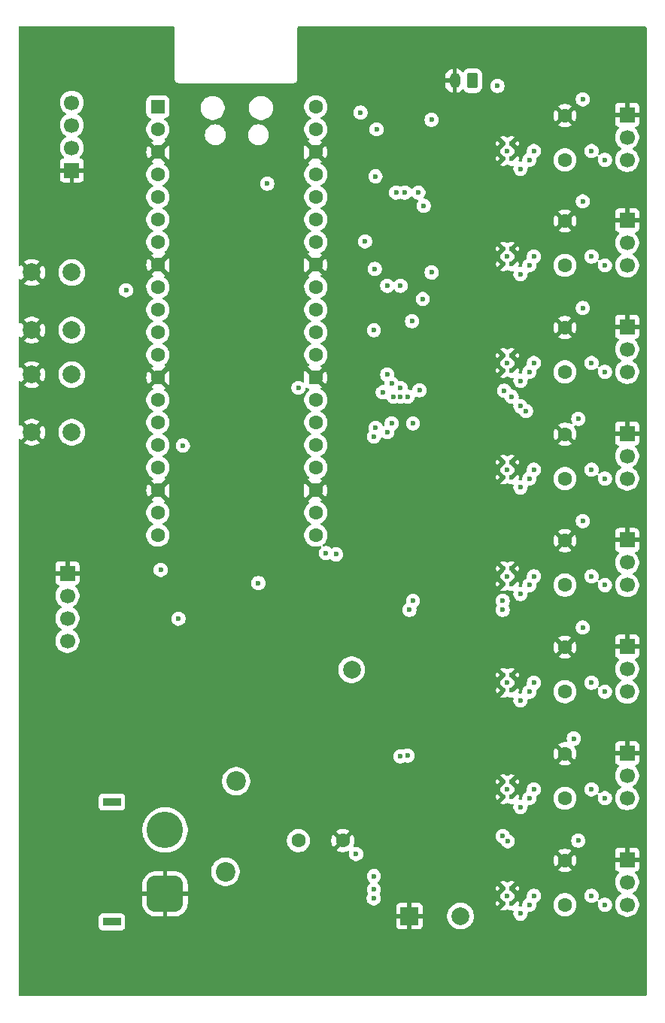
<source format=gbr>
%TF.GenerationSoftware,KiCad,Pcbnew,9.0.6*%
%TF.CreationDate,2025-11-30T21:04:56+01:00*%
%TF.ProjectId,controller,636f6e74-726f-46c6-9c65-722e6b696361,rev?*%
%TF.SameCoordinates,Original*%
%TF.FileFunction,Copper,L3,Inr*%
%TF.FilePolarity,Positive*%
%FSLAX46Y46*%
G04 Gerber Fmt 4.6, Leading zero omitted, Abs format (unit mm)*
G04 Created by KiCad (PCBNEW 9.0.6) date 2025-11-30 21:04:56*
%MOMM*%
%LPD*%
G01*
G04 APERTURE LIST*
G04 Aperture macros list*
%AMRoundRect*
0 Rectangle with rounded corners*
0 $1 Rounding radius*
0 $2 $3 $4 $5 $6 $7 $8 $9 X,Y pos of 4 corners*
0 Add a 4 corners polygon primitive as box body*
4,1,4,$2,$3,$4,$5,$6,$7,$8,$9,$2,$3,0*
0 Add four circle primitives for the rounded corners*
1,1,$1+$1,$2,$3*
1,1,$1+$1,$4,$5*
1,1,$1+$1,$6,$7*
1,1,$1+$1,$8,$9*
0 Add four rect primitives between the rounded corners*
20,1,$1+$1,$2,$3,$4,$5,0*
20,1,$1+$1,$4,$5,$6,$7,0*
20,1,$1+$1,$6,$7,$8,$9,0*
20,1,$1+$1,$8,$9,$2,$3,0*%
%AMFreePoly0*
4,1,37,0.603843,0.796157,0.639018,0.796157,0.711114,0.766294,0.766294,0.711114,0.796157,0.639018,0.796157,0.603843,0.800000,0.600000,0.800000,-0.600000,0.796157,-0.603843,0.796157,-0.639018,0.766294,-0.711114,0.711114,-0.766294,0.639018,-0.796157,0.603843,-0.796157,0.600000,-0.800000,0.000000,-0.800000,0.000000,-0.796148,-0.078414,-0.796148,-0.232228,-0.765552,-0.377117,-0.705537,
-0.507515,-0.618408,-0.618408,-0.507515,-0.705537,-0.377117,-0.765552,-0.232228,-0.796148,-0.078414,-0.796148,0.078414,-0.765552,0.232228,-0.705537,0.377117,-0.618408,0.507515,-0.507515,0.618408,-0.377117,0.705537,-0.232228,0.765552,-0.078414,0.796148,0.000000,0.796148,0.000000,0.800000,0.600000,0.800000,0.603843,0.796157,0.603843,0.796157,$1*%
%AMFreePoly1*
4,1,37,0.000000,0.796148,0.078414,0.796148,0.232228,0.765552,0.377117,0.705537,0.507515,0.618408,0.618408,0.507515,0.705537,0.377117,0.765552,0.232228,0.796148,0.078414,0.796148,-0.078414,0.765552,-0.232228,0.705537,-0.377117,0.618408,-0.507515,0.507515,-0.618408,0.377117,-0.705537,0.232228,-0.765552,0.078414,-0.796148,0.000000,-0.796148,0.000000,-0.800000,-0.600000,-0.800000,
-0.603843,-0.796157,-0.639018,-0.796157,-0.711114,-0.766294,-0.766294,-0.711114,-0.796157,-0.639018,-0.796157,-0.603843,-0.800000,-0.600000,-0.800000,0.600000,-0.796157,0.603843,-0.796157,0.639018,-0.766294,0.711114,-0.711114,0.766294,-0.639018,0.796157,-0.603843,0.796157,-0.600000,0.800000,0.000000,0.800000,0.000000,0.796148,0.000000,0.796148,$1*%
G04 Aperture macros list end*
%TA.AperFunction,ComponentPad*%
%ADD10C,2.200000*%
%TD*%
%TA.AperFunction,ComponentPad*%
%ADD11C,0.600000*%
%TD*%
%TA.AperFunction,ComponentPad*%
%ADD12RoundRect,0.200000X-0.600000X-0.600000X0.600000X-0.600000X0.600000X0.600000X-0.600000X0.600000X0*%
%TD*%
%TA.AperFunction,ComponentPad*%
%ADD13C,1.600000*%
%TD*%
%TA.AperFunction,ComponentPad*%
%ADD14FreePoly0,0.000000*%
%TD*%
%TA.AperFunction,ComponentPad*%
%ADD15FreePoly1,0.000000*%
%TD*%
%TA.AperFunction,ComponentPad*%
%ADD16C,2.000000*%
%TD*%
%TA.AperFunction,ComponentPad*%
%ADD17R,1.700000X1.700000*%
%TD*%
%TA.AperFunction,ComponentPad*%
%ADD18C,1.700000*%
%TD*%
%TA.AperFunction,ComponentPad*%
%ADD19R,2.000000X2.000000*%
%TD*%
%TA.AperFunction,ComponentPad*%
%ADD20C,3.600000*%
%TD*%
%TA.AperFunction,ComponentPad*%
%ADD21R,2.000000X0.900000*%
%TD*%
%TA.AperFunction,ComponentPad*%
%ADD22RoundRect,1.025000X1.025000X-1.025000X1.025000X1.025000X-1.025000X1.025000X-1.025000X-1.025000X0*%
%TD*%
%TA.AperFunction,ComponentPad*%
%ADD23C,4.100000*%
%TD*%
%TA.AperFunction,ComponentPad*%
%ADD24RoundRect,0.250000X0.350000X0.625000X-0.350000X0.625000X-0.350000X-0.625000X0.350000X-0.625000X0*%
%TD*%
%TA.AperFunction,ComponentPad*%
%ADD25O,1.200000X1.750000*%
%TD*%
%TA.AperFunction,ViaPad*%
%ADD26C,0.600000*%
%TD*%
G04 APERTURE END LIST*
D10*
%TO.N,/PWR_IN*%
%TO.C,F1*%
X60000000Y-114300000D03*
%TO.N,/PWR_PRE_SHUNT*%
X58800000Y-124500000D03*
%TD*%
D11*
%TO.N,GND*%
%TO.C,U8*%
X90045000Y-114360000D03*
X90045000Y-116080000D03*
X90525000Y-115220000D03*
X91005000Y-114360000D03*
X91005000Y-116080000D03*
%TD*%
D12*
%TO.N,/UART0_TX*%
%TO.C,A1*%
X51185000Y-38340000D03*
D13*
%TO.N,/UART0_RX*%
X51185000Y-40880000D03*
D14*
%TO.N,GND*%
X51185000Y-43420000D03*
D13*
%TO.N,/LED_0*%
X51185000Y-45960000D03*
%TO.N,/LED_1*%
X51185000Y-48500000D03*
%TO.N,/SDA*%
X51185000Y-51040000D03*
%TO.N,/SCL*%
X51185000Y-53580000D03*
D14*
%TO.N,GND*%
X51185000Y-56120000D03*
D13*
%TO.N,/BTN_0*%
X51185000Y-58660000D03*
%TO.N,/BTN_1*%
X51185000Y-61200000D03*
%TO.N,/CTRL_0*%
X51185000Y-63740000D03*
%TO.N,/CTRL_1*%
X51185000Y-66280000D03*
D14*
%TO.N,GND*%
X51185000Y-68820000D03*
D13*
%TO.N,/CTRL_2*%
X51185000Y-71360000D03*
%TO.N,/CTRL_3*%
X51185000Y-73900000D03*
%TO.N,/CTRL_4*%
X51185000Y-76440000D03*
%TO.N,/CTRL_5*%
X51185000Y-78980000D03*
D14*
%TO.N,GND*%
X51185000Y-81520000D03*
D13*
%TO.N,/CTRL_6*%
X51185000Y-84060000D03*
%TO.N,/CTRL_7*%
X51185000Y-86600000D03*
%TO.N,/SD_DO*%
X68965000Y-86600000D03*
%TO.N,/SD_CS*%
X68965000Y-84060000D03*
D15*
%TO.N,GND*%
X68965000Y-81520000D03*
D13*
%TO.N,/SD_CLK*%
X68965000Y-78980000D03*
%TO.N,/SD_DI*%
X68965000Y-76440000D03*
%TO.N,/FB_S0*%
X68965000Y-73900000D03*
%TO.N,/FB_S1*%
X68965000Y-71360000D03*
D15*
%TO.N,GND*%
X68965000Y-68820000D03*
D13*
%TO.N,/FB_S2*%
X68965000Y-66280000D03*
%TO.N,unconnected-(A1-RUN-Pad30)*%
X68965000Y-63740000D03*
%TO.N,/NTC_0*%
X68965000Y-61200000D03*
%TO.N,/NTC_1*%
X68965000Y-58660000D03*
D15*
%TO.N,GND*%
X68965000Y-56120000D03*
D13*
%TO.N,/FB_M*%
X68965000Y-53580000D03*
%TO.N,unconnected-(A1-ADC_VREF-Pad35)_1*%
X68965000Y-51040000D03*
%TO.N,+3.3V*%
X68965000Y-48500000D03*
%TO.N,unconnected-(A1-3V3_EN-Pad37)*%
X68965000Y-45960000D03*
D15*
%TO.N,GND*%
X68965000Y-43420000D03*
D13*
%TO.N,Net-(A1-VSYS)*%
X68965000Y-40880000D03*
%TO.N,unconnected-(A1-VBUS-Pad40)_1*%
X68965000Y-38340000D03*
%TD*%
D16*
%TO.N,GND*%
%TO.C,SW1*%
X37000000Y-75000000D03*
X37000000Y-68500000D03*
%TO.N,Net-(R30-Pad2)*%
X41500000Y-75000000D03*
X41500000Y-68500000D03*
%TD*%
D11*
%TO.N,GND*%
%TO.C,U5*%
X90045000Y-78360000D03*
X90045000Y-80080000D03*
X90525000Y-79220000D03*
X91005000Y-78360000D03*
X91005000Y-80080000D03*
%TD*%
D17*
%TO.N,GND*%
%TO.C,J3*%
X104000000Y-63120000D03*
D18*
%TO.N,Net-(D2-K)*%
X104000000Y-65660000D03*
%TO.N,/Channel2/LED_SUPPLY*%
X104000000Y-68200000D03*
%TD*%
D11*
%TO.N,GND*%
%TO.C,U13*%
X90045000Y-42465000D03*
X90045000Y-44185000D03*
X90525000Y-43325000D03*
X91005000Y-42465000D03*
X91005000Y-44185000D03*
%TD*%
D17*
%TO.N,GND*%
%TO.C,J13*%
X104000000Y-39245000D03*
D18*
%TO.N,Net-(D11-K)*%
X104000000Y-41785000D03*
%TO.N,/Channel/LED_SUPPLY*%
X104000000Y-44325000D03*
%TD*%
D17*
%TO.N,GND*%
%TO.C,J7*%
X104000000Y-111140000D03*
D18*
%TO.N,Net-(D6-K)*%
X104000000Y-113680000D03*
%TO.N,/Channel6/LED_SUPPLY*%
X104000000Y-116220000D03*
%TD*%
D11*
%TO.N,GND*%
%TO.C,U4*%
X90045000Y-66340000D03*
X90045000Y-68060000D03*
X90525000Y-67200000D03*
X91005000Y-66340000D03*
X91005000Y-68060000D03*
%TD*%
%TO.N,GND*%
%TO.C,U9*%
X90045000Y-126360000D03*
X90045000Y-128080000D03*
X90525000Y-127220000D03*
X91005000Y-126360000D03*
X91005000Y-128080000D03*
%TD*%
D19*
%TO.N,GND*%
%TO.C,TP1*%
X79500000Y-129500000D03*
%TD*%
D11*
%TO.N,GND*%
%TO.C,U3*%
X90045000Y-54340000D03*
X90045000Y-56060000D03*
X90525000Y-55200000D03*
X91005000Y-54340000D03*
X91005000Y-56060000D03*
%TD*%
D20*
%TO.N,GND*%
%TO.C,H1*%
X102800000Y-135400000D03*
%TD*%
D16*
%TO.N,+5V*%
%TO.C,TP3*%
X85250000Y-129500000D03*
%TD*%
D17*
%TO.N,GND*%
%TO.C,J12*%
X41500000Y-45500000D03*
D18*
%TO.N,/UART0_RX*%
X41500000Y-42960000D03*
%TO.N,/UART0_TX*%
X41500000Y-40420000D03*
%TO.N,+3.3V*%
X41500000Y-37880000D03*
%TD*%
D21*
%TO.N,*%
%TO.C,J1*%
X46000000Y-130150000D03*
X46000000Y-116650000D03*
D22*
%TO.N,GND*%
X52000000Y-127000000D03*
D23*
%TO.N,/PWR_IN*%
X52000000Y-119800000D03*
%TD*%
D17*
%TO.N,GND*%
%TO.C,J10*%
X41000000Y-90880000D03*
D18*
%TO.N,+3.3V*%
X41000000Y-93420000D03*
%TO.N,/SCL*%
X41000000Y-95960000D03*
%TO.N,/SDA*%
X41000000Y-98500000D03*
%TD*%
D20*
%TO.N,GND*%
%TO.C,H4*%
X102800000Y-32400000D03*
%TD*%
%TO.N,GND*%
%TO.C,H3*%
X38800000Y-32400000D03*
%TD*%
D17*
%TO.N,GND*%
%TO.C,J8*%
X104000000Y-123140000D03*
D18*
%TO.N,Net-(D7-K)*%
X104000000Y-125680000D03*
%TO.N,/Channel7/LED_SUPPLY*%
X104000000Y-128220000D03*
%TD*%
D17*
%TO.N,GND*%
%TO.C,J5*%
X104000000Y-87140000D03*
D18*
%TO.N,Net-(D4-K)*%
X104000000Y-89680000D03*
%TO.N,/Channel4/LED_SUPPLY*%
X104000000Y-92220000D03*
%TD*%
D16*
%TO.N,GND*%
%TO.C,SW2*%
X37000000Y-63500000D03*
X37000000Y-57000000D03*
%TO.N,Net-(R31-Pad2)*%
X41500000Y-63500000D03*
X41500000Y-57000000D03*
%TD*%
D11*
%TO.N,GND*%
%TO.C,U6*%
X90045000Y-90360000D03*
X90045000Y-92080000D03*
X90525000Y-91220000D03*
X91005000Y-90360000D03*
X91005000Y-92080000D03*
%TD*%
D24*
%TO.N,Net-(D12-K)*%
%TO.C,J9*%
X86600000Y-35400000D03*
D25*
%TO.N,GND*%
X84600000Y-35400000D03*
%TD*%
D17*
%TO.N,GND*%
%TO.C,J4*%
X104000000Y-75140000D03*
D18*
%TO.N,Net-(D3-K)*%
X104000000Y-77680000D03*
%TO.N,/Channel3/LED_SUPPLY*%
X104000000Y-80220000D03*
%TD*%
D17*
%TO.N,GND*%
%TO.C,J2*%
X104000000Y-51120000D03*
D18*
%TO.N,Net-(D1-K)*%
X104000000Y-53660000D03*
%TO.N,/Channel1/LED_SUPPLY*%
X104000000Y-56200000D03*
%TD*%
D16*
%TO.N,+3.3V*%
%TO.C,TP2*%
X73000000Y-101750000D03*
%TD*%
D11*
%TO.N,GND*%
%TO.C,U7*%
X90045000Y-102360000D03*
X90045000Y-104080000D03*
X90525000Y-103220000D03*
X91005000Y-102360000D03*
X91005000Y-104080000D03*
%TD*%
D20*
%TO.N,GND*%
%TO.C,H2*%
X38800000Y-135400000D03*
%TD*%
D17*
%TO.N,GND*%
%TO.C,J6*%
X104000000Y-99140000D03*
D18*
%TO.N,Net-(D5-K)*%
X104000000Y-101680000D03*
%TO.N,/Channel5/LED_SUPPLY*%
X104000000Y-104220000D03*
%TD*%
D13*
%TO.N,/Channel3/LED_SUPPLY*%
%TO.C,C6*%
X97000000Y-80220000D03*
%TO.N,GND*%
X97000000Y-75220000D03*
%TD*%
%TO.N,/Channel7/LED_SUPPLY*%
%TO.C,C14*%
X97000000Y-128220000D03*
%TO.N,GND*%
X97000000Y-123220000D03*
%TD*%
%TO.N,/Channel5/LED_SUPPLY*%
%TO.C,C10*%
X97000000Y-104220000D03*
%TO.N,GND*%
X97000000Y-99220000D03*
%TD*%
%TO.N,/Channel1/LED_SUPPLY*%
%TO.C,C2*%
X97000000Y-56200000D03*
%TO.N,GND*%
X97000000Y-51200000D03*
%TD*%
%TO.N,/Channel/LED_SUPPLY*%
%TO.C,C32*%
X97000000Y-44325000D03*
%TO.N,GND*%
X97000000Y-39325000D03*
%TD*%
%TO.N,/Channel2/LED_SUPPLY*%
%TO.C,C4*%
X97000000Y-68200000D03*
%TO.N,GND*%
X97000000Y-63200000D03*
%TD*%
%TO.N,+5V*%
%TO.C,C25*%
X67000000Y-121000000D03*
%TO.N,GND*%
X72000000Y-121000000D03*
%TD*%
%TO.N,/Channel4/LED_SUPPLY*%
%TO.C,C8*%
X97000000Y-92220000D03*
%TO.N,GND*%
X97000000Y-87220000D03*
%TD*%
%TO.N,/Channel6/LED_SUPPLY*%
%TO.C,C12*%
X97000000Y-116220000D03*
%TO.N,GND*%
X97000000Y-111220000D03*
%TD*%
D26*
%TO.N,/FB_M*%
X75500000Y-63500000D03*
X74500000Y-53500000D03*
%TO.N,GND*%
X65000000Y-111250000D03*
X55750000Y-43500000D03*
X69250000Y-105250000D03*
X58500000Y-66250000D03*
X78750000Y-38750000D03*
X37000000Y-124000000D03*
X37000000Y-45500000D03*
X90750000Y-85500000D03*
X80750000Y-110750000D03*
X86250000Y-40500000D03*
X42500000Y-109250000D03*
X74750000Y-111250000D03*
X71750000Y-70250000D03*
X92000000Y-113000000D03*
X90250000Y-118250000D03*
X102750000Y-106750000D03*
X67750000Y-100750000D03*
X84000000Y-98000000D03*
X71250000Y-110250000D03*
X61500000Y-102000000D03*
X43500000Y-69000000D03*
X92000000Y-64750000D03*
X81000000Y-44000000D03*
X77500000Y-59500000D03*
X63750000Y-55500000D03*
X48000000Y-103750000D03*
X57500000Y-103250000D03*
X90750000Y-73500000D03*
X63500000Y-104250000D03*
X56750000Y-65000000D03*
X95000000Y-59750000D03*
X80000000Y-58500000D03*
X61750000Y-107750000D03*
X99000000Y-65500000D03*
X75000000Y-129250000D03*
X43000000Y-60500000D03*
X51500000Y-97250000D03*
X92750000Y-84000000D03*
X65250000Y-40750000D03*
X59750000Y-49000000D03*
X45250000Y-102000000D03*
X91750000Y-40750000D03*
X72250000Y-48250000D03*
X58500000Y-59000000D03*
X47000000Y-53500000D03*
X53250000Y-111250000D03*
X83500000Y-46750000D03*
X72000000Y-42750000D03*
X64750000Y-95750000D03*
X38500000Y-52750000D03*
X48000000Y-72750000D03*
X104000000Y-70750000D03*
X105500000Y-83750000D03*
X37000000Y-130250000D03*
X99000000Y-47000000D03*
X74250000Y-72500000D03*
X41750000Y-129500000D03*
X78750000Y-76750000D03*
X45750000Y-97250000D03*
X94750000Y-48250000D03*
X46250000Y-91750000D03*
X67000000Y-71750000D03*
X47000000Y-56250000D03*
X52000000Y-105500000D03*
X48000000Y-100250000D03*
X44750000Y-42500000D03*
X92250000Y-106750000D03*
X77000000Y-47000000D03*
X55750000Y-87250000D03*
X105500000Y-47000000D03*
X74250000Y-75500000D03*
X56500000Y-69000000D03*
X76750000Y-111500000D03*
X62750000Y-54500000D03*
X55200000Y-95000000D03*
X53000000Y-47250000D03*
X67000000Y-50500000D03*
X105500000Y-107500000D03*
X64500000Y-87000000D03*
X36750000Y-37500000D03*
X49000000Y-105500000D03*
X90750000Y-58750000D03*
X62750000Y-127000000D03*
X85000000Y-122250000D03*
X79750000Y-46750000D03*
X54000000Y-65500000D03*
X99000000Y-41750000D03*
X62000000Y-53000000D03*
X65250000Y-44250000D03*
X67000000Y-37250000D03*
X64250000Y-70000000D03*
X55250000Y-75500000D03*
X38500000Y-104750000D03*
X71750000Y-57000000D03*
X85500000Y-60750000D03*
X104000000Y-82750000D03*
X99000000Y-119000000D03*
X63250000Y-73500000D03*
X65000000Y-53000000D03*
X67750000Y-111250000D03*
X71500000Y-96750000D03*
X53000000Y-75250000D03*
X67000000Y-59250000D03*
X92250000Y-52750000D03*
X99000000Y-77500000D03*
X56750000Y-77500000D03*
X53250000Y-38250000D03*
X40250000Y-83250000D03*
X53250000Y-78000000D03*
X44000000Y-39500000D03*
X91750000Y-124500000D03*
X43500000Y-99750000D03*
X47500000Y-46500000D03*
X53000000Y-64250000D03*
X79500000Y-100500000D03*
X43500000Y-72000000D03*
X92500000Y-75500000D03*
X56250000Y-106500000D03*
X99000000Y-53500000D03*
X105500000Y-95000000D03*
X59500000Y-59750000D03*
X70000000Y-92000000D03*
X99000000Y-82750000D03*
X72250000Y-38000000D03*
X63250000Y-78250000D03*
X76750000Y-104500000D03*
X63500000Y-66000000D03*
X80750000Y-102000000D03*
X66750000Y-52500000D03*
X79000000Y-118500000D03*
X62250000Y-48000000D03*
X57250000Y-92000000D03*
X99000000Y-95000000D03*
X49500000Y-90000000D03*
X81000000Y-61750000D03*
X65750000Y-127000000D03*
X75000000Y-48500000D03*
X45000000Y-66000000D03*
X92250000Y-100750000D03*
X84000000Y-106000000D03*
X74750000Y-66000000D03*
X75500000Y-59250000D03*
X53000000Y-52250000D03*
X53500000Y-85000000D03*
X99250000Y-59000000D03*
X92000000Y-89000000D03*
X91750000Y-77000000D03*
X66500000Y-78750000D03*
X60750000Y-111250000D03*
X74500000Y-68750000D03*
X74250000Y-51000000D03*
X44750000Y-78250000D03*
X65750000Y-65250000D03*
X99000000Y-130750000D03*
X74500000Y-90750000D03*
X74500000Y-97750000D03*
X53000000Y-72750000D03*
X76750000Y-48500000D03*
X76250000Y-38750000D03*
X71750000Y-75250000D03*
X65250000Y-49500000D03*
X65000000Y-56750000D03*
X59750000Y-43500000D03*
X83500000Y-37500000D03*
X99000000Y-101500000D03*
X77750000Y-54000000D03*
X60500000Y-65750000D03*
X71750000Y-77750000D03*
X75500000Y-61500000D03*
X99250000Y-106750000D03*
X99000000Y-113750000D03*
X74750000Y-77750000D03*
X92500000Y-121250000D03*
X40250000Y-52750000D03*
X71500000Y-65000000D03*
X90500000Y-131000000D03*
X48750000Y-95000000D03*
X39250000Y-50250000D03*
X74200000Y-42400000D03*
X61000000Y-95200000D03*
X87000000Y-83500000D03*
X58000000Y-97800000D03*
X98750000Y-125750000D03*
X52250000Y-92500000D03*
X90750000Y-109500000D03*
X105250000Y-119000000D03*
X69750000Y-130750000D03*
X83500000Y-79250000D03*
X67500000Y-96250000D03*
X53500000Y-99000000D03*
X54000000Y-60750000D03*
X47750000Y-39500000D03*
X99000000Y-89500000D03*
X47000000Y-114000000D03*
X87750000Y-105750000D03*
X103000000Y-130500000D03*
X67250000Y-54500000D03*
X79500000Y-96750000D03*
X41000000Y-100750000D03*
X66750000Y-85000000D03*
X104750000Y-58750000D03*
X48750000Y-111000000D03*
X61250000Y-70000000D03*
X58250000Y-78500000D03*
X37500000Y-112000000D03*
X71750000Y-130500000D03*
X47250000Y-50500000D03*
X79500000Y-109250000D03*
X39250000Y-39250000D03*
X76750000Y-82500000D03*
X85000000Y-115500000D03*
X99250000Y-70750000D03*
X73000000Y-37000000D03*
X46750000Y-48750000D03*
X84500000Y-51500000D03*
X90750000Y-47750000D03*
%TO.N,/NTC_0*%
X62500000Y-92000000D03*
X73500000Y-122500000D03*
X67000000Y-70000000D03*
%TO.N,/NTC_1*%
X63500000Y-47000000D03*
%TO.N,/SD_CLK*%
X70111025Y-88611025D03*
%TO.N,/SDA*%
X75475000Y-127497523D03*
%TO.N,+5V*%
X89400000Y-36000000D03*
X82000000Y-57000000D03*
X75603685Y-56603685D03*
X75672435Y-46172435D03*
X82000000Y-39800000D03*
%TO.N,+3.3V*%
X75500000Y-125000000D03*
X51500000Y-90500000D03*
X74000000Y-39000000D03*
X79900000Y-74000000D03*
%TO.N,/SCL*%
X75500000Y-126500000D03*
X53500000Y-96000000D03*
%TO.N,/CTRL_4*%
X54000000Y-76500000D03*
%TO.N,/BTN_1*%
X47600000Y-59000000D03*
%TO.N,/SD_DI*%
X71250000Y-88750000D03*
%TO.N,/FB_1*%
X91000000Y-71000000D03*
X79300000Y-71000000D03*
%TO.N,/FB_2*%
X90174265Y-70325735D03*
X80624265Y-70275735D03*
%TO.N,/FB_3*%
X77699997Y-71000000D03*
X92610155Y-72600000D03*
%TO.N,/FB_4*%
X79900000Y-94000000D03*
X78500000Y-70000000D03*
X77500000Y-74000000D03*
X90000000Y-94000000D03*
%TO.N,/FB_5*%
X77000000Y-75000000D03*
X90000000Y-95000000D03*
X79500000Y-95000000D03*
X76500000Y-70500000D03*
%TO.N,/FB_6*%
X75699997Y-74500000D03*
X79296348Y-111423619D03*
X90000000Y-120500000D03*
X77500000Y-69500000D03*
%TO.N,/FB_7*%
X78500000Y-111500000D03*
X77000000Y-68500000D03*
X75500000Y-75500000D03*
X90565687Y-121065687D03*
%TO.N,/Channel/LED_SUPPLY*%
X93000000Y-44325000D03*
X92000000Y-45325000D03*
X93500000Y-43325000D03*
X100000000Y-43325000D03*
X101500000Y-44325000D03*
%TO.N,/Channel/DIN*%
X99000000Y-37500000D03*
X78000000Y-48000000D03*
%TO.N,/Channel1/LED_SUPPLY*%
X93500000Y-55200000D03*
X100000000Y-55200000D03*
X93000000Y-56200000D03*
X101500000Y-56200000D03*
X92000000Y-57200000D03*
%TO.N,/Channel2/LED_SUPPLY*%
X93500000Y-67200000D03*
X100000000Y-67200000D03*
X92000000Y-69200000D03*
X101500000Y-68200000D03*
X93000000Y-68200000D03*
%TO.N,/Channel3/LED_SUPPLY*%
X101500000Y-80220000D03*
X100000000Y-79220000D03*
X92000000Y-81220000D03*
X93000000Y-80220000D03*
X93500000Y-79220000D03*
%TO.N,/Channel4/LED_SUPPLY*%
X93000000Y-92220000D03*
X100000000Y-91220000D03*
X92000000Y-93220000D03*
X101500000Y-92220000D03*
X93500000Y-91220000D03*
%TO.N,/Channel5/LED_SUPPLY*%
X92000000Y-105220000D03*
X100000000Y-103220000D03*
X93500000Y-103220000D03*
X101500000Y-104220000D03*
X93000000Y-104220000D03*
%TO.N,/Channel6/LED_SUPPLY*%
X93000000Y-116220000D03*
X92000000Y-117220000D03*
X100000000Y-115220000D03*
X101500000Y-116220000D03*
X93500000Y-115220000D03*
%TO.N,/Channel7/LED_SUPPLY*%
X101500000Y-128220000D03*
X93000000Y-128220000D03*
X92000000Y-129220000D03*
X100000000Y-127220000D03*
X93500000Y-127220000D03*
%TO.N,/Channel1/DIN*%
X99000000Y-49000000D03*
X81100000Y-49500000D03*
%TO.N,/Channel2/DIN*%
X80500000Y-48000000D03*
X99000000Y-61000000D03*
%TO.N,/Channel3/DIN*%
X98500000Y-73500000D03*
X79000000Y-48000000D03*
%TO.N,/Channel4/DIN*%
X81000000Y-60000000D03*
X99000000Y-85000000D03*
%TO.N,/Channel5/DIN*%
X99000000Y-97000000D03*
X79800000Y-62500000D03*
%TO.N,/Channel6/DIN*%
X98000000Y-109500000D03*
X78500000Y-58500000D03*
%TO.N,/Channel7/DIN*%
X77000000Y-58500000D03*
X98500000Y-121000000D03*
%TO.N,/FB_0*%
X78500000Y-71000000D03*
X92000000Y-72076000D03*
%TO.N,Net-(A1-VSYS)*%
X75800000Y-40880000D03*
%TD*%
%TA.AperFunction,Conductor*%
%TO.N,GND*%
G36*
X53042539Y-29320185D02*
G01*
X53088294Y-29372989D01*
X53099500Y-29424500D01*
X53099500Y-35265891D01*
X53133608Y-35393187D01*
X53166046Y-35449370D01*
X53199500Y-35507314D01*
X53292686Y-35600500D01*
X53406814Y-35666392D01*
X53534108Y-35700500D01*
X53534110Y-35700500D01*
X66465890Y-35700500D01*
X66465892Y-35700500D01*
X66593186Y-35666392D01*
X66707314Y-35600500D01*
X66800500Y-35507314D01*
X66866392Y-35393186D01*
X66900500Y-35265892D01*
X66900500Y-35038428D01*
X83500000Y-35038428D01*
X83500000Y-35150000D01*
X84319670Y-35150000D01*
X84299925Y-35169745D01*
X84250556Y-35255255D01*
X84225000Y-35350630D01*
X84225000Y-35449370D01*
X84250556Y-35544745D01*
X84299925Y-35630255D01*
X84319670Y-35650000D01*
X83500000Y-35650000D01*
X83500000Y-35761571D01*
X83527085Y-35932584D01*
X83580591Y-36097257D01*
X83659195Y-36251524D01*
X83760967Y-36391602D01*
X83883397Y-36514032D01*
X84023475Y-36615804D01*
X84177744Y-36694408D01*
X84342415Y-36747914D01*
X84342414Y-36747914D01*
X84349999Y-36749115D01*
X84350000Y-36749114D01*
X84350000Y-35680330D01*
X84369745Y-35700075D01*
X84455255Y-35749444D01*
X84550630Y-35775000D01*
X84649370Y-35775000D01*
X84744745Y-35749444D01*
X84830255Y-35700075D01*
X84850000Y-35680330D01*
X84850000Y-36749115D01*
X84857584Y-36747914D01*
X85022255Y-36694408D01*
X85176524Y-36615804D01*
X85316598Y-36514035D01*
X85424199Y-36406434D01*
X85485522Y-36372949D01*
X85555214Y-36377933D01*
X85611148Y-36419804D01*
X85617418Y-36429016D01*
X85657288Y-36493656D01*
X85781344Y-36617712D01*
X85930666Y-36709814D01*
X86097203Y-36764999D01*
X86199991Y-36775500D01*
X87000008Y-36775499D01*
X87000016Y-36775498D01*
X87000019Y-36775498D01*
X87056434Y-36769735D01*
X87102797Y-36764999D01*
X87269334Y-36709814D01*
X87418656Y-36617712D01*
X87542712Y-36493656D01*
X87634814Y-36344334D01*
X87689999Y-36177797D01*
X87700500Y-36075009D01*
X87700500Y-35921153D01*
X88599500Y-35921153D01*
X88599500Y-36078846D01*
X88630261Y-36233489D01*
X88630264Y-36233501D01*
X88690602Y-36379172D01*
X88690609Y-36379185D01*
X88778210Y-36510288D01*
X88778213Y-36510292D01*
X88889707Y-36621786D01*
X88889711Y-36621789D01*
X89020814Y-36709390D01*
X89020827Y-36709397D01*
X89155062Y-36764998D01*
X89166503Y-36769737D01*
X89321153Y-36800499D01*
X89321156Y-36800500D01*
X89321158Y-36800500D01*
X89478844Y-36800500D01*
X89478845Y-36800499D01*
X89633497Y-36769737D01*
X89779179Y-36709394D01*
X89910289Y-36621789D01*
X90021789Y-36510289D01*
X90109394Y-36379179D01*
X90169737Y-36233497D01*
X90200500Y-36078842D01*
X90200500Y-35921158D01*
X90200500Y-35921155D01*
X90200499Y-35921153D01*
X90169738Y-35766510D01*
X90169737Y-35766503D01*
X90142398Y-35700500D01*
X90109397Y-35620827D01*
X90109390Y-35620814D01*
X90021789Y-35489711D01*
X90021786Y-35489707D01*
X89910292Y-35378213D01*
X89910288Y-35378210D01*
X89779185Y-35290609D01*
X89779172Y-35290602D01*
X89633501Y-35230264D01*
X89633489Y-35230261D01*
X89478845Y-35199500D01*
X89478842Y-35199500D01*
X89321158Y-35199500D01*
X89321155Y-35199500D01*
X89166510Y-35230261D01*
X89166498Y-35230264D01*
X89020827Y-35290602D01*
X89020814Y-35290609D01*
X88889711Y-35378210D01*
X88889707Y-35378213D01*
X88778213Y-35489707D01*
X88778210Y-35489711D01*
X88690609Y-35620814D01*
X88690602Y-35620827D01*
X88630264Y-35766498D01*
X88630261Y-35766510D01*
X88599500Y-35921153D01*
X87700500Y-35921153D01*
X87700499Y-35393187D01*
X87700499Y-34724998D01*
X87700498Y-34724981D01*
X87689999Y-34622203D01*
X87689998Y-34622200D01*
X87665568Y-34548475D01*
X87634814Y-34455666D01*
X87542712Y-34306344D01*
X87418656Y-34182288D01*
X87269334Y-34090186D01*
X87102797Y-34035001D01*
X87102795Y-34035000D01*
X87000010Y-34024500D01*
X86199998Y-34024500D01*
X86199980Y-34024501D01*
X86097203Y-34035000D01*
X86097200Y-34035001D01*
X85930668Y-34090185D01*
X85930663Y-34090187D01*
X85781342Y-34182289D01*
X85657289Y-34306342D01*
X85617420Y-34370981D01*
X85565472Y-34417705D01*
X85496509Y-34428928D01*
X85432427Y-34401084D01*
X85424200Y-34393565D01*
X85316602Y-34285967D01*
X85176524Y-34184195D01*
X85022257Y-34105591D01*
X84857589Y-34052087D01*
X84857581Y-34052085D01*
X84850000Y-34050884D01*
X84850000Y-35119670D01*
X84830255Y-35099925D01*
X84744745Y-35050556D01*
X84649370Y-35025000D01*
X84550630Y-35025000D01*
X84455255Y-35050556D01*
X84369745Y-35099925D01*
X84350000Y-35119670D01*
X84350000Y-34050884D01*
X84349999Y-34050884D01*
X84342418Y-34052085D01*
X84342410Y-34052087D01*
X84177742Y-34105591D01*
X84023475Y-34184195D01*
X83883397Y-34285967D01*
X83760967Y-34408397D01*
X83659195Y-34548475D01*
X83580591Y-34702742D01*
X83527085Y-34867415D01*
X83500000Y-35038428D01*
X66900500Y-35038428D01*
X66900500Y-29424500D01*
X66920185Y-29357461D01*
X66972989Y-29311706D01*
X67024500Y-29300500D01*
X106075500Y-29300500D01*
X106142539Y-29320185D01*
X106188294Y-29372989D01*
X106199500Y-29424500D01*
X106199500Y-138375500D01*
X106179815Y-138442539D01*
X106127011Y-138488294D01*
X106075500Y-138499500D01*
X35624500Y-138499500D01*
X35557461Y-138479815D01*
X35511706Y-138427011D01*
X35500500Y-138375500D01*
X35500500Y-129652135D01*
X44499500Y-129652135D01*
X44499500Y-130647870D01*
X44499501Y-130647876D01*
X44505908Y-130707483D01*
X44556202Y-130842328D01*
X44556206Y-130842335D01*
X44642452Y-130957544D01*
X44642455Y-130957547D01*
X44757664Y-131043793D01*
X44757671Y-131043797D01*
X44892517Y-131094091D01*
X44892516Y-131094091D01*
X44899444Y-131094835D01*
X44952127Y-131100500D01*
X47047872Y-131100499D01*
X47107483Y-131094091D01*
X47242331Y-131043796D01*
X47357546Y-130957546D01*
X47443796Y-130842331D01*
X47494091Y-130707483D01*
X47500500Y-130647873D01*
X47500499Y-129652128D01*
X47494091Y-129592517D01*
X47485879Y-129570500D01*
X47443797Y-129457671D01*
X47443793Y-129457664D01*
X47357547Y-129342455D01*
X47357544Y-129342452D01*
X47242335Y-129256206D01*
X47242328Y-129256202D01*
X47107482Y-129205908D01*
X47107483Y-129205908D01*
X47047883Y-129199501D01*
X47047881Y-129199500D01*
X47047873Y-129199500D01*
X47047864Y-129199500D01*
X44952129Y-129199500D01*
X44952123Y-129199501D01*
X44892516Y-129205908D01*
X44757671Y-129256202D01*
X44757664Y-129256206D01*
X44642455Y-129342452D01*
X44642452Y-129342455D01*
X44556206Y-129457664D01*
X44556202Y-129457671D01*
X44505908Y-129592517D01*
X44499501Y-129652116D01*
X44499501Y-129652123D01*
X44499500Y-129652135D01*
X35500500Y-129652135D01*
X35500500Y-125904731D01*
X49450000Y-125904731D01*
X49450000Y-126750000D01*
X50672769Y-126750000D01*
X50650000Y-126893753D01*
X50650000Y-127106247D01*
X50672769Y-127250000D01*
X49450000Y-127250000D01*
X49450000Y-128095268D01*
X49460215Y-128239958D01*
X49460217Y-128239968D01*
X49514313Y-128480165D01*
X49514315Y-128480172D01*
X49606244Y-128708585D01*
X49733620Y-128919289D01*
X49733627Y-128919299D01*
X49893153Y-129106846D01*
X50080700Y-129266372D01*
X50080710Y-129266379D01*
X50291414Y-129393755D01*
X50519827Y-129485684D01*
X50519834Y-129485686D01*
X50760031Y-129539782D01*
X50760041Y-129539784D01*
X50904731Y-129549999D01*
X50904734Y-129550000D01*
X51750000Y-129550000D01*
X51750000Y-128327231D01*
X51893753Y-128350000D01*
X52106247Y-128350000D01*
X52250000Y-128327231D01*
X52250000Y-129550000D01*
X53095266Y-129550000D01*
X53095268Y-129549999D01*
X53239958Y-129539784D01*
X53239968Y-129539782D01*
X53480165Y-129485686D01*
X53480172Y-129485684D01*
X53708585Y-129393755D01*
X53911781Y-129270919D01*
X53919289Y-129266379D01*
X53919299Y-129266372D01*
X54106846Y-129106846D01*
X54266372Y-128919299D01*
X54266379Y-128919289D01*
X54393755Y-128708585D01*
X54485684Y-128480172D01*
X54485685Y-128480168D01*
X54491994Y-128452155D01*
X78000000Y-128452155D01*
X78000000Y-129250000D01*
X79066988Y-129250000D01*
X79034075Y-129307007D01*
X79000000Y-129434174D01*
X79000000Y-129565826D01*
X79034075Y-129692993D01*
X79066988Y-129750000D01*
X78000000Y-129750000D01*
X78000000Y-130547844D01*
X78006401Y-130607372D01*
X78006403Y-130607379D01*
X78056645Y-130742086D01*
X78056649Y-130742093D01*
X78142809Y-130857187D01*
X78142812Y-130857190D01*
X78257906Y-130943350D01*
X78257913Y-130943354D01*
X78392620Y-130993596D01*
X78392627Y-130993598D01*
X78452155Y-130999999D01*
X78452172Y-131000000D01*
X79250000Y-131000000D01*
X79250000Y-129933012D01*
X79307007Y-129965925D01*
X79434174Y-130000000D01*
X79565826Y-130000000D01*
X79692993Y-129965925D01*
X79750000Y-129933012D01*
X79750000Y-131000000D01*
X80547828Y-131000000D01*
X80547844Y-130999999D01*
X80607372Y-130993598D01*
X80607379Y-130993596D01*
X80742086Y-130943354D01*
X80742093Y-130943350D01*
X80857187Y-130857190D01*
X80857190Y-130857187D01*
X80943350Y-130742093D01*
X80943354Y-130742086D01*
X80993596Y-130607379D01*
X80993598Y-130607372D01*
X80999999Y-130547844D01*
X81000000Y-130547827D01*
X81000000Y-129750000D01*
X79933012Y-129750000D01*
X79965925Y-129692993D01*
X80000000Y-129565826D01*
X80000000Y-129434174D01*
X79985993Y-129381902D01*
X83749500Y-129381902D01*
X83749500Y-129618097D01*
X83786446Y-129851368D01*
X83859433Y-130075996D01*
X83966657Y-130286433D01*
X84105483Y-130477510D01*
X84272490Y-130644517D01*
X84463567Y-130783343D01*
X84562991Y-130834002D01*
X84674003Y-130890566D01*
X84674005Y-130890566D01*
X84674008Y-130890568D01*
X84794412Y-130929689D01*
X84898631Y-130963553D01*
X85131903Y-131000500D01*
X85131908Y-131000500D01*
X85368097Y-131000500D01*
X85601368Y-130963553D01*
X85825992Y-130890568D01*
X86036433Y-130783343D01*
X86227510Y-130644517D01*
X86394517Y-130477510D01*
X86533343Y-130286433D01*
X86640568Y-130075992D01*
X86713553Y-129851368D01*
X86729608Y-129750000D01*
X86750500Y-129618097D01*
X86750500Y-129381902D01*
X86713553Y-129148631D01*
X86665259Y-129000000D01*
X86640568Y-128924008D01*
X86640566Y-128924005D01*
X86640566Y-128924003D01*
X86575266Y-128795845D01*
X86533343Y-128713567D01*
X86394517Y-128522490D01*
X86227510Y-128355483D01*
X86036433Y-128216657D01*
X86017317Y-128206917D01*
X85825996Y-128109433D01*
X85601368Y-128036446D01*
X85378843Y-128001202D01*
X89245000Y-128001202D01*
X89245000Y-128158797D01*
X89275741Y-128313343D01*
X89275743Y-128313351D01*
X89329153Y-128442293D01*
X89691446Y-128080001D01*
X89691446Y-128079999D01*
X89329153Y-127717705D01*
X89275743Y-127846648D01*
X89275741Y-127846656D01*
X89245000Y-128001202D01*
X85378843Y-128001202D01*
X85368097Y-127999500D01*
X85368092Y-127999500D01*
X85131908Y-127999500D01*
X85131903Y-127999500D01*
X84898631Y-128036446D01*
X84674003Y-128109433D01*
X84463566Y-128216657D01*
X84386850Y-128272395D01*
X84272490Y-128355483D01*
X84272488Y-128355485D01*
X84272487Y-128355485D01*
X84105485Y-128522487D01*
X84105485Y-128522488D01*
X84105483Y-128522490D01*
X84103998Y-128524534D01*
X83966657Y-128713566D01*
X83859433Y-128924003D01*
X83786446Y-129148631D01*
X83749500Y-129381902D01*
X79985993Y-129381902D01*
X79965925Y-129307007D01*
X79933012Y-129250000D01*
X81000000Y-129250000D01*
X81000000Y-128452172D01*
X80999999Y-128452155D01*
X80993598Y-128392627D01*
X80993596Y-128392620D01*
X80943354Y-128257913D01*
X80943350Y-128257906D01*
X80857190Y-128142812D01*
X80857187Y-128142809D01*
X80742093Y-128056649D01*
X80742086Y-128056645D01*
X80607379Y-128006403D01*
X80607372Y-128006401D01*
X80547844Y-128000000D01*
X79750000Y-128000000D01*
X79750000Y-129066988D01*
X79692993Y-129034075D01*
X79565826Y-129000000D01*
X79434174Y-129000000D01*
X79307007Y-129034075D01*
X79250000Y-129066988D01*
X79250000Y-128000000D01*
X78452155Y-128000000D01*
X78392627Y-128006401D01*
X78392620Y-128006403D01*
X78257913Y-128056645D01*
X78257906Y-128056649D01*
X78142812Y-128142809D01*
X78142809Y-128142812D01*
X78056649Y-128257906D01*
X78056645Y-128257913D01*
X78006403Y-128392620D01*
X78006401Y-128392627D01*
X78000000Y-128452155D01*
X54491994Y-128452155D01*
X54498875Y-128421606D01*
X54498875Y-128421605D01*
X54539782Y-128239968D01*
X54539784Y-128239958D01*
X54549999Y-128095268D01*
X54550000Y-128095266D01*
X54550000Y-127418676D01*
X74674500Y-127418676D01*
X74674500Y-127576369D01*
X74705261Y-127731012D01*
X74705264Y-127731024D01*
X74765602Y-127876695D01*
X74765609Y-127876708D01*
X74853210Y-128007811D01*
X74853213Y-128007815D01*
X74964707Y-128119309D01*
X74964711Y-128119312D01*
X75095814Y-128206913D01*
X75095827Y-128206920D01*
X75218920Y-128257906D01*
X75241503Y-128267260D01*
X75383474Y-128295500D01*
X75396153Y-128298022D01*
X75396156Y-128298023D01*
X75396158Y-128298023D01*
X75553844Y-128298023D01*
X75553845Y-128298022D01*
X75708497Y-128267260D01*
X75854179Y-128206917D01*
X75985289Y-128119312D01*
X76096789Y-128007812D01*
X76184394Y-127876702D01*
X76244737Y-127731020D01*
X76275500Y-127576365D01*
X76275500Y-127418681D01*
X76275500Y-127418678D01*
X76275499Y-127418676D01*
X76260708Y-127344319D01*
X76244737Y-127264026D01*
X76184394Y-127118344D01*
X76163022Y-127086359D01*
X76142145Y-127019682D01*
X76160630Y-126952302D01*
X76163023Y-126948578D01*
X76188023Y-126911163D01*
X76209394Y-126879179D01*
X76269737Y-126733497D01*
X76300500Y-126578842D01*
X76300500Y-126421158D01*
X76300500Y-126421155D01*
X76300499Y-126421153D01*
X76276263Y-126299306D01*
X76272661Y-126281202D01*
X89245000Y-126281202D01*
X89245000Y-126438797D01*
X89275741Y-126593343D01*
X89275743Y-126593351D01*
X89329153Y-126722293D01*
X89691446Y-126360001D01*
X89691446Y-126359999D01*
X89329153Y-125997705D01*
X89275743Y-126126648D01*
X89275741Y-126126656D01*
X89245000Y-126281202D01*
X76272661Y-126281202D01*
X76269738Y-126266507D01*
X76269735Y-126266498D01*
X76209397Y-126120827D01*
X76209390Y-126120814D01*
X76121789Y-125989711D01*
X76121786Y-125989707D01*
X76010292Y-125878213D01*
X76010284Y-125878207D01*
X75972712Y-125853102D01*
X75955042Y-125831959D01*
X75934895Y-125813163D01*
X75932955Y-125805532D01*
X75927906Y-125799490D01*
X75924472Y-125772148D01*
X75917686Y-125745446D01*
X75920180Y-125737977D01*
X75919199Y-125730165D01*
X75931090Y-125705309D01*
X75939819Y-125679175D01*
X75946934Y-125672192D01*
X75949353Y-125667138D01*
X75963896Y-125653368D01*
X75968162Y-125649937D01*
X75976818Y-125644153D01*
X89682705Y-125644153D01*
X90134095Y-126095542D01*
X90167580Y-126156865D01*
X90162596Y-126226556D01*
X90147374Y-126250242D01*
X90129968Y-126232836D01*
X90074837Y-126210000D01*
X90015163Y-126210000D01*
X89960032Y-126232836D01*
X89917836Y-126275032D01*
X89895000Y-126330163D01*
X89895000Y-126389837D01*
X89917836Y-126444968D01*
X89960032Y-126487164D01*
X90015163Y-126510000D01*
X90074837Y-126510000D01*
X90129968Y-126487164D01*
X90146082Y-126471049D01*
X90167580Y-126510418D01*
X90162596Y-126580110D01*
X90134095Y-126624457D01*
X89682706Y-127075845D01*
X89684850Y-127086624D01*
X89690666Y-127095675D01*
X89702855Y-127105497D01*
X89709168Y-127124463D01*
X89719977Y-127141283D01*
X89723939Y-127168842D01*
X89724921Y-127171791D01*
X89725000Y-127176218D01*
X89725000Y-127263779D01*
X89705315Y-127330818D01*
X89686008Y-127347547D01*
X89682705Y-127364152D01*
X90134095Y-127815542D01*
X90167580Y-127876865D01*
X90162596Y-127946557D01*
X90147374Y-127970242D01*
X90129968Y-127952836D01*
X90074837Y-127930000D01*
X90015163Y-127930000D01*
X89960032Y-127952836D01*
X89917836Y-127995032D01*
X89895000Y-128050163D01*
X89895000Y-128109837D01*
X89917836Y-128164968D01*
X89960032Y-128207164D01*
X90015163Y-128230000D01*
X90074837Y-128230000D01*
X90129968Y-128207164D01*
X90146082Y-128191049D01*
X90167580Y-128230418D01*
X90162596Y-128300110D01*
X90134095Y-128344457D01*
X89682705Y-128795845D01*
X89811652Y-128849257D01*
X89811656Y-128849258D01*
X89966202Y-128879999D01*
X89966206Y-128880000D01*
X90123794Y-128880000D01*
X90123797Y-128879999D01*
X90278343Y-128849258D01*
X90278351Y-128849256D01*
X90423939Y-128788952D01*
X90423947Y-128788947D01*
X90456109Y-128767458D01*
X90522786Y-128746580D01*
X90590166Y-128765064D01*
X90593891Y-128767458D01*
X90626052Y-128788947D01*
X90626060Y-128788952D01*
X90771648Y-128849256D01*
X90771656Y-128849258D01*
X90926202Y-128879999D01*
X90926206Y-128880000D01*
X91083795Y-128880000D01*
X91088403Y-128879546D01*
X91157050Y-128892562D01*
X91207762Y-128940625D01*
X91224439Y-129008475D01*
X91222179Y-129027139D01*
X91199500Y-129141153D01*
X91199500Y-129298846D01*
X91230261Y-129453489D01*
X91230264Y-129453501D01*
X91290602Y-129599172D01*
X91290609Y-129599185D01*
X91378210Y-129730288D01*
X91378213Y-129730292D01*
X91489707Y-129841786D01*
X91489711Y-129841789D01*
X91620814Y-129929390D01*
X91620827Y-129929397D01*
X91709015Y-129965925D01*
X91766503Y-129989737D01*
X91921153Y-130020499D01*
X91921156Y-130020500D01*
X91921158Y-130020500D01*
X92078844Y-130020500D01*
X92078845Y-130020499D01*
X92233497Y-129989737D01*
X92379179Y-129929394D01*
X92510289Y-129841789D01*
X92621789Y-129730289D01*
X92709394Y-129599179D01*
X92712154Y-129592517D01*
X92769735Y-129453501D01*
X92769737Y-129453497D01*
X92800500Y-129298842D01*
X92800500Y-129144500D01*
X92820185Y-129077461D01*
X92872989Y-129031706D01*
X92924500Y-129020500D01*
X93078844Y-129020500D01*
X93078845Y-129020499D01*
X93233497Y-128989737D01*
X93379179Y-128929394D01*
X93510289Y-128841789D01*
X93621789Y-128730289D01*
X93709394Y-128599179D01*
X93769737Y-128453497D01*
X93800500Y-128298842D01*
X93800500Y-128141158D01*
X93800500Y-128141155D01*
X93799667Y-128136968D01*
X93795824Y-128117648D01*
X95699500Y-128117648D01*
X95699500Y-128322351D01*
X95731522Y-128524534D01*
X95794781Y-128719223D01*
X95887715Y-128901613D01*
X96008028Y-129067213D01*
X96152786Y-129211971D01*
X96307749Y-129324556D01*
X96318390Y-129332287D01*
X96402319Y-129375051D01*
X96500776Y-129425218D01*
X96500778Y-129425218D01*
X96500781Y-129425220D01*
X96528339Y-129434174D01*
X96695465Y-129488477D01*
X96796557Y-129504488D01*
X96897648Y-129520500D01*
X96897649Y-129520500D01*
X97102351Y-129520500D01*
X97102352Y-129520500D01*
X97304534Y-129488477D01*
X97499219Y-129425220D01*
X97681610Y-129332287D01*
X97774590Y-129264732D01*
X97847213Y-129211971D01*
X97847215Y-129211968D01*
X97847219Y-129211966D01*
X97991966Y-129067219D01*
X97991968Y-129067215D01*
X97991971Y-129067213D01*
X98048259Y-128989738D01*
X98112287Y-128901610D01*
X98205220Y-128719219D01*
X98268477Y-128524534D01*
X98300500Y-128322352D01*
X98300500Y-128117648D01*
X98282057Y-128001206D01*
X98268477Y-127915465D01*
X98205218Y-127720776D01*
X98154828Y-127621881D01*
X98112287Y-127538390D01*
X98097633Y-127518220D01*
X97991971Y-127372786D01*
X97847219Y-127228034D01*
X97847211Y-127228027D01*
X97727637Y-127141153D01*
X99199500Y-127141153D01*
X99199500Y-127298846D01*
X99230261Y-127453489D01*
X99230264Y-127453501D01*
X99290602Y-127599172D01*
X99290609Y-127599185D01*
X99378210Y-127730288D01*
X99378213Y-127730292D01*
X99489707Y-127841786D01*
X99489711Y-127841789D01*
X99620814Y-127929390D01*
X99620827Y-127929397D01*
X99677415Y-127952836D01*
X99766503Y-127989737D01*
X99857367Y-128007811D01*
X99921153Y-128020499D01*
X99921156Y-128020500D01*
X99921158Y-128020500D01*
X100078844Y-128020500D01*
X100078845Y-128020499D01*
X100233497Y-127989737D01*
X100379179Y-127929394D01*
X100510289Y-127841789D01*
X100547331Y-127804747D01*
X100608653Y-127771261D01*
X100678345Y-127776245D01*
X100734279Y-127818115D01*
X100758697Y-127883579D01*
X100749575Y-127939878D01*
X100730263Y-127986502D01*
X100730261Y-127986510D01*
X100699500Y-128141153D01*
X100699500Y-128298846D01*
X100730261Y-128453489D01*
X100730264Y-128453501D01*
X100790602Y-128599172D01*
X100790609Y-128599185D01*
X100878210Y-128730288D01*
X100878213Y-128730292D01*
X100989707Y-128841786D01*
X100989711Y-128841789D01*
X101120814Y-128929390D01*
X101120827Y-128929397D01*
X101258695Y-128986503D01*
X101266503Y-128989737D01*
X101360705Y-129008475D01*
X101421153Y-129020499D01*
X101421156Y-129020500D01*
X101421158Y-129020500D01*
X101578844Y-129020500D01*
X101578845Y-129020499D01*
X101733497Y-128989737D01*
X101879179Y-128929394D01*
X102010289Y-128841789D01*
X102121789Y-128730289D01*
X102209394Y-128599179D01*
X102269737Y-128453497D01*
X102300500Y-128298842D01*
X102300500Y-128141158D01*
X102300500Y-128141155D01*
X102300499Y-128141153D01*
X102299667Y-128136968D01*
X102269737Y-127986503D01*
X102253191Y-127946557D01*
X102209397Y-127840827D01*
X102209390Y-127840814D01*
X102121789Y-127709711D01*
X102121786Y-127709707D01*
X102010292Y-127598213D01*
X102010288Y-127598210D01*
X101879185Y-127510609D01*
X101879172Y-127510602D01*
X101733501Y-127450264D01*
X101733489Y-127450261D01*
X101578845Y-127419500D01*
X101578842Y-127419500D01*
X101421158Y-127419500D01*
X101421155Y-127419500D01*
X101266510Y-127450261D01*
X101266498Y-127450264D01*
X101120827Y-127510602D01*
X101120814Y-127510609D01*
X100989711Y-127598210D01*
X100989706Y-127598214D01*
X100952666Y-127635254D01*
X100891343Y-127668739D01*
X100821651Y-127663753D01*
X100765718Y-127621881D01*
X100741302Y-127556417D01*
X100750424Y-127500121D01*
X100769737Y-127453497D01*
X100800500Y-127298842D01*
X100800500Y-127141158D01*
X100800500Y-127141155D01*
X100800499Y-127141153D01*
X100793556Y-127106247D01*
X100769737Y-126986503D01*
X100762256Y-126968443D01*
X100709397Y-126840827D01*
X100709390Y-126840814D01*
X100621789Y-126709711D01*
X100621786Y-126709707D01*
X100510292Y-126598213D01*
X100510288Y-126598210D01*
X100379185Y-126510609D01*
X100379172Y-126510602D01*
X100233501Y-126450264D01*
X100233489Y-126450261D01*
X100078845Y-126419500D01*
X100078842Y-126419500D01*
X99921158Y-126419500D01*
X99921155Y-126419500D01*
X99766510Y-126450261D01*
X99766498Y-126450264D01*
X99620827Y-126510602D01*
X99620814Y-126510609D01*
X99489711Y-126598210D01*
X99489707Y-126598213D01*
X99378213Y-126709707D01*
X99378210Y-126709711D01*
X99290609Y-126840814D01*
X99290602Y-126840827D01*
X99230264Y-126986498D01*
X99230261Y-126986510D01*
X99199500Y-127141153D01*
X97727637Y-127141153D01*
X97681613Y-127107715D01*
X97681612Y-127107714D01*
X97681610Y-127107713D01*
X97597681Y-127064949D01*
X97499223Y-127014781D01*
X97304534Y-126951522D01*
X97129995Y-126923878D01*
X97102352Y-126919500D01*
X96897648Y-126919500D01*
X96873329Y-126923351D01*
X96695465Y-126951522D01*
X96500776Y-127014781D01*
X96318386Y-127107715D01*
X96152786Y-127228028D01*
X96008028Y-127372786D01*
X95887715Y-127538386D01*
X95794781Y-127720776D01*
X95731522Y-127915465D01*
X95699500Y-128117648D01*
X93795824Y-128117648D01*
X93787426Y-128075431D01*
X93793653Y-128005840D01*
X93836515Y-127950662D01*
X93861589Y-127936679D01*
X93879179Y-127929394D01*
X94010289Y-127841789D01*
X94121789Y-127730289D01*
X94209394Y-127599179D01*
X94269737Y-127453497D01*
X94300500Y-127298842D01*
X94300500Y-127141158D01*
X94300500Y-127141155D01*
X94300499Y-127141153D01*
X94293556Y-127106247D01*
X94269737Y-126986503D01*
X94262256Y-126968443D01*
X94209397Y-126840827D01*
X94209390Y-126840814D01*
X94121789Y-126709711D01*
X94121786Y-126709707D01*
X94010292Y-126598213D01*
X94010288Y-126598210D01*
X93879185Y-126510609D01*
X93879172Y-126510602D01*
X93733501Y-126450264D01*
X93733489Y-126450261D01*
X93578845Y-126419500D01*
X93578842Y-126419500D01*
X93421158Y-126419500D01*
X93421155Y-126419500D01*
X93266510Y-126450261D01*
X93266498Y-126450264D01*
X93120827Y-126510602D01*
X93120814Y-126510609D01*
X92989711Y-126598210D01*
X92989707Y-126598213D01*
X92878213Y-126709707D01*
X92878210Y-126709711D01*
X92790609Y-126840814D01*
X92790602Y-126840827D01*
X92730264Y-126986498D01*
X92730261Y-126986510D01*
X92699500Y-127141153D01*
X92699500Y-127298846D01*
X92712573Y-127364568D01*
X92706346Y-127434159D01*
X92663483Y-127489337D01*
X92638411Y-127503319D01*
X92620826Y-127510603D01*
X92620814Y-127510609D01*
X92489711Y-127598210D01*
X92489707Y-127598213D01*
X92378213Y-127709707D01*
X92378210Y-127709711D01*
X92290609Y-127840814D01*
X92290602Y-127840827D01*
X92230264Y-127986498D01*
X92230261Y-127986510D01*
X92199500Y-128141153D01*
X92199500Y-128295500D01*
X92197060Y-128303807D01*
X92198347Y-128312369D01*
X92187366Y-128336823D01*
X92179815Y-128362539D01*
X92173273Y-128368207D01*
X92169726Y-128376107D01*
X92147265Y-128390743D01*
X92127011Y-128408294D01*
X92116908Y-128410525D01*
X92111188Y-128414253D01*
X92077823Y-128419158D01*
X92076286Y-128419498D01*
X92075970Y-128419500D01*
X91921158Y-128419500D01*
X91916062Y-128420513D01*
X91904806Y-128420585D01*
X91876470Y-128412459D01*
X91847519Y-128406966D01*
X91843270Y-128402938D01*
X91837643Y-128401325D01*
X91818198Y-128379170D01*
X91796813Y-128358897D01*
X91795416Y-128353213D01*
X91791554Y-128348812D01*
X91787174Y-128319663D01*
X91780144Y-128291045D01*
X91781362Y-128280981D01*
X91781173Y-128279718D01*
X91781642Y-128278672D01*
X91782403Y-128272395D01*
X91804999Y-128158794D01*
X91805000Y-128158794D01*
X91805000Y-128001206D01*
X91804999Y-128001202D01*
X91774258Y-127846656D01*
X91774257Y-127846652D01*
X91720844Y-127717705D01*
X91269457Y-128169095D01*
X91208134Y-128202580D01*
X91138443Y-128197596D01*
X91114757Y-128182374D01*
X91132164Y-128164968D01*
X91155000Y-128109837D01*
X91155000Y-128050163D01*
X91132164Y-127995032D01*
X91089968Y-127952836D01*
X91034837Y-127930000D01*
X90975163Y-127930000D01*
X90920032Y-127952836D01*
X90903916Y-127968951D01*
X90882418Y-127929580D01*
X90887402Y-127859888D01*
X90915903Y-127815541D01*
X91367293Y-127364151D01*
X91365149Y-127353372D01*
X91359331Y-127344319D01*
X91347143Y-127334497D01*
X91340830Y-127315531D01*
X91330023Y-127298714D01*
X91326059Y-127271149D01*
X91325079Y-127268203D01*
X91325000Y-127263779D01*
X91325000Y-127176218D01*
X91344685Y-127109179D01*
X91363989Y-127092451D01*
X91367292Y-127075845D01*
X90915904Y-126624457D01*
X90882419Y-126563134D01*
X90887403Y-126493442D01*
X90902624Y-126469756D01*
X90920032Y-126487164D01*
X90975163Y-126510000D01*
X91034837Y-126510000D01*
X91089968Y-126487164D01*
X91132164Y-126444968D01*
X91155000Y-126389837D01*
X91155000Y-126359999D01*
X91358553Y-126359999D01*
X91358553Y-126360001D01*
X91720845Y-126722293D01*
X91774257Y-126593347D01*
X91774258Y-126593343D01*
X91804999Y-126438797D01*
X91805000Y-126438794D01*
X91805000Y-126281206D01*
X91804999Y-126281202D01*
X91774258Y-126126656D01*
X91774257Y-126126652D01*
X91720845Y-125997706D01*
X91358553Y-126359999D01*
X91155000Y-126359999D01*
X91155000Y-126330163D01*
X91132164Y-126275032D01*
X91089968Y-126232836D01*
X91034837Y-126210000D01*
X90975163Y-126210000D01*
X90920032Y-126232836D01*
X90903916Y-126248951D01*
X90882419Y-126209581D01*
X90887403Y-126139889D01*
X90915904Y-126095542D01*
X91367293Y-125644153D01*
X91238351Y-125590743D01*
X91238343Y-125590741D01*
X91152737Y-125573713D01*
X102649500Y-125573713D01*
X102649500Y-125786286D01*
X102681718Y-125989707D01*
X102682754Y-125996243D01*
X102734943Y-126156865D01*
X102748444Y-126198414D01*
X102844951Y-126387820D01*
X102969890Y-126559786D01*
X103120213Y-126710109D01*
X103292182Y-126835050D01*
X103300946Y-126839516D01*
X103351742Y-126887491D01*
X103368536Y-126955312D01*
X103345998Y-127021447D01*
X103300946Y-127060484D01*
X103292182Y-127064949D01*
X103120213Y-127189890D01*
X102969890Y-127340213D01*
X102844951Y-127512179D01*
X102748444Y-127701585D01*
X102682753Y-127903760D01*
X102649500Y-128113713D01*
X102649500Y-128326286D01*
X102680575Y-128522490D01*
X102682754Y-128536243D01*
X102745803Y-128730288D01*
X102748444Y-128738414D01*
X102844951Y-128927820D01*
X102969890Y-129099786D01*
X103120213Y-129250109D01*
X103292179Y-129375048D01*
X103292181Y-129375049D01*
X103292184Y-129375051D01*
X103481588Y-129471557D01*
X103683757Y-129537246D01*
X103893713Y-129570500D01*
X103893714Y-129570500D01*
X104106286Y-129570500D01*
X104106287Y-129570500D01*
X104316243Y-129537246D01*
X104518412Y-129471557D01*
X104707816Y-129375051D01*
X104766680Y-129332284D01*
X104879786Y-129250109D01*
X104879788Y-129250106D01*
X104879792Y-129250104D01*
X105030104Y-129099792D01*
X105030106Y-129099788D01*
X105030109Y-129099786D01*
X105153902Y-128929397D01*
X105155051Y-128927816D01*
X105251557Y-128738412D01*
X105317246Y-128536243D01*
X105350500Y-128326287D01*
X105350500Y-128113713D01*
X105317246Y-127903757D01*
X105251557Y-127701588D01*
X105155051Y-127512184D01*
X105155049Y-127512181D01*
X105155048Y-127512179D01*
X105030109Y-127340213D01*
X104879786Y-127189890D01*
X104707820Y-127064951D01*
X104707115Y-127064591D01*
X104699054Y-127060485D01*
X104648259Y-127012512D01*
X104631463Y-126944692D01*
X104653999Y-126878556D01*
X104699054Y-126839515D01*
X104707816Y-126835051D01*
X104729789Y-126819086D01*
X104879786Y-126710109D01*
X104879788Y-126710106D01*
X104879792Y-126710104D01*
X105030104Y-126559792D01*
X105030106Y-126559788D01*
X105030109Y-126559786D01*
X105155048Y-126387820D01*
X105155047Y-126387820D01*
X105155051Y-126387816D01*
X105251557Y-126198412D01*
X105317246Y-125996243D01*
X105350500Y-125786287D01*
X105350500Y-125573713D01*
X105317246Y-125363757D01*
X105251557Y-125161588D01*
X105155051Y-124972184D01*
X105155049Y-124972181D01*
X105155048Y-124972179D01*
X105030109Y-124800213D01*
X104916181Y-124686285D01*
X104882696Y-124624962D01*
X104887680Y-124555270D01*
X104929552Y-124499337D01*
X104960529Y-124482422D01*
X105092086Y-124433354D01*
X105092093Y-124433350D01*
X105207187Y-124347190D01*
X105207190Y-124347187D01*
X105293350Y-124232093D01*
X105293354Y-124232086D01*
X105343596Y-124097379D01*
X105343598Y-124097372D01*
X105349999Y-124037844D01*
X105350000Y-124037827D01*
X105350000Y-123390000D01*
X104433012Y-123390000D01*
X104465925Y-123332993D01*
X104500000Y-123205826D01*
X104500000Y-123074174D01*
X104465925Y-122947007D01*
X104433012Y-122890000D01*
X105350000Y-122890000D01*
X105350000Y-122242172D01*
X105349999Y-122242155D01*
X105343598Y-122182627D01*
X105343596Y-122182620D01*
X105293354Y-122047913D01*
X105293350Y-122047906D01*
X105207190Y-121932812D01*
X105207187Y-121932809D01*
X105092093Y-121846649D01*
X105092086Y-121846645D01*
X104957379Y-121796403D01*
X104957372Y-121796401D01*
X104897844Y-121790000D01*
X104250000Y-121790000D01*
X104250000Y-122706988D01*
X104192993Y-122674075D01*
X104065826Y-122640000D01*
X103934174Y-122640000D01*
X103807007Y-122674075D01*
X103750000Y-122706988D01*
X103750000Y-121790000D01*
X103102155Y-121790000D01*
X103042627Y-121796401D01*
X103042620Y-121796403D01*
X102907913Y-121846645D01*
X102907906Y-121846649D01*
X102792812Y-121932809D01*
X102792809Y-121932812D01*
X102706649Y-122047906D01*
X102706645Y-122047913D01*
X102656403Y-122182620D01*
X102656401Y-122182627D01*
X102650000Y-122242155D01*
X102650000Y-122890000D01*
X103566988Y-122890000D01*
X103534075Y-122947007D01*
X103500000Y-123074174D01*
X103500000Y-123205826D01*
X103534075Y-123332993D01*
X103566988Y-123390000D01*
X102650000Y-123390000D01*
X102650000Y-124037844D01*
X102656401Y-124097372D01*
X102656403Y-124097379D01*
X102706645Y-124232086D01*
X102706649Y-124232093D01*
X102792809Y-124347187D01*
X102792812Y-124347190D01*
X102907906Y-124433350D01*
X102907913Y-124433354D01*
X103039470Y-124482422D01*
X103095404Y-124524293D01*
X103119821Y-124589758D01*
X103104969Y-124658031D01*
X103083819Y-124686285D01*
X102969889Y-124800215D01*
X102844951Y-124972179D01*
X102748444Y-125161585D01*
X102682753Y-125363760D01*
X102649500Y-125573713D01*
X91152737Y-125573713D01*
X91083797Y-125560000D01*
X90926202Y-125560000D01*
X90771656Y-125590741D01*
X90771648Y-125590743D01*
X90626058Y-125651048D01*
X90593888Y-125672543D01*
X90527210Y-125693419D01*
X90459831Y-125674933D01*
X90456112Y-125672543D01*
X90423941Y-125651048D01*
X90278351Y-125590743D01*
X90278343Y-125590741D01*
X90123797Y-125560000D01*
X89966202Y-125560000D01*
X89811656Y-125590741D01*
X89811648Y-125590743D01*
X89682705Y-125644153D01*
X75976818Y-125644153D01*
X76010289Y-125621789D01*
X76121789Y-125510289D01*
X76209394Y-125379179D01*
X76269737Y-125233497D01*
X76300500Y-125078842D01*
X76300500Y-124921158D01*
X76300500Y-124921155D01*
X76300499Y-124921153D01*
X76291276Y-124874785D01*
X76269737Y-124766503D01*
X76269735Y-124766498D01*
X76209397Y-124620827D01*
X76209390Y-124620814D01*
X76121789Y-124489711D01*
X76121786Y-124489707D01*
X76010292Y-124378213D01*
X76010284Y-124378207D01*
X75976076Y-124355350D01*
X75976026Y-124355317D01*
X75879185Y-124290609D01*
X75879172Y-124290602D01*
X75733501Y-124230264D01*
X75733489Y-124230261D01*
X75578845Y-124199500D01*
X75578842Y-124199500D01*
X75421158Y-124199500D01*
X75421155Y-124199500D01*
X75266510Y-124230261D01*
X75266498Y-124230264D01*
X75120827Y-124290602D01*
X75120814Y-124290609D01*
X74989711Y-124378210D01*
X74989707Y-124378213D01*
X74878213Y-124489707D01*
X74878210Y-124489711D01*
X74790609Y-124620814D01*
X74790602Y-124620827D01*
X74730264Y-124766498D01*
X74730261Y-124766510D01*
X74699500Y-124921153D01*
X74699500Y-125078846D01*
X74730261Y-125233489D01*
X74730264Y-125233501D01*
X74790602Y-125379172D01*
X74790609Y-125379185D01*
X74878210Y-125510288D01*
X74878213Y-125510292D01*
X74989707Y-125621786D01*
X75027289Y-125646898D01*
X75072093Y-125700511D01*
X75080800Y-125769836D01*
X75050645Y-125832863D01*
X75027289Y-125853102D01*
X74989707Y-125878213D01*
X74878213Y-125989707D01*
X74878210Y-125989711D01*
X74790609Y-126120814D01*
X74790602Y-126120827D01*
X74730264Y-126266498D01*
X74730261Y-126266510D01*
X74699500Y-126421153D01*
X74699500Y-126578846D01*
X74730261Y-126733489D01*
X74730264Y-126733501D01*
X74790602Y-126879171D01*
X74790608Y-126879182D01*
X74811977Y-126911163D01*
X74832854Y-126977841D01*
X74814369Y-127045221D01*
X74811977Y-127048943D01*
X74765608Y-127118339D01*
X74765602Y-127118350D01*
X74705264Y-127264021D01*
X74705261Y-127264033D01*
X74674500Y-127418676D01*
X54550000Y-127418676D01*
X54550000Y-127250000D01*
X53327231Y-127250000D01*
X53350000Y-127106247D01*
X53350000Y-126893753D01*
X53327231Y-126750000D01*
X54550000Y-126750000D01*
X54550000Y-125904734D01*
X54549999Y-125904731D01*
X54539784Y-125760041D01*
X54539782Y-125760031D01*
X54485686Y-125519834D01*
X54485684Y-125519827D01*
X54393755Y-125291414D01*
X54266379Y-125080710D01*
X54266372Y-125080700D01*
X54106846Y-124893153D01*
X53919299Y-124733627D01*
X53919289Y-124733620D01*
X53708585Y-124606244D01*
X53480172Y-124514315D01*
X53480165Y-124514313D01*
X53372813Y-124490136D01*
X53239968Y-124460217D01*
X53239958Y-124460215D01*
X53095268Y-124450000D01*
X52250000Y-124450000D01*
X52250000Y-125672768D01*
X52106247Y-125650000D01*
X51893753Y-125650000D01*
X51750000Y-125672768D01*
X51750000Y-124450000D01*
X50904731Y-124450000D01*
X50760041Y-124460215D01*
X50760031Y-124460217D01*
X50519834Y-124514313D01*
X50519827Y-124514315D01*
X50291414Y-124606244D01*
X50080710Y-124733620D01*
X50080700Y-124733627D01*
X49893153Y-124893153D01*
X49733627Y-125080700D01*
X49733620Y-125080710D01*
X49606244Y-125291414D01*
X49514315Y-125519827D01*
X49514313Y-125519834D01*
X49460217Y-125760031D01*
X49460215Y-125760041D01*
X49450000Y-125904731D01*
X35500500Y-125904731D01*
X35500500Y-124374038D01*
X57199500Y-124374038D01*
X57199500Y-124625962D01*
X57216553Y-124733627D01*
X57238910Y-124874785D01*
X57316760Y-125114383D01*
X57431132Y-125338848D01*
X57579201Y-125542649D01*
X57579205Y-125542654D01*
X57757345Y-125720794D01*
X57757350Y-125720798D01*
X57910351Y-125831959D01*
X57961155Y-125868870D01*
X58104184Y-125941747D01*
X58185616Y-125983239D01*
X58185618Y-125983239D01*
X58185621Y-125983241D01*
X58425215Y-126061090D01*
X58674038Y-126100500D01*
X58674039Y-126100500D01*
X58925961Y-126100500D01*
X58925962Y-126100500D01*
X59174785Y-126061090D01*
X59414379Y-125983241D01*
X59638845Y-125868870D01*
X59842656Y-125720793D01*
X60020793Y-125542656D01*
X60168870Y-125338845D01*
X60283241Y-125114379D01*
X60361090Y-124874785D01*
X60400500Y-124625962D01*
X60400500Y-124374038D01*
X60361090Y-124125215D01*
X60283241Y-123885621D01*
X60283239Y-123885618D01*
X60283239Y-123885616D01*
X60198359Y-123719031D01*
X60168870Y-123661155D01*
X60128743Y-123605925D01*
X60020798Y-123457350D01*
X60020794Y-123457345D01*
X59842654Y-123279205D01*
X59842649Y-123279201D01*
X59638848Y-123131132D01*
X59638847Y-123131131D01*
X59638845Y-123131130D01*
X59568747Y-123095413D01*
X59414383Y-123016760D01*
X59174785Y-122938910D01*
X58925962Y-122899500D01*
X58674038Y-122899500D01*
X58572501Y-122915582D01*
X58425214Y-122938910D01*
X58185616Y-123016760D01*
X57961151Y-123131132D01*
X57757350Y-123279201D01*
X57757345Y-123279205D01*
X57579205Y-123457345D01*
X57579201Y-123457350D01*
X57431132Y-123661151D01*
X57316760Y-123885616D01*
X57247954Y-124097379D01*
X57238910Y-124125215D01*
X57199500Y-124374038D01*
X35500500Y-124374038D01*
X35500500Y-119656762D01*
X49449500Y-119656762D01*
X49449500Y-119943237D01*
X49481572Y-120227891D01*
X49545317Y-120507181D01*
X49545321Y-120507193D01*
X49639929Y-120777565D01*
X49639935Y-120777579D01*
X49764223Y-121035666D01*
X49764225Y-121035669D01*
X49916634Y-121278227D01*
X50095243Y-121502195D01*
X50297805Y-121704757D01*
X50521773Y-121883366D01*
X50764331Y-122035775D01*
X51022428Y-122160068D01*
X51022434Y-122160070D01*
X51292806Y-122254678D01*
X51292818Y-122254682D01*
X51572102Y-122318426D01*
X51572105Y-122318426D01*
X51572108Y-122318427D01*
X51572107Y-122318427D01*
X51714434Y-122334463D01*
X51856763Y-122350499D01*
X51856764Y-122350500D01*
X51856767Y-122350500D01*
X52143236Y-122350500D01*
X52143236Y-122350499D01*
X52348815Y-122327336D01*
X52427891Y-122318427D01*
X52427892Y-122318426D01*
X52427898Y-122318426D01*
X52707182Y-122254682D01*
X52977572Y-122160068D01*
X53235669Y-122035775D01*
X53478227Y-121883366D01*
X53702195Y-121704757D01*
X53904757Y-121502195D01*
X54083366Y-121278227D01*
X54235775Y-121035669D01*
X54274143Y-120955995D01*
X54302242Y-120897648D01*
X65699500Y-120897648D01*
X65699500Y-121102351D01*
X65731522Y-121304534D01*
X65794781Y-121499223D01*
X65833891Y-121575979D01*
X65887585Y-121681359D01*
X65887715Y-121681613D01*
X66008028Y-121847213D01*
X66152786Y-121991971D01*
X66273226Y-122079474D01*
X66318390Y-122112287D01*
X66434607Y-122171503D01*
X66500776Y-122205218D01*
X66500778Y-122205218D01*
X66500781Y-122205220D01*
X66593145Y-122235231D01*
X66695465Y-122268477D01*
X66796557Y-122284488D01*
X66897648Y-122300500D01*
X66897649Y-122300500D01*
X67102351Y-122300500D01*
X67102352Y-122300500D01*
X67304534Y-122268477D01*
X67499219Y-122205220D01*
X67681610Y-122112287D01*
X67786921Y-122035775D01*
X67847213Y-121991971D01*
X67847215Y-121991968D01*
X67847219Y-121991966D01*
X67991966Y-121847219D01*
X67991968Y-121847215D01*
X67991971Y-121847213D01*
X68048259Y-121769738D01*
X68112287Y-121681610D01*
X68205220Y-121499219D01*
X68268477Y-121304534D01*
X68300500Y-121102352D01*
X68300500Y-120897682D01*
X70700000Y-120897682D01*
X70700000Y-121102317D01*
X70732009Y-121304417D01*
X70795244Y-121499031D01*
X70888141Y-121681350D01*
X70888147Y-121681359D01*
X70920523Y-121725921D01*
X70920524Y-121725922D01*
X71600000Y-121046446D01*
X71600000Y-121052661D01*
X71627259Y-121154394D01*
X71679920Y-121245606D01*
X71754394Y-121320080D01*
X71845606Y-121372741D01*
X71947339Y-121400000D01*
X71953553Y-121400000D01*
X71274076Y-122079474D01*
X71318650Y-122111859D01*
X71500968Y-122204755D01*
X71695582Y-122267990D01*
X71897683Y-122300000D01*
X72102317Y-122300000D01*
X72304417Y-122267990D01*
X72499033Y-122204754D01*
X72542220Y-122182749D01*
X72610889Y-122169852D01*
X72675630Y-122196127D01*
X72715887Y-122253233D01*
X72720133Y-122317424D01*
X72699500Y-122421153D01*
X72699500Y-122578846D01*
X72730261Y-122733489D01*
X72730264Y-122733501D01*
X72790602Y-122879172D01*
X72790609Y-122879185D01*
X72878210Y-123010288D01*
X72878213Y-123010292D01*
X72989707Y-123121786D01*
X72989711Y-123121789D01*
X73120814Y-123209390D01*
X73120827Y-123209397D01*
X73266498Y-123269735D01*
X73266503Y-123269737D01*
X73421153Y-123300499D01*
X73421156Y-123300500D01*
X73421158Y-123300500D01*
X73578844Y-123300500D01*
X73578845Y-123300499D01*
X73733497Y-123269737D01*
X73879179Y-123209394D01*
X74010289Y-123121789D01*
X74014396Y-123117682D01*
X95700000Y-123117682D01*
X95700000Y-123322317D01*
X95732009Y-123524417D01*
X95795244Y-123719031D01*
X95888141Y-123901350D01*
X95888147Y-123901359D01*
X95920523Y-123945921D01*
X95920524Y-123945922D01*
X96600000Y-123266446D01*
X96600000Y-123272661D01*
X96627259Y-123374394D01*
X96679920Y-123465606D01*
X96754394Y-123540080D01*
X96845606Y-123592741D01*
X96947339Y-123620000D01*
X96953553Y-123620000D01*
X96274076Y-124299474D01*
X96318650Y-124331859D01*
X96500968Y-124424755D01*
X96695582Y-124487990D01*
X96897683Y-124520000D01*
X97102317Y-124520000D01*
X97304417Y-124487990D01*
X97499031Y-124424755D01*
X97681349Y-124331859D01*
X97725921Y-124299474D01*
X97046447Y-123620000D01*
X97052661Y-123620000D01*
X97154394Y-123592741D01*
X97245606Y-123540080D01*
X97320080Y-123465606D01*
X97372741Y-123374394D01*
X97400000Y-123272661D01*
X97400000Y-123266448D01*
X98079474Y-123945922D01*
X98079474Y-123945921D01*
X98111859Y-123901349D01*
X98204755Y-123719031D01*
X98267990Y-123524417D01*
X98300000Y-123322317D01*
X98300000Y-123117682D01*
X98267990Y-122915582D01*
X98204755Y-122720968D01*
X98111859Y-122538650D01*
X98079474Y-122494077D01*
X98079474Y-122494076D01*
X97400000Y-123173551D01*
X97400000Y-123167339D01*
X97372741Y-123065606D01*
X97320080Y-122974394D01*
X97245606Y-122899920D01*
X97154394Y-122847259D01*
X97052661Y-122820000D01*
X97046446Y-122820000D01*
X97715277Y-122151170D01*
X97725922Y-122140524D01*
X97725921Y-122140523D01*
X97681359Y-122108147D01*
X97681350Y-122108141D01*
X97499031Y-122015244D01*
X97304417Y-121952009D01*
X97102317Y-121920000D01*
X96897683Y-121920000D01*
X96695582Y-121952009D01*
X96500968Y-122015244D01*
X96318644Y-122108143D01*
X96274077Y-122140523D01*
X96274077Y-122140524D01*
X96953554Y-122820000D01*
X96947339Y-122820000D01*
X96845606Y-122847259D01*
X96754394Y-122899920D01*
X96679920Y-122974394D01*
X96627259Y-123065606D01*
X96600000Y-123167339D01*
X96600000Y-123173553D01*
X95920524Y-122494077D01*
X95920523Y-122494077D01*
X95888143Y-122538644D01*
X95795244Y-122720968D01*
X95732009Y-122915582D01*
X95700000Y-123117682D01*
X74014396Y-123117682D01*
X74057904Y-123074174D01*
X74106944Y-123025135D01*
X74121786Y-123010292D01*
X74121789Y-123010289D01*
X74209394Y-122879179D01*
X74269737Y-122733497D01*
X74300500Y-122578842D01*
X74300500Y-122421158D01*
X74300500Y-122421155D01*
X74300499Y-122421153D01*
X74276400Y-122300000D01*
X74269737Y-122266503D01*
X74244352Y-122205218D01*
X74209397Y-122120827D01*
X74209390Y-122120814D01*
X74121789Y-121989711D01*
X74121786Y-121989707D01*
X74010292Y-121878213D01*
X74010288Y-121878210D01*
X73879185Y-121790609D01*
X73879172Y-121790602D01*
X73733501Y-121730264D01*
X73733489Y-121730261D01*
X73578845Y-121699500D01*
X73578842Y-121699500D01*
X73421158Y-121699500D01*
X73421153Y-121699500D01*
X73317424Y-121720133D01*
X73247832Y-121713906D01*
X73192655Y-121671043D01*
X73169411Y-121605153D01*
X73182749Y-121542220D01*
X73204754Y-121499033D01*
X73267990Y-121304417D01*
X73300000Y-121102317D01*
X73300000Y-120897682D01*
X73267990Y-120695582D01*
X73204755Y-120500968D01*
X73189669Y-120471361D01*
X73164087Y-120421153D01*
X89199500Y-120421153D01*
X89199500Y-120578846D01*
X89230261Y-120733489D01*
X89230264Y-120733501D01*
X89290602Y-120879172D01*
X89290609Y-120879185D01*
X89378210Y-121010288D01*
X89378213Y-121010292D01*
X89489707Y-121121786D01*
X89489711Y-121121789D01*
X89620814Y-121209390D01*
X89620827Y-121209397D01*
X89739871Y-121258706D01*
X89794275Y-121302546D01*
X89806980Y-121325814D01*
X89856291Y-121444863D01*
X89856296Y-121444872D01*
X89943897Y-121575975D01*
X89943900Y-121575979D01*
X90055394Y-121687473D01*
X90055398Y-121687476D01*
X90186501Y-121775077D01*
X90186514Y-121775084D01*
X90247875Y-121800500D01*
X90332190Y-121835424D01*
X90486840Y-121866186D01*
X90486843Y-121866187D01*
X90486845Y-121866187D01*
X90644531Y-121866187D01*
X90644532Y-121866186D01*
X90799184Y-121835424D01*
X90944866Y-121775081D01*
X91075976Y-121687476D01*
X91187476Y-121575976D01*
X91275081Y-121444866D01*
X91335424Y-121299184D01*
X91366187Y-121144529D01*
X91366187Y-120986845D01*
X91366187Y-120986842D01*
X91366186Y-120986840D01*
X91356722Y-120939257D01*
X91353121Y-120921153D01*
X97699500Y-120921153D01*
X97699500Y-121078846D01*
X97730261Y-121233489D01*
X97730264Y-121233501D01*
X97790602Y-121379172D01*
X97790609Y-121379185D01*
X97878210Y-121510288D01*
X97878213Y-121510292D01*
X97989707Y-121621786D01*
X97989711Y-121621789D01*
X98120814Y-121709390D01*
X98120827Y-121709397D01*
X98266498Y-121769735D01*
X98266503Y-121769737D01*
X98400551Y-121796401D01*
X98421153Y-121800499D01*
X98421156Y-121800500D01*
X98421158Y-121800500D01*
X98578844Y-121800500D01*
X98578845Y-121800499D01*
X98733497Y-121769737D01*
X98879179Y-121709394D01*
X99010289Y-121621789D01*
X99121789Y-121510289D01*
X99209394Y-121379179D01*
X99269737Y-121233497D01*
X99300500Y-121078842D01*
X99300500Y-120921158D01*
X99300500Y-120921155D01*
X99300499Y-120921153D01*
X99295830Y-120897682D01*
X99269737Y-120766503D01*
X99240313Y-120695466D01*
X99209397Y-120620827D01*
X99209390Y-120620814D01*
X99121789Y-120489711D01*
X99121786Y-120489707D01*
X99010292Y-120378213D01*
X99010288Y-120378210D01*
X98879185Y-120290609D01*
X98879172Y-120290602D01*
X98733501Y-120230264D01*
X98733489Y-120230261D01*
X98578845Y-120199500D01*
X98578842Y-120199500D01*
X98421158Y-120199500D01*
X98421155Y-120199500D01*
X98266510Y-120230261D01*
X98266498Y-120230264D01*
X98120827Y-120290602D01*
X98120814Y-120290609D01*
X97989711Y-120378210D01*
X97989707Y-120378213D01*
X97878213Y-120489707D01*
X97878210Y-120489711D01*
X97790609Y-120620814D01*
X97790602Y-120620827D01*
X97730264Y-120766498D01*
X97730261Y-120766510D01*
X97699500Y-120921153D01*
X91353121Y-120921153D01*
X91335425Y-120832195D01*
X91335424Y-120832194D01*
X91335424Y-120832190D01*
X91294546Y-120733501D01*
X91275084Y-120686514D01*
X91275077Y-120686501D01*
X91187476Y-120555398D01*
X91187473Y-120555394D01*
X91075979Y-120443900D01*
X91075975Y-120443897D01*
X90944872Y-120356296D01*
X90944863Y-120356291D01*
X90825814Y-120306980D01*
X90771411Y-120263139D01*
X90758706Y-120239871D01*
X90709397Y-120120827D01*
X90709390Y-120120814D01*
X90621789Y-119989711D01*
X90621786Y-119989707D01*
X90510292Y-119878213D01*
X90510288Y-119878210D01*
X90379185Y-119790609D01*
X90379172Y-119790602D01*
X90233501Y-119730264D01*
X90233489Y-119730261D01*
X90078845Y-119699500D01*
X90078842Y-119699500D01*
X89921158Y-119699500D01*
X89921155Y-119699500D01*
X89766510Y-119730261D01*
X89766498Y-119730264D01*
X89620827Y-119790602D01*
X89620814Y-119790609D01*
X89489711Y-119878210D01*
X89489707Y-119878213D01*
X89378213Y-119989707D01*
X89378210Y-119989711D01*
X89290609Y-120120814D01*
X89290602Y-120120827D01*
X89230264Y-120266498D01*
X89230261Y-120266510D01*
X89199500Y-120421153D01*
X73164087Y-120421153D01*
X73111859Y-120318650D01*
X73079474Y-120274077D01*
X73079474Y-120274076D01*
X72400000Y-120953553D01*
X72400000Y-120947339D01*
X72372741Y-120845606D01*
X72320080Y-120754394D01*
X72245606Y-120679920D01*
X72154394Y-120627259D01*
X72052661Y-120600000D01*
X72046446Y-120600000D01*
X72725922Y-119920524D01*
X72725921Y-119920523D01*
X72681359Y-119888147D01*
X72681350Y-119888141D01*
X72499031Y-119795244D01*
X72304417Y-119732009D01*
X72102317Y-119700000D01*
X71897683Y-119700000D01*
X71695582Y-119732009D01*
X71500968Y-119795244D01*
X71318644Y-119888143D01*
X71274077Y-119920523D01*
X71274077Y-119920524D01*
X71953554Y-120600000D01*
X71947339Y-120600000D01*
X71845606Y-120627259D01*
X71754394Y-120679920D01*
X71679920Y-120754394D01*
X71627259Y-120845606D01*
X71600000Y-120947339D01*
X71600000Y-120953553D01*
X70920524Y-120274077D01*
X70920523Y-120274077D01*
X70888143Y-120318644D01*
X70795244Y-120500968D01*
X70732009Y-120695582D01*
X70700000Y-120897682D01*
X68300500Y-120897682D01*
X68300500Y-120897648D01*
X68291207Y-120838974D01*
X68268477Y-120695465D01*
X68230585Y-120578846D01*
X68205220Y-120500781D01*
X68205218Y-120500778D01*
X68205218Y-120500776D01*
X68142767Y-120378211D01*
X68112287Y-120318390D01*
X68080092Y-120274077D01*
X67991971Y-120152786D01*
X67847213Y-120008028D01*
X67681613Y-119887715D01*
X67681612Y-119887714D01*
X67681610Y-119887713D01*
X67624653Y-119858691D01*
X67499223Y-119794781D01*
X67304534Y-119731522D01*
X67129995Y-119703878D01*
X67102352Y-119699500D01*
X66897648Y-119699500D01*
X66873329Y-119703351D01*
X66695465Y-119731522D01*
X66500776Y-119794781D01*
X66318386Y-119887715D01*
X66152786Y-120008028D01*
X66008028Y-120152786D01*
X65887715Y-120318386D01*
X65794781Y-120500776D01*
X65731522Y-120695465D01*
X65699500Y-120897648D01*
X54302242Y-120897648D01*
X54330499Y-120838974D01*
X54330500Y-120838972D01*
X54360061Y-120777587D01*
X54360062Y-120777583D01*
X54360068Y-120777572D01*
X54454682Y-120507182D01*
X54518426Y-120227898D01*
X54550500Y-119943233D01*
X54550500Y-119656767D01*
X54518426Y-119372102D01*
X54454682Y-119092818D01*
X54360068Y-118822428D01*
X54235775Y-118564331D01*
X54083366Y-118321773D01*
X53904757Y-118097805D01*
X53702195Y-117895243D01*
X53478227Y-117716634D01*
X53235669Y-117564225D01*
X53235666Y-117564223D01*
X52977579Y-117439935D01*
X52977565Y-117439929D01*
X52707193Y-117345321D01*
X52707181Y-117345317D01*
X52427891Y-117281572D01*
X52427892Y-117281572D01*
X52143237Y-117249500D01*
X52143233Y-117249500D01*
X51856767Y-117249500D01*
X51856762Y-117249500D01*
X51572108Y-117281572D01*
X51292818Y-117345317D01*
X51292806Y-117345321D01*
X51022434Y-117439929D01*
X51022420Y-117439935D01*
X50764333Y-117564223D01*
X50521774Y-117716633D01*
X50297805Y-117895242D01*
X50095242Y-118097805D01*
X49916633Y-118321774D01*
X49764223Y-118564333D01*
X49639935Y-118822420D01*
X49639929Y-118822434D01*
X49545321Y-119092806D01*
X49545317Y-119092818D01*
X49481572Y-119372108D01*
X49449500Y-119656762D01*
X35500500Y-119656762D01*
X35500500Y-116152135D01*
X44499500Y-116152135D01*
X44499500Y-117147870D01*
X44499501Y-117147876D01*
X44505908Y-117207483D01*
X44556202Y-117342328D01*
X44556206Y-117342335D01*
X44642452Y-117457544D01*
X44642455Y-117457547D01*
X44757664Y-117543793D01*
X44757671Y-117543797D01*
X44892517Y-117594091D01*
X44892516Y-117594091D01*
X44899444Y-117594835D01*
X44952127Y-117600500D01*
X47047872Y-117600499D01*
X47107483Y-117594091D01*
X47242331Y-117543796D01*
X47357546Y-117457546D01*
X47443796Y-117342331D01*
X47494091Y-117207483D01*
X47500500Y-117147873D01*
X47500499Y-116152128D01*
X47494091Y-116092517D01*
X47489422Y-116080000D01*
X47460033Y-116001202D01*
X89245000Y-116001202D01*
X89245000Y-116158797D01*
X89275741Y-116313343D01*
X89275743Y-116313351D01*
X89329153Y-116442293D01*
X89691446Y-116080001D01*
X89691446Y-116079999D01*
X89329153Y-115717705D01*
X89275743Y-115846648D01*
X89275741Y-115846656D01*
X89245000Y-116001202D01*
X47460033Y-116001202D01*
X47443797Y-115957671D01*
X47443793Y-115957664D01*
X47357547Y-115842455D01*
X47357544Y-115842452D01*
X47242335Y-115756206D01*
X47242328Y-115756202D01*
X47107482Y-115705908D01*
X47107483Y-115705908D01*
X47047883Y-115699501D01*
X47047881Y-115699500D01*
X47047873Y-115699500D01*
X47047864Y-115699500D01*
X44952129Y-115699500D01*
X44952123Y-115699501D01*
X44892516Y-115705908D01*
X44757671Y-115756202D01*
X44757664Y-115756206D01*
X44642455Y-115842452D01*
X44642452Y-115842455D01*
X44556206Y-115957664D01*
X44556202Y-115957671D01*
X44505908Y-116092517D01*
X44500679Y-116141158D01*
X44499501Y-116152123D01*
X44499500Y-116152135D01*
X35500500Y-116152135D01*
X35500500Y-114174038D01*
X58399500Y-114174038D01*
X58399500Y-114425962D01*
X58412907Y-114510609D01*
X58438910Y-114674785D01*
X58516760Y-114914383D01*
X58591203Y-115060484D01*
X58629187Y-115135032D01*
X58631132Y-115138848D01*
X58779201Y-115342649D01*
X58779205Y-115342654D01*
X58957345Y-115520794D01*
X58957350Y-115520798D01*
X59096480Y-115621881D01*
X59161155Y-115668870D01*
X59281695Y-115730288D01*
X59385616Y-115783239D01*
X59385618Y-115783239D01*
X59385621Y-115783241D01*
X59625215Y-115861090D01*
X59874038Y-115900500D01*
X59874039Y-115900500D01*
X60125961Y-115900500D01*
X60125962Y-115900500D01*
X60374785Y-115861090D01*
X60614379Y-115783241D01*
X60838845Y-115668870D01*
X61042656Y-115520793D01*
X61220793Y-115342656D01*
X61368870Y-115138845D01*
X61483241Y-114914379D01*
X61561090Y-114674785D01*
X61600500Y-114425962D01*
X61600500Y-114281202D01*
X89245000Y-114281202D01*
X89245000Y-114438797D01*
X89275741Y-114593343D01*
X89275743Y-114593351D01*
X89329153Y-114722293D01*
X89691446Y-114360001D01*
X89691446Y-114359999D01*
X89329153Y-113997705D01*
X89275743Y-114126648D01*
X89275741Y-114126656D01*
X89245000Y-114281202D01*
X61600500Y-114281202D01*
X61600500Y-114174038D01*
X61561090Y-113925215D01*
X61483241Y-113685621D01*
X61483239Y-113685618D01*
X61483239Y-113685616D01*
X61462112Y-113644153D01*
X89682705Y-113644153D01*
X90134095Y-114095542D01*
X90167580Y-114156865D01*
X90162596Y-114226556D01*
X90147374Y-114250242D01*
X90129968Y-114232836D01*
X90074837Y-114210000D01*
X90015163Y-114210000D01*
X89960032Y-114232836D01*
X89917836Y-114275032D01*
X89895000Y-114330163D01*
X89895000Y-114389837D01*
X89917836Y-114444968D01*
X89960032Y-114487164D01*
X90015163Y-114510000D01*
X90074837Y-114510000D01*
X90129968Y-114487164D01*
X90146082Y-114471049D01*
X90167580Y-114510418D01*
X90162596Y-114580110D01*
X90134095Y-114624457D01*
X89682706Y-115075845D01*
X89684850Y-115086624D01*
X89690666Y-115095675D01*
X89702855Y-115105497D01*
X89709168Y-115124463D01*
X89719977Y-115141283D01*
X89723939Y-115168842D01*
X89724921Y-115171791D01*
X89725000Y-115176218D01*
X89725000Y-115263779D01*
X89705315Y-115330818D01*
X89686008Y-115347547D01*
X89682705Y-115364152D01*
X90134095Y-115815542D01*
X90167580Y-115876865D01*
X90162596Y-115946557D01*
X90147374Y-115970242D01*
X90129968Y-115952836D01*
X90074837Y-115930000D01*
X90015163Y-115930000D01*
X89960032Y-115952836D01*
X89917836Y-115995032D01*
X89895000Y-116050163D01*
X89895000Y-116109837D01*
X89917836Y-116164968D01*
X89960032Y-116207164D01*
X90015163Y-116230000D01*
X90074837Y-116230000D01*
X90129968Y-116207164D01*
X90146082Y-116191049D01*
X90167580Y-116230418D01*
X90162596Y-116300110D01*
X90134095Y-116344457D01*
X89682705Y-116795845D01*
X89811652Y-116849257D01*
X89811656Y-116849258D01*
X89966202Y-116879999D01*
X89966206Y-116880000D01*
X90123794Y-116880000D01*
X90123797Y-116879999D01*
X90278343Y-116849258D01*
X90278351Y-116849256D01*
X90423939Y-116788952D01*
X90423947Y-116788947D01*
X90456109Y-116767458D01*
X90522786Y-116746580D01*
X90590166Y-116765064D01*
X90593891Y-116767458D01*
X90626052Y-116788947D01*
X90626060Y-116788952D01*
X90771648Y-116849256D01*
X90771656Y-116849258D01*
X90926202Y-116879999D01*
X90926206Y-116880000D01*
X91083795Y-116880000D01*
X91088403Y-116879546D01*
X91157050Y-116892562D01*
X91207762Y-116940625D01*
X91224439Y-117008475D01*
X91222179Y-117027139D01*
X91199500Y-117141153D01*
X91199500Y-117298846D01*
X91230261Y-117453489D01*
X91230264Y-117453501D01*
X91290602Y-117599172D01*
X91290609Y-117599185D01*
X91378210Y-117730288D01*
X91378213Y-117730292D01*
X91489707Y-117841786D01*
X91489711Y-117841789D01*
X91620814Y-117929390D01*
X91620827Y-117929397D01*
X91766498Y-117989735D01*
X91766503Y-117989737D01*
X91921153Y-118020499D01*
X91921156Y-118020500D01*
X91921158Y-118020500D01*
X92078844Y-118020500D01*
X92078845Y-118020499D01*
X92233497Y-117989737D01*
X92379179Y-117929394D01*
X92510289Y-117841789D01*
X92621789Y-117730289D01*
X92709394Y-117599179D01*
X92769737Y-117453497D01*
X92800500Y-117298842D01*
X92800500Y-117144500D01*
X92820185Y-117077461D01*
X92872989Y-117031706D01*
X92924500Y-117020500D01*
X93078844Y-117020500D01*
X93078845Y-117020499D01*
X93233497Y-116989737D01*
X93379179Y-116929394D01*
X93510289Y-116841789D01*
X93621789Y-116730289D01*
X93709394Y-116599179D01*
X93769737Y-116453497D01*
X93800500Y-116298842D01*
X93800500Y-116141158D01*
X93800500Y-116141155D01*
X93799667Y-116136968D01*
X93795824Y-116117648D01*
X95699500Y-116117648D01*
X95699500Y-116322351D01*
X95731522Y-116524534D01*
X95794781Y-116719223D01*
X95887715Y-116901613D01*
X96008028Y-117067213D01*
X96152786Y-117211971D01*
X96272359Y-117298844D01*
X96318390Y-117332287D01*
X96402319Y-117375051D01*
X96500776Y-117425218D01*
X96500778Y-117425218D01*
X96500781Y-117425220D01*
X96587784Y-117453489D01*
X96695465Y-117488477D01*
X96796557Y-117504488D01*
X96897648Y-117520500D01*
X96897649Y-117520500D01*
X97102351Y-117520500D01*
X97102352Y-117520500D01*
X97304534Y-117488477D01*
X97499219Y-117425220D01*
X97681610Y-117332287D01*
X97794726Y-117250104D01*
X97847213Y-117211971D01*
X97847215Y-117211968D01*
X97847219Y-117211966D01*
X97991966Y-117067219D01*
X97991968Y-117067215D01*
X97991971Y-117067213D01*
X98048259Y-116989738D01*
X98112287Y-116901610D01*
X98205220Y-116719219D01*
X98268477Y-116524534D01*
X98300500Y-116322352D01*
X98300500Y-116117648D01*
X98282057Y-116001206D01*
X98268477Y-115915465D01*
X98216730Y-115756206D01*
X98205220Y-115720781D01*
X98205218Y-115720778D01*
X98205218Y-115720776D01*
X98154828Y-115621881D01*
X98112287Y-115538390D01*
X98099502Y-115520793D01*
X97991971Y-115372786D01*
X97847219Y-115228034D01*
X97847211Y-115228027D01*
X97727637Y-115141153D01*
X99199500Y-115141153D01*
X99199500Y-115298846D01*
X99230261Y-115453489D01*
X99230264Y-115453501D01*
X99290602Y-115599172D01*
X99290609Y-115599185D01*
X99378210Y-115730288D01*
X99378213Y-115730292D01*
X99489707Y-115841786D01*
X99489711Y-115841789D01*
X99620814Y-115929390D01*
X99620827Y-115929397D01*
X99734425Y-115976450D01*
X99766503Y-115989737D01*
X99921153Y-116020499D01*
X99921156Y-116020500D01*
X99921158Y-116020500D01*
X100078844Y-116020500D01*
X100078845Y-116020499D01*
X100233497Y-115989737D01*
X100379179Y-115929394D01*
X100510289Y-115841789D01*
X100547331Y-115804747D01*
X100608653Y-115771261D01*
X100678345Y-115776245D01*
X100734279Y-115818115D01*
X100758697Y-115883579D01*
X100749575Y-115939878D01*
X100730263Y-115986502D01*
X100730261Y-115986510D01*
X100699500Y-116141153D01*
X100699500Y-116298846D01*
X100730261Y-116453489D01*
X100730264Y-116453501D01*
X100790602Y-116599172D01*
X100790609Y-116599185D01*
X100878210Y-116730288D01*
X100878213Y-116730292D01*
X100989707Y-116841786D01*
X100989711Y-116841789D01*
X101120814Y-116929390D01*
X101120827Y-116929397D01*
X101258695Y-116986503D01*
X101266503Y-116989737D01*
X101360705Y-117008475D01*
X101421153Y-117020499D01*
X101421156Y-117020500D01*
X101421158Y-117020500D01*
X101578844Y-117020500D01*
X101578845Y-117020499D01*
X101733497Y-116989737D01*
X101879179Y-116929394D01*
X102010289Y-116841789D01*
X102121789Y-116730289D01*
X102209394Y-116599179D01*
X102269737Y-116453497D01*
X102300500Y-116298842D01*
X102300500Y-116141158D01*
X102300500Y-116141155D01*
X102300499Y-116141153D01*
X102299667Y-116136968D01*
X102269737Y-115986503D01*
X102265573Y-115976450D01*
X102209397Y-115840827D01*
X102209390Y-115840814D01*
X102121789Y-115709711D01*
X102121786Y-115709707D01*
X102010292Y-115598213D01*
X102010288Y-115598210D01*
X101879185Y-115510609D01*
X101879172Y-115510602D01*
X101733501Y-115450264D01*
X101733489Y-115450261D01*
X101578845Y-115419500D01*
X101578842Y-115419500D01*
X101421158Y-115419500D01*
X101421155Y-115419500D01*
X101266510Y-115450261D01*
X101266498Y-115450264D01*
X101120827Y-115510602D01*
X101120814Y-115510609D01*
X100989711Y-115598210D01*
X100989706Y-115598214D01*
X100952666Y-115635254D01*
X100891343Y-115668739D01*
X100821651Y-115663753D01*
X100765718Y-115621881D01*
X100741302Y-115556417D01*
X100750424Y-115500121D01*
X100769737Y-115453497D01*
X100800500Y-115298842D01*
X100800500Y-115141158D01*
X100800500Y-115141155D01*
X100800499Y-115141153D01*
X100769737Y-114986503D01*
X100762256Y-114968443D01*
X100709397Y-114840827D01*
X100709390Y-114840814D01*
X100621789Y-114709711D01*
X100621786Y-114709707D01*
X100510292Y-114598213D01*
X100510288Y-114598210D01*
X100379185Y-114510609D01*
X100379172Y-114510602D01*
X100233501Y-114450264D01*
X100233489Y-114450261D01*
X100078845Y-114419500D01*
X100078842Y-114419500D01*
X99921158Y-114419500D01*
X99921155Y-114419500D01*
X99766510Y-114450261D01*
X99766498Y-114450264D01*
X99620827Y-114510602D01*
X99620814Y-114510609D01*
X99489711Y-114598210D01*
X99489707Y-114598213D01*
X99378213Y-114709707D01*
X99378210Y-114709711D01*
X99290609Y-114840814D01*
X99290602Y-114840827D01*
X99230264Y-114986498D01*
X99230261Y-114986510D01*
X99199500Y-115141153D01*
X97727637Y-115141153D01*
X97681613Y-115107715D01*
X97681612Y-115107714D01*
X97681610Y-115107713D01*
X97597681Y-115064949D01*
X97499223Y-115014781D01*
X97304534Y-114951522D01*
X97129995Y-114923878D01*
X97102352Y-114919500D01*
X96897648Y-114919500D01*
X96873329Y-114923351D01*
X96695465Y-114951522D01*
X96500776Y-115014781D01*
X96318386Y-115107715D01*
X96152786Y-115228028D01*
X96008028Y-115372786D01*
X95887715Y-115538386D01*
X95794781Y-115720776D01*
X95731522Y-115915465D01*
X95699500Y-116117648D01*
X93795824Y-116117648D01*
X93787426Y-116075431D01*
X93793653Y-116005840D01*
X93836515Y-115950662D01*
X93861589Y-115936679D01*
X93879179Y-115929394D01*
X94010289Y-115841789D01*
X94121789Y-115730289D01*
X94209394Y-115599179D01*
X94269737Y-115453497D01*
X94300500Y-115298842D01*
X94300500Y-115141158D01*
X94300500Y-115141155D01*
X94300499Y-115141153D01*
X94269737Y-114986503D01*
X94262256Y-114968443D01*
X94209397Y-114840827D01*
X94209390Y-114840814D01*
X94121789Y-114709711D01*
X94121786Y-114709707D01*
X94010292Y-114598213D01*
X94010288Y-114598210D01*
X93879185Y-114510609D01*
X93879172Y-114510602D01*
X93733501Y-114450264D01*
X93733489Y-114450261D01*
X93578845Y-114419500D01*
X93578842Y-114419500D01*
X93421158Y-114419500D01*
X93421155Y-114419500D01*
X93266510Y-114450261D01*
X93266498Y-114450264D01*
X93120827Y-114510602D01*
X93120814Y-114510609D01*
X92989711Y-114598210D01*
X92989707Y-114598213D01*
X92878213Y-114709707D01*
X92878210Y-114709711D01*
X92790609Y-114840814D01*
X92790602Y-114840827D01*
X92730264Y-114986498D01*
X92730261Y-114986510D01*
X92699500Y-115141153D01*
X92699500Y-115298846D01*
X92712573Y-115364568D01*
X92706346Y-115434159D01*
X92663483Y-115489337D01*
X92638411Y-115503319D01*
X92620826Y-115510603D01*
X92620814Y-115510609D01*
X92489711Y-115598210D01*
X92489707Y-115598213D01*
X92378213Y-115709707D01*
X92378210Y-115709711D01*
X92290609Y-115840814D01*
X92290602Y-115840827D01*
X92230264Y-115986498D01*
X92230261Y-115986510D01*
X92199500Y-116141153D01*
X92199500Y-116295500D01*
X92197060Y-116303807D01*
X92198347Y-116312369D01*
X92187366Y-116336823D01*
X92179815Y-116362539D01*
X92173273Y-116368207D01*
X92169726Y-116376107D01*
X92147265Y-116390743D01*
X92127011Y-116408294D01*
X92116908Y-116410525D01*
X92111188Y-116414253D01*
X92077823Y-116419158D01*
X92076286Y-116419498D01*
X92075970Y-116419500D01*
X91921158Y-116419500D01*
X91916062Y-116420513D01*
X91904806Y-116420585D01*
X91876470Y-116412459D01*
X91847519Y-116406966D01*
X91843270Y-116402938D01*
X91837643Y-116401325D01*
X91818198Y-116379170D01*
X91796813Y-116358897D01*
X91795416Y-116353213D01*
X91791554Y-116348812D01*
X91787174Y-116319663D01*
X91780144Y-116291045D01*
X91781362Y-116280981D01*
X91781173Y-116279718D01*
X91781642Y-116278672D01*
X91782403Y-116272395D01*
X91804999Y-116158794D01*
X91805000Y-116158794D01*
X91805000Y-116001206D01*
X91804999Y-116001202D01*
X91774258Y-115846656D01*
X91774257Y-115846652D01*
X91720844Y-115717705D01*
X91269457Y-116169095D01*
X91208134Y-116202580D01*
X91138443Y-116197596D01*
X91114757Y-116182374D01*
X91132164Y-116164968D01*
X91155000Y-116109837D01*
X91155000Y-116050163D01*
X91132164Y-115995032D01*
X91089968Y-115952836D01*
X91034837Y-115930000D01*
X90975163Y-115930000D01*
X90920032Y-115952836D01*
X90903916Y-115968951D01*
X90882418Y-115929580D01*
X90887402Y-115859888D01*
X90915903Y-115815541D01*
X91367293Y-115364151D01*
X91365149Y-115353372D01*
X91359331Y-115344319D01*
X91347143Y-115334497D01*
X91340830Y-115315531D01*
X91330023Y-115298714D01*
X91326059Y-115271149D01*
X91325079Y-115268203D01*
X91325000Y-115263779D01*
X91325000Y-115176218D01*
X91344685Y-115109179D01*
X91363989Y-115092451D01*
X91367292Y-115075845D01*
X90915904Y-114624457D01*
X90882419Y-114563134D01*
X90887403Y-114493442D01*
X90902624Y-114469756D01*
X90920032Y-114487164D01*
X90975163Y-114510000D01*
X91034837Y-114510000D01*
X91089968Y-114487164D01*
X91132164Y-114444968D01*
X91155000Y-114389837D01*
X91155000Y-114359999D01*
X91358553Y-114359999D01*
X91358553Y-114360001D01*
X91720845Y-114722293D01*
X91774257Y-114593347D01*
X91774258Y-114593343D01*
X91804999Y-114438797D01*
X91805000Y-114438794D01*
X91805000Y-114281206D01*
X91804999Y-114281202D01*
X91774258Y-114126656D01*
X91774257Y-114126652D01*
X91720845Y-113997706D01*
X91358553Y-114359999D01*
X91155000Y-114359999D01*
X91155000Y-114330163D01*
X91132164Y-114275032D01*
X91089968Y-114232836D01*
X91034837Y-114210000D01*
X90975163Y-114210000D01*
X90920032Y-114232836D01*
X90903916Y-114248951D01*
X90882419Y-114209581D01*
X90887403Y-114139889D01*
X90915904Y-114095542D01*
X91367293Y-113644153D01*
X91238351Y-113590743D01*
X91238343Y-113590741D01*
X91152737Y-113573713D01*
X102649500Y-113573713D01*
X102649500Y-113786287D01*
X102682754Y-113996243D01*
X102740523Y-114174038D01*
X102748444Y-114198414D01*
X102844951Y-114387820D01*
X102969890Y-114559786D01*
X103120213Y-114710109D01*
X103292182Y-114835050D01*
X103300946Y-114839516D01*
X103351742Y-114887491D01*
X103368536Y-114955312D01*
X103345998Y-115021447D01*
X103300946Y-115060484D01*
X103292182Y-115064949D01*
X103120213Y-115189890D01*
X102969890Y-115340213D01*
X102844951Y-115512179D01*
X102748444Y-115701585D01*
X102682753Y-115903760D01*
X102649500Y-116113713D01*
X102649500Y-116326286D01*
X102663432Y-116414253D01*
X102682754Y-116536243D01*
X102745803Y-116730288D01*
X102748444Y-116738414D01*
X102844951Y-116927820D01*
X102969890Y-117099786D01*
X103120213Y-117250109D01*
X103292179Y-117375048D01*
X103292181Y-117375049D01*
X103292184Y-117375051D01*
X103481588Y-117471557D01*
X103683757Y-117537246D01*
X103893713Y-117570500D01*
X103893714Y-117570500D01*
X104106286Y-117570500D01*
X104106287Y-117570500D01*
X104316243Y-117537246D01*
X104518412Y-117471557D01*
X104707816Y-117375051D01*
X104812707Y-117298844D01*
X104879786Y-117250109D01*
X104879788Y-117250106D01*
X104879792Y-117250104D01*
X105030104Y-117099792D01*
X105030106Y-117099788D01*
X105030109Y-117099786D01*
X105153902Y-116929397D01*
X105155051Y-116927816D01*
X105251557Y-116738412D01*
X105317246Y-116536243D01*
X105350500Y-116326287D01*
X105350500Y-116113713D01*
X105317246Y-115903757D01*
X105251557Y-115701588D01*
X105155051Y-115512184D01*
X105155049Y-115512181D01*
X105155048Y-115512179D01*
X105030109Y-115340213D01*
X104879786Y-115189890D01*
X104707820Y-115064951D01*
X104707115Y-115064591D01*
X104699054Y-115060485D01*
X104648259Y-115012512D01*
X104631463Y-114944692D01*
X104653999Y-114878556D01*
X104699054Y-114839515D01*
X104707816Y-114835051D01*
X104729789Y-114819086D01*
X104879786Y-114710109D01*
X104879788Y-114710106D01*
X104879792Y-114710104D01*
X105030104Y-114559792D01*
X105030106Y-114559788D01*
X105030109Y-114559786D01*
X105155048Y-114387820D01*
X105155047Y-114387820D01*
X105155051Y-114387816D01*
X105251557Y-114198412D01*
X105317246Y-113996243D01*
X105350500Y-113786287D01*
X105350500Y-113573713D01*
X105317246Y-113363757D01*
X105251557Y-113161588D01*
X105155051Y-112972184D01*
X105155049Y-112972181D01*
X105155048Y-112972179D01*
X105030109Y-112800213D01*
X104916181Y-112686285D01*
X104882696Y-112624962D01*
X104887680Y-112555270D01*
X104929552Y-112499337D01*
X104960529Y-112482422D01*
X105092086Y-112433354D01*
X105092093Y-112433350D01*
X105207187Y-112347190D01*
X105207190Y-112347187D01*
X105293350Y-112232093D01*
X105293354Y-112232086D01*
X105343596Y-112097379D01*
X105343598Y-112097372D01*
X105349999Y-112037844D01*
X105350000Y-112037827D01*
X105350000Y-111390000D01*
X104433012Y-111390000D01*
X104465925Y-111332993D01*
X104500000Y-111205826D01*
X104500000Y-111074174D01*
X104465925Y-110947007D01*
X104433012Y-110890000D01*
X105350000Y-110890000D01*
X105350000Y-110242172D01*
X105349999Y-110242155D01*
X105343598Y-110182627D01*
X105343596Y-110182620D01*
X105293354Y-110047913D01*
X105293350Y-110047906D01*
X105207190Y-109932812D01*
X105207187Y-109932809D01*
X105092093Y-109846649D01*
X105092086Y-109846645D01*
X104957379Y-109796403D01*
X104957372Y-109796401D01*
X104897844Y-109790000D01*
X104250000Y-109790000D01*
X104250000Y-110706988D01*
X104192993Y-110674075D01*
X104065826Y-110640000D01*
X103934174Y-110640000D01*
X103807007Y-110674075D01*
X103750000Y-110706988D01*
X103750000Y-109790000D01*
X103102155Y-109790000D01*
X103042627Y-109796401D01*
X103042620Y-109796403D01*
X102907913Y-109846645D01*
X102907906Y-109846649D01*
X102792812Y-109932809D01*
X102792809Y-109932812D01*
X102706649Y-110047906D01*
X102706645Y-110047913D01*
X102656403Y-110182620D01*
X102656401Y-110182627D01*
X102650000Y-110242155D01*
X102650000Y-110890000D01*
X103566988Y-110890000D01*
X103534075Y-110947007D01*
X103500000Y-111074174D01*
X103500000Y-111205826D01*
X103534075Y-111332993D01*
X103566988Y-111390000D01*
X102650000Y-111390000D01*
X102650000Y-112037844D01*
X102656401Y-112097372D01*
X102656403Y-112097379D01*
X102706645Y-112232086D01*
X102706649Y-112232093D01*
X102792809Y-112347187D01*
X102792812Y-112347190D01*
X102907906Y-112433350D01*
X102907913Y-112433354D01*
X103039470Y-112482422D01*
X103095404Y-112524293D01*
X103119821Y-112589758D01*
X103104969Y-112658031D01*
X103083819Y-112686285D01*
X102969889Y-112800215D01*
X102844951Y-112972179D01*
X102748444Y-113161585D01*
X102682753Y-113363760D01*
X102651672Y-113560000D01*
X102649500Y-113573713D01*
X91152737Y-113573713D01*
X91083797Y-113560000D01*
X90926202Y-113560000D01*
X90771656Y-113590741D01*
X90771648Y-113590743D01*
X90626058Y-113651048D01*
X90593888Y-113672543D01*
X90527210Y-113693419D01*
X90459831Y-113674933D01*
X90456112Y-113672543D01*
X90423941Y-113651048D01*
X90278351Y-113590743D01*
X90278343Y-113590741D01*
X90123797Y-113560000D01*
X89966202Y-113560000D01*
X89811656Y-113590741D01*
X89811648Y-113590743D01*
X89682705Y-113644153D01*
X61462112Y-113644153D01*
X61419234Y-113560000D01*
X61368870Y-113461155D01*
X61298109Y-113363760D01*
X61220798Y-113257350D01*
X61220794Y-113257345D01*
X61042654Y-113079205D01*
X61042649Y-113079201D01*
X60838848Y-112931132D01*
X60838847Y-112931131D01*
X60838845Y-112931130D01*
X60768747Y-112895413D01*
X60614383Y-112816760D01*
X60374785Y-112738910D01*
X60125962Y-112699500D01*
X59874038Y-112699500D01*
X59749626Y-112719205D01*
X59625214Y-112738910D01*
X59385616Y-112816760D01*
X59161151Y-112931132D01*
X58957350Y-113079201D01*
X58957345Y-113079205D01*
X58779205Y-113257345D01*
X58779201Y-113257350D01*
X58631132Y-113461151D01*
X58516760Y-113685616D01*
X58438910Y-113925214D01*
X58438910Y-113925215D01*
X58399500Y-114174038D01*
X35500500Y-114174038D01*
X35500500Y-111421153D01*
X77699500Y-111421153D01*
X77699500Y-111578846D01*
X77730261Y-111733489D01*
X77730264Y-111733501D01*
X77790602Y-111879172D01*
X77790609Y-111879185D01*
X77878210Y-112010288D01*
X77878213Y-112010292D01*
X77989707Y-112121786D01*
X77989711Y-112121789D01*
X78120814Y-112209390D01*
X78120827Y-112209397D01*
X78266498Y-112269735D01*
X78266503Y-112269737D01*
X78416000Y-112299474D01*
X78421153Y-112300499D01*
X78421156Y-112300500D01*
X78421158Y-112300500D01*
X78578844Y-112300500D01*
X78578845Y-112300499D01*
X78733497Y-112269737D01*
X78879179Y-112209394D01*
X78909174Y-112189351D01*
X78975850Y-112168473D01*
X79025517Y-112177891D01*
X79062851Y-112193356D01*
X79217501Y-112224118D01*
X79217504Y-112224119D01*
X79217506Y-112224119D01*
X79375192Y-112224119D01*
X79375193Y-112224118D01*
X79529845Y-112193356D01*
X79578732Y-112173106D01*
X79664324Y-112137654D01*
X79675520Y-112133016D01*
X79675520Y-112133015D01*
X79675527Y-112133013D01*
X79806637Y-112045408D01*
X79918137Y-111933908D01*
X80005742Y-111802798D01*
X80066085Y-111657116D01*
X80096848Y-111502461D01*
X80096848Y-111344777D01*
X80096848Y-111344774D01*
X80096847Y-111344772D01*
X80082503Y-111272661D01*
X80066085Y-111190122D01*
X80036079Y-111117682D01*
X95700000Y-111117682D01*
X95700000Y-111322317D01*
X95732009Y-111524417D01*
X95795244Y-111719031D01*
X95888141Y-111901350D01*
X95888147Y-111901359D01*
X95920523Y-111945921D01*
X95920524Y-111945922D01*
X96600000Y-111266446D01*
X96600000Y-111272661D01*
X96627259Y-111374394D01*
X96679920Y-111465606D01*
X96754394Y-111540080D01*
X96845606Y-111592741D01*
X96947339Y-111620000D01*
X96953553Y-111620000D01*
X96274076Y-112299474D01*
X96318650Y-112331859D01*
X96500968Y-112424755D01*
X96695582Y-112487990D01*
X96897683Y-112520000D01*
X97102317Y-112520000D01*
X97304417Y-112487990D01*
X97499031Y-112424755D01*
X97681349Y-112331859D01*
X97725921Y-112299474D01*
X97046447Y-111620000D01*
X97052661Y-111620000D01*
X97154394Y-111592741D01*
X97245606Y-111540080D01*
X97320080Y-111465606D01*
X97372741Y-111374394D01*
X97400000Y-111272661D01*
X97400000Y-111266446D01*
X98079474Y-111945921D01*
X98111859Y-111901349D01*
X98204755Y-111719031D01*
X98267990Y-111524417D01*
X98300000Y-111322317D01*
X98300000Y-111117682D01*
X98267990Y-110915582D01*
X98204755Y-110720968D01*
X98111859Y-110538650D01*
X98070370Y-110481546D01*
X98046890Y-110415740D01*
X98062715Y-110347686D01*
X98112820Y-110298991D01*
X98146497Y-110287043D01*
X98186659Y-110279053D01*
X98233497Y-110269737D01*
X98379179Y-110209394D01*
X98419249Y-110182620D01*
X98489397Y-110135749D01*
X98497172Y-110130552D01*
X98510289Y-110121789D01*
X98621789Y-110010289D01*
X98709394Y-109879179D01*
X98769737Y-109733497D01*
X98800500Y-109578842D01*
X98800500Y-109421158D01*
X98800500Y-109421155D01*
X98800499Y-109421153D01*
X98769738Y-109266510D01*
X98769737Y-109266503D01*
X98769735Y-109266498D01*
X98709397Y-109120827D01*
X98709390Y-109120814D01*
X98621789Y-108989711D01*
X98621786Y-108989707D01*
X98510292Y-108878213D01*
X98510288Y-108878210D01*
X98379185Y-108790609D01*
X98379172Y-108790602D01*
X98233501Y-108730264D01*
X98233489Y-108730261D01*
X98078845Y-108699500D01*
X98078842Y-108699500D01*
X97921158Y-108699500D01*
X97921155Y-108699500D01*
X97766510Y-108730261D01*
X97766498Y-108730264D01*
X97620827Y-108790602D01*
X97620814Y-108790609D01*
X97489711Y-108878210D01*
X97489707Y-108878213D01*
X97378213Y-108989707D01*
X97378210Y-108989711D01*
X97290609Y-109120814D01*
X97290602Y-109120827D01*
X97230264Y-109266498D01*
X97230261Y-109266510D01*
X97199500Y-109421153D01*
X97199500Y-109578846D01*
X97230261Y-109733489D01*
X97230263Y-109733497D01*
X97237190Y-109750220D01*
X97244658Y-109819689D01*
X97213382Y-109882168D01*
X97153293Y-109917820D01*
X97107209Y-109919961D01*
X97107176Y-109920382D01*
X97103828Y-109920118D01*
X97103241Y-109920146D01*
X97102319Y-109920000D01*
X96897683Y-109920000D01*
X96695582Y-109952009D01*
X96500968Y-110015244D01*
X96318644Y-110108143D01*
X96274077Y-110140523D01*
X96274077Y-110140524D01*
X96953554Y-110820000D01*
X96947339Y-110820000D01*
X96845606Y-110847259D01*
X96754394Y-110899920D01*
X96679920Y-110974394D01*
X96627259Y-111065606D01*
X96600000Y-111167339D01*
X96600000Y-111173553D01*
X95920524Y-110494077D01*
X95920523Y-110494077D01*
X95888143Y-110538644D01*
X95795244Y-110720968D01*
X95732009Y-110915582D01*
X95700000Y-111117682D01*
X80036079Y-111117682D01*
X80032313Y-111108589D01*
X80005745Y-111044445D01*
X80005738Y-111044433D01*
X79918137Y-110913330D01*
X79918134Y-110913326D01*
X79806640Y-110801832D01*
X79806636Y-110801829D01*
X79675533Y-110714228D01*
X79675520Y-110714221D01*
X79529849Y-110653883D01*
X79529837Y-110653880D01*
X79375193Y-110623119D01*
X79375190Y-110623119D01*
X79217506Y-110623119D01*
X79217503Y-110623119D01*
X79062858Y-110653880D01*
X79062846Y-110653883D01*
X78917176Y-110714221D01*
X78917162Y-110714229D01*
X78887169Y-110734269D01*
X78820491Y-110755145D01*
X78770831Y-110745727D01*
X78733497Y-110730263D01*
X78733493Y-110730262D01*
X78733488Y-110730260D01*
X78578845Y-110699500D01*
X78578842Y-110699500D01*
X78421158Y-110699500D01*
X78421155Y-110699500D01*
X78266510Y-110730261D01*
X78266498Y-110730264D01*
X78120827Y-110790602D01*
X78120814Y-110790609D01*
X77989711Y-110878210D01*
X77989707Y-110878213D01*
X77878213Y-110989707D01*
X77878210Y-110989711D01*
X77790609Y-111120814D01*
X77790602Y-111120827D01*
X77730264Y-111266498D01*
X77730261Y-111266510D01*
X77699500Y-111421153D01*
X35500500Y-111421153D01*
X35500500Y-104001202D01*
X89245000Y-104001202D01*
X89245000Y-104158797D01*
X89275741Y-104313343D01*
X89275743Y-104313351D01*
X89329153Y-104442293D01*
X89691446Y-104080001D01*
X89691446Y-104079999D01*
X89329153Y-103717705D01*
X89275743Y-103846648D01*
X89275741Y-103846656D01*
X89245000Y-104001202D01*
X35500500Y-104001202D01*
X35500500Y-101631902D01*
X71499500Y-101631902D01*
X71499500Y-101868097D01*
X71536446Y-102101368D01*
X71609433Y-102325996D01*
X71691553Y-102487164D01*
X71716657Y-102536433D01*
X71855483Y-102727510D01*
X72022490Y-102894517D01*
X72213567Y-103033343D01*
X72296982Y-103075845D01*
X72424003Y-103140566D01*
X72424005Y-103140566D01*
X72424008Y-103140568D01*
X72511026Y-103168842D01*
X72648631Y-103213553D01*
X72881903Y-103250500D01*
X72881908Y-103250500D01*
X73118097Y-103250500D01*
X73351368Y-103213553D01*
X73575992Y-103140568D01*
X73786433Y-103033343D01*
X73977510Y-102894517D01*
X74144517Y-102727510D01*
X74283343Y-102536433D01*
X74390568Y-102325992D01*
X74405121Y-102281202D01*
X89245000Y-102281202D01*
X89245000Y-102438797D01*
X89275741Y-102593343D01*
X89275743Y-102593351D01*
X89329153Y-102722293D01*
X89691446Y-102360001D01*
X89691446Y-102359999D01*
X89329153Y-101997705D01*
X89275743Y-102126648D01*
X89275741Y-102126656D01*
X89245000Y-102281202D01*
X74405121Y-102281202D01*
X74463553Y-102101368D01*
X74464476Y-102095542D01*
X74500500Y-101868097D01*
X74500500Y-101644153D01*
X89682705Y-101644153D01*
X90134095Y-102095542D01*
X90167580Y-102156865D01*
X90162596Y-102226556D01*
X90147374Y-102250242D01*
X90129968Y-102232836D01*
X90074837Y-102210000D01*
X90015163Y-102210000D01*
X89960032Y-102232836D01*
X89917836Y-102275032D01*
X89895000Y-102330163D01*
X89895000Y-102389837D01*
X89917836Y-102444968D01*
X89960032Y-102487164D01*
X90015163Y-102510000D01*
X90074837Y-102510000D01*
X90129968Y-102487164D01*
X90146082Y-102471049D01*
X90167580Y-102510418D01*
X90162596Y-102580110D01*
X90134095Y-102624457D01*
X89682706Y-103075845D01*
X89684850Y-103086624D01*
X89690666Y-103095675D01*
X89702855Y-103105497D01*
X89709168Y-103124463D01*
X89719977Y-103141283D01*
X89723939Y-103168842D01*
X89724921Y-103171791D01*
X89725000Y-103176218D01*
X89725000Y-103263779D01*
X89705315Y-103330818D01*
X89686008Y-103347547D01*
X89682705Y-103364152D01*
X90134095Y-103815542D01*
X90167580Y-103876865D01*
X90162596Y-103946557D01*
X90147374Y-103970242D01*
X90129968Y-103952836D01*
X90074837Y-103930000D01*
X90015163Y-103930000D01*
X89960032Y-103952836D01*
X89917836Y-103995032D01*
X89895000Y-104050163D01*
X89895000Y-104109837D01*
X89917836Y-104164968D01*
X89960032Y-104207164D01*
X90015163Y-104230000D01*
X90074837Y-104230000D01*
X90129968Y-104207164D01*
X90146082Y-104191049D01*
X90167580Y-104230418D01*
X90162596Y-104300110D01*
X90134095Y-104344457D01*
X89682705Y-104795845D01*
X89811652Y-104849257D01*
X89811656Y-104849258D01*
X89966202Y-104879999D01*
X89966206Y-104880000D01*
X90123794Y-104880000D01*
X90123797Y-104879999D01*
X90278343Y-104849258D01*
X90278351Y-104849256D01*
X90423939Y-104788952D01*
X90423947Y-104788947D01*
X90456109Y-104767458D01*
X90522786Y-104746580D01*
X90590166Y-104765064D01*
X90593891Y-104767458D01*
X90626052Y-104788947D01*
X90626060Y-104788952D01*
X90771648Y-104849256D01*
X90771656Y-104849258D01*
X90926202Y-104879999D01*
X90926206Y-104880000D01*
X91083795Y-104880000D01*
X91088403Y-104879546D01*
X91157050Y-104892562D01*
X91207762Y-104940625D01*
X91224439Y-105008475D01*
X91222179Y-105027139D01*
X91199500Y-105141153D01*
X91199500Y-105298846D01*
X91230261Y-105453489D01*
X91230264Y-105453501D01*
X91290602Y-105599172D01*
X91290609Y-105599185D01*
X91378210Y-105730288D01*
X91378213Y-105730292D01*
X91489707Y-105841786D01*
X91489711Y-105841789D01*
X91620814Y-105929390D01*
X91620827Y-105929397D01*
X91766498Y-105989735D01*
X91766503Y-105989737D01*
X91921153Y-106020499D01*
X91921156Y-106020500D01*
X91921158Y-106020500D01*
X92078844Y-106020500D01*
X92078845Y-106020499D01*
X92233497Y-105989737D01*
X92379179Y-105929394D01*
X92510289Y-105841789D01*
X92621789Y-105730289D01*
X92709394Y-105599179D01*
X92769737Y-105453497D01*
X92800500Y-105298842D01*
X92800500Y-105144500D01*
X92820185Y-105077461D01*
X92872989Y-105031706D01*
X92924500Y-105020500D01*
X93078844Y-105020500D01*
X93078845Y-105020499D01*
X93233497Y-104989737D01*
X93379179Y-104929394D01*
X93510289Y-104841789D01*
X93621789Y-104730289D01*
X93709394Y-104599179D01*
X93769737Y-104453497D01*
X93800500Y-104298842D01*
X93800500Y-104141158D01*
X93800500Y-104141155D01*
X93799667Y-104136968D01*
X93795824Y-104117648D01*
X95699500Y-104117648D01*
X95699500Y-104322351D01*
X95731522Y-104524534D01*
X95794781Y-104719223D01*
X95887715Y-104901613D01*
X96008028Y-105067213D01*
X96152786Y-105211971D01*
X96272359Y-105298844D01*
X96318390Y-105332287D01*
X96402319Y-105375051D01*
X96500776Y-105425218D01*
X96500778Y-105425218D01*
X96500781Y-105425220D01*
X96587784Y-105453489D01*
X96695465Y-105488477D01*
X96796557Y-105504488D01*
X96897648Y-105520500D01*
X96897649Y-105520500D01*
X97102351Y-105520500D01*
X97102352Y-105520500D01*
X97304534Y-105488477D01*
X97499219Y-105425220D01*
X97681610Y-105332287D01*
X97794726Y-105250104D01*
X97847213Y-105211971D01*
X97847215Y-105211968D01*
X97847219Y-105211966D01*
X97991966Y-105067219D01*
X97991968Y-105067215D01*
X97991971Y-105067213D01*
X98048259Y-104989738D01*
X98112287Y-104901610D01*
X98205220Y-104719219D01*
X98268477Y-104524534D01*
X98300500Y-104322352D01*
X98300500Y-104117648D01*
X98282057Y-104001206D01*
X98268477Y-103915465D01*
X98205218Y-103720776D01*
X98154828Y-103621881D01*
X98112287Y-103538390D01*
X98104556Y-103527749D01*
X97991971Y-103372786D01*
X97847219Y-103228034D01*
X97847211Y-103228027D01*
X97727637Y-103141153D01*
X99199500Y-103141153D01*
X99199500Y-103298846D01*
X99230261Y-103453489D01*
X99230264Y-103453501D01*
X99290602Y-103599172D01*
X99290609Y-103599185D01*
X99378210Y-103730288D01*
X99378213Y-103730292D01*
X99489707Y-103841786D01*
X99489711Y-103841789D01*
X99620814Y-103929390D01*
X99620827Y-103929397D01*
X99677415Y-103952836D01*
X99766503Y-103989737D01*
X99921153Y-104020499D01*
X99921156Y-104020500D01*
X99921158Y-104020500D01*
X100078844Y-104020500D01*
X100078845Y-104020499D01*
X100233497Y-103989737D01*
X100379179Y-103929394D01*
X100510289Y-103841789D01*
X100547331Y-103804747D01*
X100608653Y-103771261D01*
X100678345Y-103776245D01*
X100734279Y-103818115D01*
X100758697Y-103883579D01*
X100749575Y-103939878D01*
X100730263Y-103986502D01*
X100730261Y-103986510D01*
X100699500Y-104141153D01*
X100699500Y-104298846D01*
X100730261Y-104453489D01*
X100730264Y-104453501D01*
X100790602Y-104599172D01*
X100790609Y-104599185D01*
X100878210Y-104730288D01*
X100878213Y-104730292D01*
X100989707Y-104841786D01*
X100989711Y-104841789D01*
X101120814Y-104929390D01*
X101120827Y-104929397D01*
X101258695Y-104986503D01*
X101266503Y-104989737D01*
X101360705Y-105008475D01*
X101421153Y-105020499D01*
X101421156Y-105020500D01*
X101421158Y-105020500D01*
X101578844Y-105020500D01*
X101578845Y-105020499D01*
X101733497Y-104989737D01*
X101879179Y-104929394D01*
X102010289Y-104841789D01*
X102121789Y-104730289D01*
X102209394Y-104599179D01*
X102269737Y-104453497D01*
X102300500Y-104298842D01*
X102300500Y-104141158D01*
X102300500Y-104141155D01*
X102300499Y-104141153D01*
X102299667Y-104136968D01*
X102269737Y-103986503D01*
X102253191Y-103946557D01*
X102209397Y-103840827D01*
X102209390Y-103840814D01*
X102121789Y-103709711D01*
X102121786Y-103709707D01*
X102010292Y-103598213D01*
X102010288Y-103598210D01*
X101879185Y-103510609D01*
X101879172Y-103510602D01*
X101733501Y-103450264D01*
X101733489Y-103450261D01*
X101578845Y-103419500D01*
X101578842Y-103419500D01*
X101421158Y-103419500D01*
X101421155Y-103419500D01*
X101266510Y-103450261D01*
X101266498Y-103450264D01*
X101120827Y-103510602D01*
X101120814Y-103510609D01*
X100989711Y-103598210D01*
X100989706Y-103598214D01*
X100952666Y-103635254D01*
X100891343Y-103668739D01*
X100821651Y-103663753D01*
X100765718Y-103621881D01*
X100741302Y-103556417D01*
X100750424Y-103500121D01*
X100769737Y-103453497D01*
X100800500Y-103298842D01*
X100800500Y-103141158D01*
X100800500Y-103141155D01*
X100800499Y-103141153D01*
X100793847Y-103107713D01*
X100769737Y-102986503D01*
X100762256Y-102968443D01*
X100709397Y-102840827D01*
X100709390Y-102840814D01*
X100621789Y-102709711D01*
X100621786Y-102709707D01*
X100510292Y-102598213D01*
X100510288Y-102598210D01*
X100379185Y-102510609D01*
X100379172Y-102510602D01*
X100233501Y-102450264D01*
X100233489Y-102450261D01*
X100078845Y-102419500D01*
X100078842Y-102419500D01*
X99921158Y-102419500D01*
X99921155Y-102419500D01*
X99766510Y-102450261D01*
X99766498Y-102450264D01*
X99620827Y-102510602D01*
X99620814Y-102510609D01*
X99489711Y-102598210D01*
X99489707Y-102598213D01*
X99378213Y-102709707D01*
X99378210Y-102709711D01*
X99290609Y-102840814D01*
X99290602Y-102840827D01*
X99230264Y-102986498D01*
X99230261Y-102986510D01*
X99199500Y-103141153D01*
X97727637Y-103141153D01*
X97681613Y-103107715D01*
X97681612Y-103107714D01*
X97681610Y-103107713D01*
X97597681Y-103064949D01*
X97499223Y-103014781D01*
X97304534Y-102951522D01*
X97129995Y-102923878D01*
X97102352Y-102919500D01*
X96897648Y-102919500D01*
X96873329Y-102923351D01*
X96695465Y-102951522D01*
X96500776Y-103014781D01*
X96318386Y-103107715D01*
X96152786Y-103228028D01*
X96008028Y-103372786D01*
X95887715Y-103538386D01*
X95794781Y-103720776D01*
X95731522Y-103915465D01*
X95699500Y-104117648D01*
X93795824Y-104117648D01*
X93787426Y-104075431D01*
X93793653Y-104005840D01*
X93836515Y-103950662D01*
X93861589Y-103936679D01*
X93879179Y-103929394D01*
X94010289Y-103841789D01*
X94121789Y-103730289D01*
X94209394Y-103599179D01*
X94269737Y-103453497D01*
X94300500Y-103298842D01*
X94300500Y-103141158D01*
X94300500Y-103141155D01*
X94300499Y-103141153D01*
X94293847Y-103107713D01*
X94269737Y-102986503D01*
X94262256Y-102968443D01*
X94209397Y-102840827D01*
X94209390Y-102840814D01*
X94121789Y-102709711D01*
X94121786Y-102709707D01*
X94010292Y-102598213D01*
X94010288Y-102598210D01*
X93879185Y-102510609D01*
X93879172Y-102510602D01*
X93733501Y-102450264D01*
X93733489Y-102450261D01*
X93578845Y-102419500D01*
X93578842Y-102419500D01*
X93421158Y-102419500D01*
X93421155Y-102419500D01*
X93266510Y-102450261D01*
X93266498Y-102450264D01*
X93120827Y-102510602D01*
X93120814Y-102510609D01*
X92989711Y-102598210D01*
X92989707Y-102598213D01*
X92878213Y-102709707D01*
X92878210Y-102709711D01*
X92790609Y-102840814D01*
X92790602Y-102840827D01*
X92730264Y-102986498D01*
X92730261Y-102986510D01*
X92699500Y-103141153D01*
X92699500Y-103298846D01*
X92712573Y-103364568D01*
X92706346Y-103434159D01*
X92663483Y-103489337D01*
X92638411Y-103503319D01*
X92620826Y-103510603D01*
X92620814Y-103510609D01*
X92489711Y-103598210D01*
X92489707Y-103598213D01*
X92378213Y-103709707D01*
X92378210Y-103709711D01*
X92290609Y-103840814D01*
X92290602Y-103840827D01*
X92230264Y-103986498D01*
X92230261Y-103986510D01*
X92199500Y-104141153D01*
X92199500Y-104295500D01*
X92197060Y-104303807D01*
X92198347Y-104312369D01*
X92187366Y-104336823D01*
X92179815Y-104362539D01*
X92173273Y-104368207D01*
X92169726Y-104376107D01*
X92147265Y-104390743D01*
X92127011Y-104408294D01*
X92116908Y-104410525D01*
X92111188Y-104414253D01*
X92077823Y-104419158D01*
X92076286Y-104419498D01*
X92075970Y-104419500D01*
X91921158Y-104419500D01*
X91916062Y-104420513D01*
X91904806Y-104420585D01*
X91876470Y-104412459D01*
X91847519Y-104406966D01*
X91843270Y-104402938D01*
X91837643Y-104401325D01*
X91818198Y-104379170D01*
X91796813Y-104358897D01*
X91795416Y-104353213D01*
X91791554Y-104348812D01*
X91787174Y-104319663D01*
X91780144Y-104291045D01*
X91781362Y-104280981D01*
X91781173Y-104279718D01*
X91781642Y-104278672D01*
X91782403Y-104272395D01*
X91804999Y-104158794D01*
X91805000Y-104158794D01*
X91805000Y-104001206D01*
X91804999Y-104001202D01*
X91774258Y-103846656D01*
X91774257Y-103846652D01*
X91720844Y-103717705D01*
X91269457Y-104169095D01*
X91208134Y-104202580D01*
X91138443Y-104197596D01*
X91114757Y-104182374D01*
X91132164Y-104164968D01*
X91155000Y-104109837D01*
X91155000Y-104050163D01*
X91132164Y-103995032D01*
X91089968Y-103952836D01*
X91034837Y-103930000D01*
X90975163Y-103930000D01*
X90920032Y-103952836D01*
X90903916Y-103968951D01*
X90882418Y-103929580D01*
X90887402Y-103859888D01*
X90915903Y-103815541D01*
X91367293Y-103364151D01*
X91365149Y-103353372D01*
X91359331Y-103344319D01*
X91347143Y-103334497D01*
X91340830Y-103315531D01*
X91330023Y-103298714D01*
X91326059Y-103271149D01*
X91325079Y-103268203D01*
X91325000Y-103263779D01*
X91325000Y-103176218D01*
X91344685Y-103109179D01*
X91363989Y-103092451D01*
X91367292Y-103075845D01*
X90915904Y-102624457D01*
X90882419Y-102563134D01*
X90887403Y-102493442D01*
X90902624Y-102469756D01*
X90920032Y-102487164D01*
X90975163Y-102510000D01*
X91034837Y-102510000D01*
X91089968Y-102487164D01*
X91132164Y-102444968D01*
X91155000Y-102389837D01*
X91155000Y-102359999D01*
X91358553Y-102359999D01*
X91358553Y-102360001D01*
X91720845Y-102722293D01*
X91774257Y-102593347D01*
X91774258Y-102593343D01*
X91804999Y-102438797D01*
X91805000Y-102438794D01*
X91805000Y-102281206D01*
X91804999Y-102281202D01*
X91774258Y-102126656D01*
X91774257Y-102126652D01*
X91720845Y-101997706D01*
X91358553Y-102359999D01*
X91155000Y-102359999D01*
X91155000Y-102330163D01*
X91132164Y-102275032D01*
X91089968Y-102232836D01*
X91034837Y-102210000D01*
X90975163Y-102210000D01*
X90920032Y-102232836D01*
X90903916Y-102248951D01*
X90882419Y-102209581D01*
X90887403Y-102139889D01*
X90915904Y-102095542D01*
X91367293Y-101644153D01*
X91238351Y-101590743D01*
X91238343Y-101590741D01*
X91152737Y-101573713D01*
X102649500Y-101573713D01*
X102649500Y-101786286D01*
X102662457Y-101868097D01*
X102682754Y-101996243D01*
X102734943Y-102156865D01*
X102748444Y-102198414D01*
X102844951Y-102387820D01*
X102969890Y-102559786D01*
X103120213Y-102710109D01*
X103292182Y-102835050D01*
X103300946Y-102839516D01*
X103351742Y-102887491D01*
X103368536Y-102955312D01*
X103345998Y-103021447D01*
X103300946Y-103060484D01*
X103292182Y-103064949D01*
X103120213Y-103189890D01*
X102969890Y-103340213D01*
X102844951Y-103512179D01*
X102748444Y-103701585D01*
X102682753Y-103903760D01*
X102649500Y-104113713D01*
X102649500Y-104326286D01*
X102663432Y-104414253D01*
X102682754Y-104536243D01*
X102745803Y-104730288D01*
X102748444Y-104738414D01*
X102844951Y-104927820D01*
X102969890Y-105099786D01*
X103120213Y-105250109D01*
X103292179Y-105375048D01*
X103292181Y-105375049D01*
X103292184Y-105375051D01*
X103481588Y-105471557D01*
X103683757Y-105537246D01*
X103893713Y-105570500D01*
X103893714Y-105570500D01*
X104106286Y-105570500D01*
X104106287Y-105570500D01*
X104316243Y-105537246D01*
X104518412Y-105471557D01*
X104707816Y-105375051D01*
X104812707Y-105298844D01*
X104879786Y-105250109D01*
X104879788Y-105250106D01*
X104879792Y-105250104D01*
X105030104Y-105099792D01*
X105030106Y-105099788D01*
X105030109Y-105099786D01*
X105153902Y-104929397D01*
X105155051Y-104927816D01*
X105251557Y-104738412D01*
X105317246Y-104536243D01*
X105350500Y-104326287D01*
X105350500Y-104113713D01*
X105317246Y-103903757D01*
X105251557Y-103701588D01*
X105155051Y-103512184D01*
X105155049Y-103512181D01*
X105155048Y-103512179D01*
X105030109Y-103340213D01*
X104879786Y-103189890D01*
X104707820Y-103064951D01*
X104707115Y-103064591D01*
X104699054Y-103060485D01*
X104648259Y-103012512D01*
X104631463Y-102944692D01*
X104653999Y-102878556D01*
X104699054Y-102839515D01*
X104707816Y-102835051D01*
X104729789Y-102819086D01*
X104879786Y-102710109D01*
X104879788Y-102710106D01*
X104879792Y-102710104D01*
X105030104Y-102559792D01*
X105030106Y-102559788D01*
X105030109Y-102559786D01*
X105155048Y-102387820D01*
X105155047Y-102387820D01*
X105155051Y-102387816D01*
X105251557Y-102198412D01*
X105317246Y-101996243D01*
X105350500Y-101786287D01*
X105350500Y-101573713D01*
X105317246Y-101363757D01*
X105251557Y-101161588D01*
X105155051Y-100972184D01*
X105155049Y-100972181D01*
X105155048Y-100972179D01*
X105030109Y-100800213D01*
X104916181Y-100686285D01*
X104882696Y-100624962D01*
X104887680Y-100555270D01*
X104929552Y-100499337D01*
X104960529Y-100482422D01*
X105092086Y-100433354D01*
X105092093Y-100433350D01*
X105207187Y-100347190D01*
X105207190Y-100347187D01*
X105293350Y-100232093D01*
X105293354Y-100232086D01*
X105343596Y-100097379D01*
X105343598Y-100097372D01*
X105349999Y-100037844D01*
X105350000Y-100037827D01*
X105350000Y-99390000D01*
X104433012Y-99390000D01*
X104465925Y-99332993D01*
X104500000Y-99205826D01*
X104500000Y-99074174D01*
X104465925Y-98947007D01*
X104433012Y-98890000D01*
X105350000Y-98890000D01*
X105350000Y-98242172D01*
X105349999Y-98242155D01*
X105343598Y-98182627D01*
X105343596Y-98182620D01*
X105293354Y-98047913D01*
X105293350Y-98047906D01*
X105207190Y-97932812D01*
X105207187Y-97932809D01*
X105092093Y-97846649D01*
X105092086Y-97846645D01*
X104957379Y-97796403D01*
X104957372Y-97796401D01*
X104897844Y-97790000D01*
X104250000Y-97790000D01*
X104250000Y-98706988D01*
X104192993Y-98674075D01*
X104065826Y-98640000D01*
X103934174Y-98640000D01*
X103807007Y-98674075D01*
X103750000Y-98706988D01*
X103750000Y-97790000D01*
X103102155Y-97790000D01*
X103042627Y-97796401D01*
X103042620Y-97796403D01*
X102907913Y-97846645D01*
X102907906Y-97846649D01*
X102792812Y-97932809D01*
X102792809Y-97932812D01*
X102706649Y-98047906D01*
X102706645Y-98047913D01*
X102656403Y-98182620D01*
X102656401Y-98182627D01*
X102650000Y-98242155D01*
X102650000Y-98890000D01*
X103566988Y-98890000D01*
X103534075Y-98947007D01*
X103500000Y-99074174D01*
X103500000Y-99205826D01*
X103534075Y-99332993D01*
X103566988Y-99390000D01*
X102650000Y-99390000D01*
X102650000Y-100037844D01*
X102656401Y-100097372D01*
X102656403Y-100097379D01*
X102706645Y-100232086D01*
X102706649Y-100232093D01*
X102792809Y-100347187D01*
X102792812Y-100347190D01*
X102907906Y-100433350D01*
X102907913Y-100433354D01*
X103039470Y-100482422D01*
X103095404Y-100524293D01*
X103119821Y-100589758D01*
X103104969Y-100658031D01*
X103083819Y-100686285D01*
X102969889Y-100800215D01*
X102844951Y-100972179D01*
X102748444Y-101161585D01*
X102748443Y-101161587D01*
X102748443Y-101161588D01*
X102715598Y-101262672D01*
X102682753Y-101363760D01*
X102649500Y-101573713D01*
X91152737Y-101573713D01*
X91083797Y-101560000D01*
X90926202Y-101560000D01*
X90771656Y-101590741D01*
X90771648Y-101590743D01*
X90626058Y-101651048D01*
X90593888Y-101672543D01*
X90527210Y-101693419D01*
X90459831Y-101674933D01*
X90456112Y-101672543D01*
X90423941Y-101651048D01*
X90278351Y-101590743D01*
X90278343Y-101590741D01*
X90123797Y-101560000D01*
X89966202Y-101560000D01*
X89811656Y-101590741D01*
X89811648Y-101590743D01*
X89682705Y-101644153D01*
X74500500Y-101644153D01*
X74500500Y-101631902D01*
X74463553Y-101398631D01*
X74390566Y-101174003D01*
X74334002Y-101062991D01*
X74283343Y-100963567D01*
X74144517Y-100772490D01*
X73977510Y-100605483D01*
X73786433Y-100466657D01*
X73582406Y-100362700D01*
X73575996Y-100359433D01*
X73351368Y-100286446D01*
X73118097Y-100249500D01*
X73118092Y-100249500D01*
X72881908Y-100249500D01*
X72881903Y-100249500D01*
X72648631Y-100286446D01*
X72424003Y-100359433D01*
X72213566Y-100466657D01*
X72140147Y-100520000D01*
X72022490Y-100605483D01*
X72022488Y-100605485D01*
X72022487Y-100605485D01*
X71855485Y-100772487D01*
X71855485Y-100772488D01*
X71855483Y-100772490D01*
X71835345Y-100800208D01*
X71716657Y-100963566D01*
X71609433Y-101174003D01*
X71536446Y-101398631D01*
X71499500Y-101631902D01*
X35500500Y-101631902D01*
X35500500Y-93313713D01*
X39649500Y-93313713D01*
X39649500Y-93526286D01*
X39681810Y-93730288D01*
X39682754Y-93736243D01*
X39742835Y-93921153D01*
X39748444Y-93938414D01*
X39844951Y-94127820D01*
X39969890Y-94299786D01*
X40120213Y-94450109D01*
X40292182Y-94575050D01*
X40300946Y-94579516D01*
X40351742Y-94627491D01*
X40368536Y-94695312D01*
X40345998Y-94761447D01*
X40300946Y-94800484D01*
X40292182Y-94804949D01*
X40120213Y-94929890D01*
X39969890Y-95080213D01*
X39844951Y-95252179D01*
X39748444Y-95441585D01*
X39682753Y-95643760D01*
X39649500Y-95853713D01*
X39649500Y-96066286D01*
X39675983Y-96233497D01*
X39682754Y-96276243D01*
X39715886Y-96378213D01*
X39748444Y-96478414D01*
X39844951Y-96667820D01*
X39969890Y-96839786D01*
X40120213Y-96990109D01*
X40292182Y-97115050D01*
X40300946Y-97119516D01*
X40351742Y-97167491D01*
X40368536Y-97235312D01*
X40345998Y-97301447D01*
X40300946Y-97340484D01*
X40292182Y-97344949D01*
X40120213Y-97469890D01*
X39969890Y-97620213D01*
X39844951Y-97792179D01*
X39748444Y-97981585D01*
X39682753Y-98183760D01*
X39649500Y-98393713D01*
X39649500Y-98606286D01*
X39670662Y-98739901D01*
X39682754Y-98816243D01*
X39715031Y-98915582D01*
X39748444Y-99018414D01*
X39844951Y-99207820D01*
X39969890Y-99379786D01*
X40120213Y-99530109D01*
X40292179Y-99655048D01*
X40292181Y-99655049D01*
X40292184Y-99655051D01*
X40481588Y-99751557D01*
X40683757Y-99817246D01*
X40893713Y-99850500D01*
X40893714Y-99850500D01*
X41106286Y-99850500D01*
X41106287Y-99850500D01*
X41316243Y-99817246D01*
X41518412Y-99751557D01*
X41707816Y-99655051D01*
X41793579Y-99592741D01*
X41879786Y-99530109D01*
X41879788Y-99530106D01*
X41879792Y-99530104D01*
X42030104Y-99379792D01*
X42030106Y-99379788D01*
X42030109Y-99379786D01*
X42084899Y-99304371D01*
X42155051Y-99207816D01*
X42200977Y-99117682D01*
X95700000Y-99117682D01*
X95700000Y-99322317D01*
X95732009Y-99524417D01*
X95795244Y-99719031D01*
X95888141Y-99901350D01*
X95888147Y-99901359D01*
X95920523Y-99945921D01*
X95920524Y-99945922D01*
X96600000Y-99266446D01*
X96600000Y-99272661D01*
X96627259Y-99374394D01*
X96679920Y-99465606D01*
X96754394Y-99540080D01*
X96845606Y-99592741D01*
X96947339Y-99620000D01*
X96953553Y-99620000D01*
X96274076Y-100299474D01*
X96318650Y-100331859D01*
X96500968Y-100424755D01*
X96695582Y-100487990D01*
X96897683Y-100520000D01*
X97102317Y-100520000D01*
X97304417Y-100487990D01*
X97499031Y-100424755D01*
X97681349Y-100331859D01*
X97725921Y-100299474D01*
X97046447Y-99620000D01*
X97052661Y-99620000D01*
X97154394Y-99592741D01*
X97245606Y-99540080D01*
X97320080Y-99465606D01*
X97372741Y-99374394D01*
X97400000Y-99272661D01*
X97400000Y-99266448D01*
X98079474Y-99945922D01*
X98079474Y-99945921D01*
X98111859Y-99901349D01*
X98204755Y-99719031D01*
X98267990Y-99524417D01*
X98300000Y-99322317D01*
X98300000Y-99117682D01*
X98267990Y-98915582D01*
X98204755Y-98720968D01*
X98111859Y-98538650D01*
X98079474Y-98494077D01*
X98079474Y-98494076D01*
X97400000Y-99173551D01*
X97400000Y-99167339D01*
X97372741Y-99065606D01*
X97320080Y-98974394D01*
X97245606Y-98899920D01*
X97154394Y-98847259D01*
X97052661Y-98820000D01*
X97046446Y-98820000D01*
X97715277Y-98151170D01*
X97725922Y-98140524D01*
X97725921Y-98140523D01*
X97681359Y-98108147D01*
X97681350Y-98108141D01*
X97499031Y-98015244D01*
X97304417Y-97952009D01*
X97102317Y-97920000D01*
X96897683Y-97920000D01*
X96695582Y-97952009D01*
X96500968Y-98015244D01*
X96318644Y-98108143D01*
X96274077Y-98140523D01*
X96274077Y-98140524D01*
X96953554Y-98820000D01*
X96947339Y-98820000D01*
X96845606Y-98847259D01*
X96754394Y-98899920D01*
X96679920Y-98974394D01*
X96627259Y-99065606D01*
X96600000Y-99167339D01*
X96600000Y-99173553D01*
X95920524Y-98494077D01*
X95920523Y-98494077D01*
X95888143Y-98538644D01*
X95795244Y-98720968D01*
X95732009Y-98915582D01*
X95700000Y-99117682D01*
X42200977Y-99117682D01*
X42223145Y-99074174D01*
X42232140Y-99056521D01*
X42232141Y-99056519D01*
X42251554Y-99018417D01*
X42251557Y-99018412D01*
X42317246Y-98816243D01*
X42350500Y-98606287D01*
X42350500Y-98393713D01*
X42317246Y-98183757D01*
X42251557Y-97981588D01*
X42155051Y-97792184D01*
X42155049Y-97792181D01*
X42155048Y-97792179D01*
X42030109Y-97620213D01*
X41879786Y-97469890D01*
X41707820Y-97344951D01*
X41707115Y-97344591D01*
X41699054Y-97340485D01*
X41648259Y-97292512D01*
X41631463Y-97224692D01*
X41653999Y-97158556D01*
X41699054Y-97119515D01*
X41707816Y-97115051D01*
X41757654Y-97078842D01*
X41879786Y-96990109D01*
X41879788Y-96990106D01*
X41879792Y-96990104D01*
X41948743Y-96921153D01*
X98199500Y-96921153D01*
X98199500Y-97078846D01*
X98230261Y-97233489D01*
X98230264Y-97233501D01*
X98290602Y-97379172D01*
X98290609Y-97379185D01*
X98378210Y-97510288D01*
X98378213Y-97510292D01*
X98489707Y-97621786D01*
X98489711Y-97621789D01*
X98620814Y-97709390D01*
X98620827Y-97709397D01*
X98766498Y-97769735D01*
X98766503Y-97769737D01*
X98879326Y-97792179D01*
X98921153Y-97800499D01*
X98921156Y-97800500D01*
X98921158Y-97800500D01*
X99078844Y-97800500D01*
X99078845Y-97800499D01*
X99233497Y-97769737D01*
X99379179Y-97709394D01*
X99510289Y-97621789D01*
X99621789Y-97510289D01*
X99709394Y-97379179D01*
X99769737Y-97233497D01*
X99800500Y-97078842D01*
X99800500Y-96921158D01*
X99800500Y-96921155D01*
X99800499Y-96921153D01*
X99769738Y-96766510D01*
X99769737Y-96766503D01*
X99746080Y-96709390D01*
X99709397Y-96620827D01*
X99709390Y-96620814D01*
X99621789Y-96489711D01*
X99621786Y-96489707D01*
X99510292Y-96378213D01*
X99510288Y-96378210D01*
X99379185Y-96290609D01*
X99379172Y-96290602D01*
X99233501Y-96230264D01*
X99233489Y-96230261D01*
X99078845Y-96199500D01*
X99078842Y-96199500D01*
X98921158Y-96199500D01*
X98921155Y-96199500D01*
X98766510Y-96230261D01*
X98766498Y-96230264D01*
X98620827Y-96290602D01*
X98620814Y-96290609D01*
X98489711Y-96378210D01*
X98489707Y-96378213D01*
X98378213Y-96489707D01*
X98378210Y-96489711D01*
X98290609Y-96620814D01*
X98290602Y-96620827D01*
X98230264Y-96766498D01*
X98230261Y-96766510D01*
X98199500Y-96921153D01*
X41948743Y-96921153D01*
X42030104Y-96839792D01*
X42030106Y-96839788D01*
X42030109Y-96839786D01*
X42155048Y-96667820D01*
X42155047Y-96667820D01*
X42155051Y-96667816D01*
X42251557Y-96478412D01*
X42317246Y-96276243D01*
X42350500Y-96066287D01*
X42350500Y-95921153D01*
X52699500Y-95921153D01*
X52699500Y-96078846D01*
X52730261Y-96233489D01*
X52730264Y-96233501D01*
X52790602Y-96379172D01*
X52790609Y-96379185D01*
X52878210Y-96510288D01*
X52878213Y-96510292D01*
X52989707Y-96621786D01*
X52989711Y-96621789D01*
X53120814Y-96709390D01*
X53120827Y-96709397D01*
X53258683Y-96766498D01*
X53266503Y-96769737D01*
X53421153Y-96800499D01*
X53421156Y-96800500D01*
X53421158Y-96800500D01*
X53578844Y-96800500D01*
X53578845Y-96800499D01*
X53589179Y-96798443D01*
X53614287Y-96793450D01*
X53614292Y-96793449D01*
X53699800Y-96776439D01*
X53733497Y-96769737D01*
X53879179Y-96709394D01*
X54010289Y-96621789D01*
X54121789Y-96510289D01*
X54209394Y-96379179D01*
X54269737Y-96233497D01*
X54300500Y-96078842D01*
X54300500Y-95921158D01*
X54300500Y-95921155D01*
X54300499Y-95921153D01*
X54269738Y-95766510D01*
X54269737Y-95766503D01*
X54218896Y-95643760D01*
X54209397Y-95620827D01*
X54209390Y-95620814D01*
X54121789Y-95489711D01*
X54121786Y-95489707D01*
X54010292Y-95378213D01*
X54010288Y-95378210D01*
X53879185Y-95290609D01*
X53879172Y-95290602D01*
X53733501Y-95230264D01*
X53733489Y-95230261D01*
X53578845Y-95199500D01*
X53578842Y-95199500D01*
X53421158Y-95199500D01*
X53421155Y-95199500D01*
X53266510Y-95230261D01*
X53266498Y-95230264D01*
X53120827Y-95290602D01*
X53120814Y-95290609D01*
X52989711Y-95378210D01*
X52989707Y-95378213D01*
X52878213Y-95489707D01*
X52878210Y-95489711D01*
X52790609Y-95620814D01*
X52790602Y-95620827D01*
X52730264Y-95766498D01*
X52730261Y-95766510D01*
X52699500Y-95921153D01*
X42350500Y-95921153D01*
X42350500Y-95853713D01*
X42317246Y-95643757D01*
X42251557Y-95441588D01*
X42155051Y-95252184D01*
X42155049Y-95252181D01*
X42155048Y-95252179D01*
X42030109Y-95080213D01*
X41879786Y-94929890D01*
X41867760Y-94921153D01*
X78699500Y-94921153D01*
X78699500Y-95078846D01*
X78730261Y-95233489D01*
X78730264Y-95233501D01*
X78790602Y-95379172D01*
X78790609Y-95379185D01*
X78878210Y-95510288D01*
X78878213Y-95510292D01*
X78989707Y-95621786D01*
X78989711Y-95621789D01*
X79120814Y-95709390D01*
X79120827Y-95709397D01*
X79258683Y-95766498D01*
X79266503Y-95769737D01*
X79421153Y-95800499D01*
X79421156Y-95800500D01*
X79421158Y-95800500D01*
X79578844Y-95800500D01*
X79578845Y-95800499D01*
X79733497Y-95769737D01*
X79879179Y-95709394D01*
X80010289Y-95621789D01*
X80121789Y-95510289D01*
X80209394Y-95379179D01*
X80269737Y-95233497D01*
X80300500Y-95078842D01*
X80300500Y-94921158D01*
X80300500Y-94921155D01*
X80276982Y-94802925D01*
X80283209Y-94733333D01*
X80326072Y-94678156D01*
X80329675Y-94675653D01*
X80410289Y-94621789D01*
X80521789Y-94510289D01*
X80609394Y-94379179D01*
X80669737Y-94233497D01*
X80700500Y-94078842D01*
X80700500Y-93921158D01*
X80700500Y-93921155D01*
X80700499Y-93921153D01*
X89199500Y-93921153D01*
X89199500Y-94078846D01*
X89230261Y-94233489D01*
X89230264Y-94233501D01*
X89290602Y-94379172D01*
X89290609Y-94379185D01*
X89325304Y-94431109D01*
X89346182Y-94497786D01*
X89327698Y-94565167D01*
X89325304Y-94568891D01*
X89290609Y-94620814D01*
X89290602Y-94620827D01*
X89230264Y-94766498D01*
X89230261Y-94766510D01*
X89199500Y-94921153D01*
X89199500Y-95078846D01*
X89230261Y-95233489D01*
X89230264Y-95233501D01*
X89290602Y-95379172D01*
X89290609Y-95379185D01*
X89378210Y-95510288D01*
X89378213Y-95510292D01*
X89489707Y-95621786D01*
X89489711Y-95621789D01*
X89620814Y-95709390D01*
X89620827Y-95709397D01*
X89758683Y-95766498D01*
X89766503Y-95769737D01*
X89921153Y-95800499D01*
X89921156Y-95800500D01*
X89921158Y-95800500D01*
X90078844Y-95800500D01*
X90078845Y-95800499D01*
X90233497Y-95769737D01*
X90379179Y-95709394D01*
X90510289Y-95621789D01*
X90621789Y-95510289D01*
X90709394Y-95379179D01*
X90769737Y-95233497D01*
X90800500Y-95078842D01*
X90800500Y-94921158D01*
X90800500Y-94921155D01*
X90800499Y-94921153D01*
X90776982Y-94802925D01*
X90769737Y-94766503D01*
X90733143Y-94678156D01*
X90709396Y-94620825D01*
X90709394Y-94620822D01*
X90709394Y-94620821D01*
X90674694Y-94568889D01*
X90653816Y-94502215D01*
X90672300Y-94434835D01*
X90674676Y-94431136D01*
X90709394Y-94379179D01*
X90769737Y-94233497D01*
X90800500Y-94078842D01*
X90800500Y-93921158D01*
X90800500Y-93921155D01*
X90800499Y-93921153D01*
X90769738Y-93766510D01*
X90769737Y-93766503D01*
X90754737Y-93730289D01*
X90709397Y-93620827D01*
X90709390Y-93620814D01*
X90621789Y-93489711D01*
X90621786Y-93489707D01*
X90510292Y-93378213D01*
X90510288Y-93378210D01*
X90379185Y-93290609D01*
X90379172Y-93290602D01*
X90233501Y-93230264D01*
X90233489Y-93230261D01*
X90078845Y-93199500D01*
X90078842Y-93199500D01*
X89921158Y-93199500D01*
X89921155Y-93199500D01*
X89766510Y-93230261D01*
X89766498Y-93230264D01*
X89620827Y-93290602D01*
X89620814Y-93290609D01*
X89489711Y-93378210D01*
X89489707Y-93378213D01*
X89378213Y-93489707D01*
X89378210Y-93489711D01*
X89290609Y-93620814D01*
X89290602Y-93620827D01*
X89230264Y-93766498D01*
X89230261Y-93766510D01*
X89199500Y-93921153D01*
X80700499Y-93921153D01*
X80669738Y-93766510D01*
X80669737Y-93766503D01*
X80654737Y-93730289D01*
X80609397Y-93620827D01*
X80609390Y-93620814D01*
X80521789Y-93489711D01*
X80521786Y-93489707D01*
X80410292Y-93378213D01*
X80410288Y-93378210D01*
X80279185Y-93290609D01*
X80279172Y-93290602D01*
X80133501Y-93230264D01*
X80133489Y-93230261D01*
X79978845Y-93199500D01*
X79978842Y-93199500D01*
X79821158Y-93199500D01*
X79821155Y-93199500D01*
X79666510Y-93230261D01*
X79666498Y-93230264D01*
X79520827Y-93290602D01*
X79520814Y-93290609D01*
X79389711Y-93378210D01*
X79389707Y-93378213D01*
X79278213Y-93489707D01*
X79278210Y-93489711D01*
X79190609Y-93620814D01*
X79190602Y-93620827D01*
X79130264Y-93766498D01*
X79130261Y-93766510D01*
X79099500Y-93921153D01*
X79099500Y-94078846D01*
X79123017Y-94197075D01*
X79116790Y-94266667D01*
X79073927Y-94321844D01*
X79070291Y-94324368D01*
X78989711Y-94378210D01*
X78989707Y-94378213D01*
X78878213Y-94489707D01*
X78878210Y-94489711D01*
X78790609Y-94620814D01*
X78790602Y-94620827D01*
X78730264Y-94766498D01*
X78730261Y-94766510D01*
X78699500Y-94921153D01*
X41867760Y-94921153D01*
X41707820Y-94804951D01*
X41707115Y-94804591D01*
X41699054Y-94800485D01*
X41648259Y-94752512D01*
X41631463Y-94684692D01*
X41653999Y-94618556D01*
X41699054Y-94579515D01*
X41707816Y-94575051D01*
X41796954Y-94510289D01*
X41879786Y-94450109D01*
X41879788Y-94450106D01*
X41879792Y-94450104D01*
X42030104Y-94299792D01*
X42030106Y-94299788D01*
X42030109Y-94299786D01*
X42155048Y-94127820D01*
X42155047Y-94127820D01*
X42155051Y-94127816D01*
X42251557Y-93938412D01*
X42317246Y-93736243D01*
X42350500Y-93526287D01*
X42350500Y-93313713D01*
X42317246Y-93103757D01*
X42251557Y-92901588D01*
X42155051Y-92712184D01*
X42155049Y-92712181D01*
X42155048Y-92712179D01*
X42030109Y-92540213D01*
X41916181Y-92426285D01*
X41882696Y-92364962D01*
X41887680Y-92295270D01*
X41929552Y-92239337D01*
X41960529Y-92222422D01*
X42092086Y-92173354D01*
X42092093Y-92173350D01*
X42207187Y-92087190D01*
X42207190Y-92087187D01*
X42293350Y-91972093D01*
X42293354Y-91972086D01*
X42312351Y-91921153D01*
X61699500Y-91921153D01*
X61699500Y-92078846D01*
X61730261Y-92233489D01*
X61730264Y-92233501D01*
X61790602Y-92379172D01*
X61790609Y-92379185D01*
X61878210Y-92510288D01*
X61878213Y-92510292D01*
X61989707Y-92621786D01*
X61989711Y-92621789D01*
X62120814Y-92709390D01*
X62120827Y-92709397D01*
X62255221Y-92765064D01*
X62266503Y-92769737D01*
X62363078Y-92788947D01*
X62421153Y-92800499D01*
X62421156Y-92800500D01*
X62421158Y-92800500D01*
X62578844Y-92800500D01*
X62578845Y-92800499D01*
X62733497Y-92769737D01*
X62872443Y-92712184D01*
X62879172Y-92709397D01*
X62879172Y-92709396D01*
X62879179Y-92709394D01*
X63010289Y-92621789D01*
X63121789Y-92510289D01*
X63209394Y-92379179D01*
X63210667Y-92376107D01*
X63242669Y-92298846D01*
X63269737Y-92233497D01*
X63300500Y-92078842D01*
X63300500Y-92001202D01*
X89245000Y-92001202D01*
X89245000Y-92158797D01*
X89275741Y-92313343D01*
X89275743Y-92313351D01*
X89329153Y-92442293D01*
X89691446Y-92080001D01*
X89691446Y-92079999D01*
X89329153Y-91717705D01*
X89275743Y-91846648D01*
X89275741Y-91846656D01*
X89245000Y-92001202D01*
X63300500Y-92001202D01*
X63300500Y-91921158D01*
X63300500Y-91921155D01*
X63300499Y-91921153D01*
X63293025Y-91883579D01*
X63269737Y-91766503D01*
X63254737Y-91730289D01*
X63209397Y-91620827D01*
X63209390Y-91620814D01*
X63121789Y-91489711D01*
X63121786Y-91489707D01*
X63010292Y-91378213D01*
X63010288Y-91378210D01*
X62879185Y-91290609D01*
X62879172Y-91290602D01*
X62733501Y-91230264D01*
X62733489Y-91230261D01*
X62578845Y-91199500D01*
X62578842Y-91199500D01*
X62421158Y-91199500D01*
X62421155Y-91199500D01*
X62266510Y-91230261D01*
X62266498Y-91230264D01*
X62120827Y-91290602D01*
X62120814Y-91290609D01*
X61989711Y-91378210D01*
X61989707Y-91378213D01*
X61878213Y-91489707D01*
X61878210Y-91489711D01*
X61790609Y-91620814D01*
X61790602Y-91620827D01*
X61730264Y-91766498D01*
X61730261Y-91766510D01*
X61699500Y-91921153D01*
X42312351Y-91921153D01*
X42330784Y-91871733D01*
X42343596Y-91837380D01*
X42343598Y-91837372D01*
X42349999Y-91777844D01*
X42350000Y-91777827D01*
X42350000Y-91130000D01*
X41433012Y-91130000D01*
X41465925Y-91072993D01*
X41500000Y-90945826D01*
X41500000Y-90814174D01*
X41465925Y-90687007D01*
X41433012Y-90630000D01*
X42350000Y-90630000D01*
X42350000Y-90421153D01*
X50699500Y-90421153D01*
X50699500Y-90578846D01*
X50730261Y-90733489D01*
X50730264Y-90733501D01*
X50790602Y-90879172D01*
X50790609Y-90879185D01*
X50878210Y-91010288D01*
X50878213Y-91010292D01*
X50989707Y-91121786D01*
X50989711Y-91121789D01*
X51120814Y-91209390D01*
X51120827Y-91209397D01*
X51266498Y-91269735D01*
X51266503Y-91269737D01*
X51412179Y-91298714D01*
X51421153Y-91300499D01*
X51421156Y-91300500D01*
X51421158Y-91300500D01*
X51578844Y-91300500D01*
X51578845Y-91300499D01*
X51733497Y-91269737D01*
X51879179Y-91209394D01*
X52010289Y-91121789D01*
X52121789Y-91010289D01*
X52209394Y-90879179D01*
X52269737Y-90733497D01*
X52300500Y-90578842D01*
X52300500Y-90421158D01*
X52300500Y-90421155D01*
X52300499Y-90421153D01*
X52276263Y-90299306D01*
X52272661Y-90281202D01*
X89245000Y-90281202D01*
X89245000Y-90438797D01*
X89275741Y-90593343D01*
X89275743Y-90593351D01*
X89329153Y-90722293D01*
X89691446Y-90360001D01*
X89691446Y-90359999D01*
X89329153Y-89997705D01*
X89275743Y-90126648D01*
X89275741Y-90126656D01*
X89245000Y-90281202D01*
X52272661Y-90281202D01*
X52269738Y-90266507D01*
X52269735Y-90266498D01*
X52209397Y-90120827D01*
X52209390Y-90120814D01*
X52121789Y-89989711D01*
X52121786Y-89989707D01*
X52010292Y-89878213D01*
X52010288Y-89878210D01*
X51879187Y-89790610D01*
X51879172Y-89790602D01*
X51733501Y-89730264D01*
X51733489Y-89730261D01*
X51578845Y-89699500D01*
X51578842Y-89699500D01*
X51421158Y-89699500D01*
X51421155Y-89699500D01*
X51266510Y-89730261D01*
X51266498Y-89730264D01*
X51120827Y-89790602D01*
X51120814Y-89790609D01*
X50989711Y-89878210D01*
X50989707Y-89878213D01*
X50878213Y-89989707D01*
X50878210Y-89989711D01*
X50790609Y-90120814D01*
X50790602Y-90120827D01*
X50730264Y-90266498D01*
X50730261Y-90266510D01*
X50699500Y-90421153D01*
X42350000Y-90421153D01*
X42350000Y-89982172D01*
X42349999Y-89982155D01*
X42343598Y-89922627D01*
X42343596Y-89922620D01*
X42293354Y-89787913D01*
X42293350Y-89787906D01*
X42207190Y-89672812D01*
X42207187Y-89672809D01*
X42168908Y-89644153D01*
X89682705Y-89644153D01*
X90134095Y-90095542D01*
X90167580Y-90156865D01*
X90162596Y-90226556D01*
X90147374Y-90250242D01*
X90129968Y-90232836D01*
X90074837Y-90210000D01*
X90015163Y-90210000D01*
X89960032Y-90232836D01*
X89917836Y-90275032D01*
X89895000Y-90330163D01*
X89895000Y-90389837D01*
X89917836Y-90444968D01*
X89960032Y-90487164D01*
X90015163Y-90510000D01*
X90074837Y-90510000D01*
X90129968Y-90487164D01*
X90146082Y-90471049D01*
X90167580Y-90510418D01*
X90162596Y-90580110D01*
X90134095Y-90624457D01*
X89682706Y-91075845D01*
X89684850Y-91086624D01*
X89690666Y-91095675D01*
X89702855Y-91105497D01*
X89709168Y-91124463D01*
X89719977Y-91141283D01*
X89723939Y-91168842D01*
X89724921Y-91171791D01*
X89725000Y-91176218D01*
X89725000Y-91263779D01*
X89705315Y-91330818D01*
X89686008Y-91347547D01*
X89682705Y-91364152D01*
X90134095Y-91815542D01*
X90167580Y-91876865D01*
X90162596Y-91946557D01*
X90147374Y-91970242D01*
X90129968Y-91952836D01*
X90074837Y-91930000D01*
X90015163Y-91930000D01*
X89960032Y-91952836D01*
X89917836Y-91995032D01*
X89895000Y-92050163D01*
X89895000Y-92109837D01*
X89917836Y-92164968D01*
X89960032Y-92207164D01*
X90015163Y-92230000D01*
X90074837Y-92230000D01*
X90129968Y-92207164D01*
X90146082Y-92191049D01*
X90167580Y-92230418D01*
X90162596Y-92300110D01*
X90134095Y-92344457D01*
X89682705Y-92795845D01*
X89811652Y-92849257D01*
X89811656Y-92849258D01*
X89966202Y-92879999D01*
X89966206Y-92880000D01*
X90123794Y-92880000D01*
X90123797Y-92879999D01*
X90278343Y-92849258D01*
X90278351Y-92849256D01*
X90423939Y-92788952D01*
X90423947Y-92788947D01*
X90456109Y-92767458D01*
X90522786Y-92746580D01*
X90590166Y-92765064D01*
X90593891Y-92767458D01*
X90626052Y-92788947D01*
X90626060Y-92788952D01*
X90771648Y-92849256D01*
X90771656Y-92849258D01*
X90926202Y-92879999D01*
X90926206Y-92880000D01*
X91083795Y-92880000D01*
X91088403Y-92879546D01*
X91157050Y-92892562D01*
X91207762Y-92940625D01*
X91224439Y-93008475D01*
X91222179Y-93027139D01*
X91199500Y-93141153D01*
X91199500Y-93298846D01*
X91230261Y-93453489D01*
X91230264Y-93453501D01*
X91290602Y-93599172D01*
X91290609Y-93599185D01*
X91378210Y-93730288D01*
X91378213Y-93730292D01*
X91489707Y-93841786D01*
X91489711Y-93841789D01*
X91620814Y-93929390D01*
X91620827Y-93929397D01*
X91766498Y-93989735D01*
X91766503Y-93989737D01*
X91921153Y-94020499D01*
X91921156Y-94020500D01*
X91921158Y-94020500D01*
X92078844Y-94020500D01*
X92078845Y-94020499D01*
X92233497Y-93989737D01*
X92357403Y-93938414D01*
X92379172Y-93929397D01*
X92379172Y-93929396D01*
X92379179Y-93929394D01*
X92510289Y-93841789D01*
X92621789Y-93730289D01*
X92709394Y-93599179D01*
X92769737Y-93453497D01*
X92800500Y-93298842D01*
X92800500Y-93144500D01*
X92820185Y-93077461D01*
X92872989Y-93031706D01*
X92924500Y-93020500D01*
X93078844Y-93020500D01*
X93078845Y-93020499D01*
X93233497Y-92989737D01*
X93379179Y-92929394D01*
X93510289Y-92841789D01*
X93621789Y-92730289D01*
X93709394Y-92599179D01*
X93769737Y-92453497D01*
X93800500Y-92298842D01*
X93800500Y-92141158D01*
X93800500Y-92141155D01*
X93799667Y-92136968D01*
X93795824Y-92117648D01*
X95699500Y-92117648D01*
X95699500Y-92322351D01*
X95731522Y-92524534D01*
X95794781Y-92719223D01*
X95856739Y-92840821D01*
X95887700Y-92901585D01*
X95887715Y-92901613D01*
X96008028Y-93067213D01*
X96152786Y-93211971D01*
X96272359Y-93298844D01*
X96318390Y-93332287D01*
X96402319Y-93375051D01*
X96500776Y-93425218D01*
X96500778Y-93425218D01*
X96500781Y-93425220D01*
X96587784Y-93453489D01*
X96695465Y-93488477D01*
X96796557Y-93504488D01*
X96897648Y-93520500D01*
X96897649Y-93520500D01*
X97102351Y-93520500D01*
X97102352Y-93520500D01*
X97304534Y-93488477D01*
X97499219Y-93425220D01*
X97681610Y-93332287D01*
X97822034Y-93230264D01*
X97847213Y-93211971D01*
X97847215Y-93211968D01*
X97847219Y-93211966D01*
X97991966Y-93067219D01*
X97991968Y-93067215D01*
X97991971Y-93067213D01*
X98048259Y-92989738D01*
X98112287Y-92901610D01*
X98205220Y-92719219D01*
X98268477Y-92524534D01*
X98300500Y-92322352D01*
X98300500Y-92117648D01*
X98282057Y-92001206D01*
X98268477Y-91915465D01*
X98205218Y-91720776D01*
X98154291Y-91620827D01*
X98112287Y-91538390D01*
X98104556Y-91527749D01*
X97991971Y-91372786D01*
X97847219Y-91228034D01*
X97847211Y-91228027D01*
X97727637Y-91141153D01*
X99199500Y-91141153D01*
X99199500Y-91298846D01*
X99230261Y-91453489D01*
X99230264Y-91453501D01*
X99290602Y-91599172D01*
X99290609Y-91599185D01*
X99378210Y-91730288D01*
X99378213Y-91730292D01*
X99489707Y-91841786D01*
X99489711Y-91841789D01*
X99620814Y-91929390D01*
X99620827Y-91929397D01*
X99677415Y-91952836D01*
X99766503Y-91989737D01*
X99921153Y-92020499D01*
X99921156Y-92020500D01*
X99921158Y-92020500D01*
X100078844Y-92020500D01*
X100078845Y-92020499D01*
X100233497Y-91989737D01*
X100379179Y-91929394D01*
X100510289Y-91841789D01*
X100547331Y-91804747D01*
X100608653Y-91771261D01*
X100678345Y-91776245D01*
X100734279Y-91818115D01*
X100758697Y-91883579D01*
X100749575Y-91939878D01*
X100730263Y-91986502D01*
X100730261Y-91986510D01*
X100699500Y-92141153D01*
X100699500Y-92298846D01*
X100730261Y-92453489D01*
X100730264Y-92453501D01*
X100790602Y-92599172D01*
X100790609Y-92599185D01*
X100878210Y-92730288D01*
X100878213Y-92730292D01*
X100989707Y-92841786D01*
X100989711Y-92841789D01*
X101120814Y-92929390D01*
X101120827Y-92929397D01*
X101258695Y-92986503D01*
X101266503Y-92989737D01*
X101360705Y-93008475D01*
X101421153Y-93020499D01*
X101421156Y-93020500D01*
X101421158Y-93020500D01*
X101578844Y-93020500D01*
X101578845Y-93020499D01*
X101733497Y-92989737D01*
X101879179Y-92929394D01*
X102010289Y-92841789D01*
X102121789Y-92730289D01*
X102209394Y-92599179D01*
X102269737Y-92453497D01*
X102300500Y-92298842D01*
X102300500Y-92141158D01*
X102300500Y-92141155D01*
X102300499Y-92141153D01*
X102299667Y-92136968D01*
X102269737Y-91986503D01*
X102253191Y-91946557D01*
X102209397Y-91840827D01*
X102209390Y-91840814D01*
X102121789Y-91709711D01*
X102121786Y-91709707D01*
X102010292Y-91598213D01*
X102010288Y-91598210D01*
X101879185Y-91510609D01*
X101879172Y-91510602D01*
X101733501Y-91450264D01*
X101733489Y-91450261D01*
X101578845Y-91419500D01*
X101578842Y-91419500D01*
X101421158Y-91419500D01*
X101421155Y-91419500D01*
X101266510Y-91450261D01*
X101266498Y-91450264D01*
X101120827Y-91510602D01*
X101120814Y-91510609D01*
X100989711Y-91598210D01*
X100989706Y-91598214D01*
X100952666Y-91635254D01*
X100891343Y-91668739D01*
X100821651Y-91663753D01*
X100765718Y-91621881D01*
X100741302Y-91556417D01*
X100750424Y-91500121D01*
X100769737Y-91453497D01*
X100800500Y-91298842D01*
X100800500Y-91141158D01*
X100800500Y-91141155D01*
X100800499Y-91141153D01*
X100799281Y-91135032D01*
X100769737Y-90986503D01*
X100762256Y-90968443D01*
X100709397Y-90840827D01*
X100709390Y-90840814D01*
X100621789Y-90709711D01*
X100621786Y-90709707D01*
X100510292Y-90598213D01*
X100510288Y-90598210D01*
X100379185Y-90510609D01*
X100379172Y-90510602D01*
X100233501Y-90450264D01*
X100233489Y-90450261D01*
X100078845Y-90419500D01*
X100078842Y-90419500D01*
X99921158Y-90419500D01*
X99921155Y-90419500D01*
X99766510Y-90450261D01*
X99766498Y-90450264D01*
X99620827Y-90510602D01*
X99620814Y-90510609D01*
X99489711Y-90598210D01*
X99489707Y-90598213D01*
X99378213Y-90709707D01*
X99378210Y-90709711D01*
X99290609Y-90840814D01*
X99290602Y-90840827D01*
X99230264Y-90986498D01*
X99230261Y-90986510D01*
X99199500Y-91141153D01*
X97727637Y-91141153D01*
X97681613Y-91107715D01*
X97681612Y-91107714D01*
X97681610Y-91107713D01*
X97597681Y-91064949D01*
X97499223Y-91014781D01*
X97304534Y-90951522D01*
X97129995Y-90923878D01*
X97102352Y-90919500D01*
X96897648Y-90919500D01*
X96873329Y-90923351D01*
X96695465Y-90951522D01*
X96500776Y-91014781D01*
X96318386Y-91107715D01*
X96152786Y-91228028D01*
X96008028Y-91372786D01*
X95887715Y-91538386D01*
X95794781Y-91720776D01*
X95731522Y-91915465D01*
X95699500Y-92117648D01*
X93795824Y-92117648D01*
X93787426Y-92075431D01*
X93793653Y-92005840D01*
X93836515Y-91950662D01*
X93861589Y-91936679D01*
X93879179Y-91929394D01*
X94010289Y-91841789D01*
X94121789Y-91730289D01*
X94209394Y-91599179D01*
X94269737Y-91453497D01*
X94300500Y-91298842D01*
X94300500Y-91141158D01*
X94300500Y-91141155D01*
X94300499Y-91141153D01*
X94299281Y-91135032D01*
X94269737Y-90986503D01*
X94262256Y-90968443D01*
X94209397Y-90840827D01*
X94209390Y-90840814D01*
X94121789Y-90709711D01*
X94121786Y-90709707D01*
X94010292Y-90598213D01*
X94010288Y-90598210D01*
X93879185Y-90510609D01*
X93879172Y-90510602D01*
X93733501Y-90450264D01*
X93733489Y-90450261D01*
X93578845Y-90419500D01*
X93578842Y-90419500D01*
X93421158Y-90419500D01*
X93421155Y-90419500D01*
X93266510Y-90450261D01*
X93266498Y-90450264D01*
X93120827Y-90510602D01*
X93120814Y-90510609D01*
X92989711Y-90598210D01*
X92989707Y-90598213D01*
X92878213Y-90709707D01*
X92878210Y-90709711D01*
X92790609Y-90840814D01*
X92790602Y-90840827D01*
X92730264Y-90986498D01*
X92730261Y-90986510D01*
X92699500Y-91141153D01*
X92699500Y-91298846D01*
X92712573Y-91364568D01*
X92706346Y-91434159D01*
X92663483Y-91489337D01*
X92638411Y-91503319D01*
X92620826Y-91510603D01*
X92620814Y-91510609D01*
X92489711Y-91598210D01*
X92489707Y-91598213D01*
X92378213Y-91709707D01*
X92378210Y-91709711D01*
X92290609Y-91840814D01*
X92290602Y-91840827D01*
X92230264Y-91986498D01*
X92230261Y-91986510D01*
X92199500Y-92141153D01*
X92199500Y-92295500D01*
X92197060Y-92303807D01*
X92198347Y-92312369D01*
X92187366Y-92336823D01*
X92179815Y-92362539D01*
X92173273Y-92368207D01*
X92169726Y-92376107D01*
X92147265Y-92390743D01*
X92127011Y-92408294D01*
X92116908Y-92410525D01*
X92111188Y-92414253D01*
X92077823Y-92419158D01*
X92076286Y-92419498D01*
X92075970Y-92419500D01*
X91921158Y-92419500D01*
X91916062Y-92420513D01*
X91904806Y-92420585D01*
X91876470Y-92412459D01*
X91847519Y-92406966D01*
X91843270Y-92402938D01*
X91837643Y-92401325D01*
X91818198Y-92379170D01*
X91796813Y-92358897D01*
X91795416Y-92353213D01*
X91791554Y-92348812D01*
X91787174Y-92319663D01*
X91780144Y-92291045D01*
X91781362Y-92280981D01*
X91781173Y-92279718D01*
X91781642Y-92278672D01*
X91782403Y-92272395D01*
X91804999Y-92158794D01*
X91805000Y-92158794D01*
X91805000Y-92001206D01*
X91804999Y-92001202D01*
X91774258Y-91846656D01*
X91774257Y-91846652D01*
X91720844Y-91717705D01*
X91269457Y-92169095D01*
X91208134Y-92202580D01*
X91138443Y-92197596D01*
X91114757Y-92182374D01*
X91132164Y-92164968D01*
X91155000Y-92109837D01*
X91155000Y-92050163D01*
X91132164Y-91995032D01*
X91089968Y-91952836D01*
X91034837Y-91930000D01*
X90975163Y-91930000D01*
X90920032Y-91952836D01*
X90903916Y-91968951D01*
X90882418Y-91929580D01*
X90887402Y-91859888D01*
X90915903Y-91815541D01*
X91367293Y-91364151D01*
X91365149Y-91353372D01*
X91359331Y-91344319D01*
X91347143Y-91334497D01*
X91340830Y-91315531D01*
X91330023Y-91298714D01*
X91326059Y-91271149D01*
X91325079Y-91268203D01*
X91325000Y-91263779D01*
X91325000Y-91176218D01*
X91344685Y-91109179D01*
X91363989Y-91092451D01*
X91367292Y-91075845D01*
X90915904Y-90624457D01*
X90882419Y-90563134D01*
X90887403Y-90493442D01*
X90902624Y-90469756D01*
X90920032Y-90487164D01*
X90975163Y-90510000D01*
X91034837Y-90510000D01*
X91089968Y-90487164D01*
X91132164Y-90444968D01*
X91155000Y-90389837D01*
X91155000Y-90359999D01*
X91358553Y-90359999D01*
X91358553Y-90360001D01*
X91720845Y-90722293D01*
X91774257Y-90593347D01*
X91774258Y-90593343D01*
X91804999Y-90438797D01*
X91805000Y-90438794D01*
X91805000Y-90281206D01*
X91804999Y-90281202D01*
X91774258Y-90126656D01*
X91774257Y-90126652D01*
X91720845Y-89997706D01*
X91358553Y-90359999D01*
X91155000Y-90359999D01*
X91155000Y-90330163D01*
X91132164Y-90275032D01*
X91089968Y-90232836D01*
X91034837Y-90210000D01*
X90975163Y-90210000D01*
X90920032Y-90232836D01*
X90903916Y-90248951D01*
X90882419Y-90209581D01*
X90887403Y-90139889D01*
X90915904Y-90095542D01*
X91367293Y-89644153D01*
X91238351Y-89590743D01*
X91238343Y-89590741D01*
X91152737Y-89573713D01*
X102649500Y-89573713D01*
X102649500Y-89786287D01*
X102650184Y-89790606D01*
X102681718Y-89989707D01*
X102682754Y-89996243D01*
X102734943Y-90156865D01*
X102748444Y-90198414D01*
X102844951Y-90387820D01*
X102969890Y-90559786D01*
X103120213Y-90710109D01*
X103292182Y-90835050D01*
X103300946Y-90839516D01*
X103351742Y-90887491D01*
X103368536Y-90955312D01*
X103345998Y-91021447D01*
X103300946Y-91060484D01*
X103292182Y-91064949D01*
X103120213Y-91189890D01*
X102969890Y-91340213D01*
X102844951Y-91512179D01*
X102748444Y-91701585D01*
X102682753Y-91903760D01*
X102649500Y-92113713D01*
X102649500Y-92326286D01*
X102678643Y-92510292D01*
X102682754Y-92536243D01*
X102745803Y-92730288D01*
X102748444Y-92738414D01*
X102844951Y-92927820D01*
X102969890Y-93099786D01*
X103120213Y-93250109D01*
X103292179Y-93375048D01*
X103292181Y-93375049D01*
X103292184Y-93375051D01*
X103481588Y-93471557D01*
X103683757Y-93537246D01*
X103893713Y-93570500D01*
X103893714Y-93570500D01*
X104106286Y-93570500D01*
X104106287Y-93570500D01*
X104316243Y-93537246D01*
X104518412Y-93471557D01*
X104707816Y-93375051D01*
X104812707Y-93298844D01*
X104879786Y-93250109D01*
X104879788Y-93250106D01*
X104879792Y-93250104D01*
X105030104Y-93099792D01*
X105030106Y-93099788D01*
X105030109Y-93099786D01*
X105153902Y-92929397D01*
X105155051Y-92927816D01*
X105251557Y-92738412D01*
X105317246Y-92536243D01*
X105350500Y-92326287D01*
X105350500Y-92113713D01*
X105317246Y-91903757D01*
X105251557Y-91701588D01*
X105155051Y-91512184D01*
X105155049Y-91512181D01*
X105155048Y-91512179D01*
X105030109Y-91340213D01*
X104879786Y-91189890D01*
X104707820Y-91064951D01*
X104707115Y-91064591D01*
X104699054Y-91060485D01*
X104648259Y-91012512D01*
X104631463Y-90944692D01*
X104653999Y-90878556D01*
X104699054Y-90839515D01*
X104707816Y-90835051D01*
X104847589Y-90733501D01*
X104879786Y-90710109D01*
X104879788Y-90710106D01*
X104879792Y-90710104D01*
X105030104Y-90559792D01*
X105030106Y-90559788D01*
X105030109Y-90559786D01*
X105155048Y-90387820D01*
X105155047Y-90387820D01*
X105155051Y-90387816D01*
X105251557Y-90198412D01*
X105317246Y-89996243D01*
X105350500Y-89786287D01*
X105350500Y-89573713D01*
X105317246Y-89363757D01*
X105251557Y-89161588D01*
X105155051Y-88972184D01*
X105155049Y-88972181D01*
X105155048Y-88972179D01*
X105030109Y-88800213D01*
X104916181Y-88686285D01*
X104882696Y-88624962D01*
X104887680Y-88555270D01*
X104929552Y-88499337D01*
X104960529Y-88482422D01*
X105092086Y-88433354D01*
X105092093Y-88433350D01*
X105207187Y-88347190D01*
X105207190Y-88347187D01*
X105293350Y-88232093D01*
X105293354Y-88232086D01*
X105343596Y-88097379D01*
X105343598Y-88097372D01*
X105349999Y-88037844D01*
X105350000Y-88037827D01*
X105350000Y-87390000D01*
X104433012Y-87390000D01*
X104465925Y-87332993D01*
X104500000Y-87205826D01*
X104500000Y-87074174D01*
X104465925Y-86947007D01*
X104433012Y-86890000D01*
X105350000Y-86890000D01*
X105350000Y-86242172D01*
X105349999Y-86242155D01*
X105343598Y-86182627D01*
X105343596Y-86182620D01*
X105293354Y-86047913D01*
X105293350Y-86047906D01*
X105207190Y-85932812D01*
X105207187Y-85932809D01*
X105092093Y-85846649D01*
X105092086Y-85846645D01*
X104957379Y-85796403D01*
X104957372Y-85796401D01*
X104897844Y-85790000D01*
X104250000Y-85790000D01*
X104250000Y-86706988D01*
X104192993Y-86674075D01*
X104065826Y-86640000D01*
X103934174Y-86640000D01*
X103807007Y-86674075D01*
X103750000Y-86706988D01*
X103750000Y-85790000D01*
X103102155Y-85790000D01*
X103042627Y-85796401D01*
X103042620Y-85796403D01*
X102907913Y-85846645D01*
X102907906Y-85846649D01*
X102792812Y-85932809D01*
X102792809Y-85932812D01*
X102706649Y-86047906D01*
X102706645Y-86047913D01*
X102656403Y-86182620D01*
X102656401Y-86182627D01*
X102650000Y-86242155D01*
X102650000Y-86890000D01*
X103566988Y-86890000D01*
X103534075Y-86947007D01*
X103500000Y-87074174D01*
X103500000Y-87205826D01*
X103534075Y-87332993D01*
X103566988Y-87390000D01*
X102650000Y-87390000D01*
X102650000Y-88037844D01*
X102656401Y-88097372D01*
X102656403Y-88097379D01*
X102706645Y-88232086D01*
X102706649Y-88232093D01*
X102792809Y-88347187D01*
X102792812Y-88347190D01*
X102907906Y-88433350D01*
X102907913Y-88433354D01*
X103039470Y-88482422D01*
X103095404Y-88524293D01*
X103119821Y-88589758D01*
X103104969Y-88658031D01*
X103083819Y-88686285D01*
X102969889Y-88800215D01*
X102844951Y-88972179D01*
X102748444Y-89161585D01*
X102682753Y-89363760D01*
X102655410Y-89536401D01*
X102649500Y-89573713D01*
X91152737Y-89573713D01*
X91083797Y-89560000D01*
X90926202Y-89560000D01*
X90771656Y-89590741D01*
X90771648Y-89590743D01*
X90626058Y-89651048D01*
X90593888Y-89672543D01*
X90527210Y-89693419D01*
X90459831Y-89674933D01*
X90456112Y-89672543D01*
X90423941Y-89651048D01*
X90278351Y-89590743D01*
X90278343Y-89590741D01*
X90123797Y-89560000D01*
X89966202Y-89560000D01*
X89811656Y-89590741D01*
X89811648Y-89590743D01*
X89682705Y-89644153D01*
X42168908Y-89644153D01*
X42092093Y-89586649D01*
X42092086Y-89586645D01*
X41957379Y-89536403D01*
X41957372Y-89536401D01*
X41897844Y-89530000D01*
X41250000Y-89530000D01*
X41250000Y-90446988D01*
X41192993Y-90414075D01*
X41065826Y-90380000D01*
X40934174Y-90380000D01*
X40807007Y-90414075D01*
X40750000Y-90446988D01*
X40750000Y-89530000D01*
X40102155Y-89530000D01*
X40042627Y-89536401D01*
X40042620Y-89536403D01*
X39907913Y-89586645D01*
X39907906Y-89586649D01*
X39792812Y-89672809D01*
X39792809Y-89672812D01*
X39706649Y-89787906D01*
X39706645Y-89787913D01*
X39656403Y-89922620D01*
X39656401Y-89922627D01*
X39650000Y-89982155D01*
X39650000Y-90630000D01*
X40566988Y-90630000D01*
X40534075Y-90687007D01*
X40500000Y-90814174D01*
X40500000Y-90945826D01*
X40534075Y-91072993D01*
X40566988Y-91130000D01*
X39650000Y-91130000D01*
X39650000Y-91777844D01*
X39656401Y-91837372D01*
X39656403Y-91837379D01*
X39706645Y-91972086D01*
X39706649Y-91972093D01*
X39792809Y-92087187D01*
X39792812Y-92087190D01*
X39907906Y-92173350D01*
X39907913Y-92173354D01*
X40039470Y-92222422D01*
X40095404Y-92264293D01*
X40119821Y-92329758D01*
X40104969Y-92398031D01*
X40083819Y-92426285D01*
X39969889Y-92540215D01*
X39844951Y-92712179D01*
X39748444Y-92901585D01*
X39682753Y-93103760D01*
X39649500Y-93313713D01*
X35500500Y-93313713D01*
X35500500Y-75869700D01*
X35520185Y-75802661D01*
X35572989Y-75756906D01*
X35642147Y-75746962D01*
X35705703Y-75775987D01*
X35724818Y-75796815D01*
X35777339Y-75869104D01*
X35777340Y-75869105D01*
X36476212Y-75170233D01*
X36487482Y-75212292D01*
X36559890Y-75337708D01*
X36662292Y-75440110D01*
X36787708Y-75512518D01*
X36829765Y-75523787D01*
X36130893Y-76222658D01*
X36213828Y-76282914D01*
X36424197Y-76390102D01*
X36648752Y-76463065D01*
X36648751Y-76463065D01*
X36881948Y-76500000D01*
X37118052Y-76500000D01*
X37351247Y-76463065D01*
X37575802Y-76390102D01*
X37786163Y-76282918D01*
X37786169Y-76282914D01*
X37869104Y-76222658D01*
X37869105Y-76222658D01*
X37170233Y-75523787D01*
X37212292Y-75512518D01*
X37337708Y-75440110D01*
X37440110Y-75337708D01*
X37512518Y-75212292D01*
X37523787Y-75170234D01*
X38222658Y-75869105D01*
X38222658Y-75869104D01*
X38282914Y-75786169D01*
X38282918Y-75786163D01*
X38390102Y-75575802D01*
X38463065Y-75351247D01*
X38500000Y-75118052D01*
X38500000Y-74881947D01*
X38499993Y-74881902D01*
X39999500Y-74881902D01*
X39999500Y-75118097D01*
X40036446Y-75351368D01*
X40109433Y-75575996D01*
X40201612Y-75756906D01*
X40216657Y-75786433D01*
X40355483Y-75977510D01*
X40522490Y-76144517D01*
X40713567Y-76283343D01*
X40747238Y-76300499D01*
X40924003Y-76390566D01*
X40924005Y-76390566D01*
X40924008Y-76390568D01*
X41040575Y-76428443D01*
X41148631Y-76463553D01*
X41381903Y-76500500D01*
X41381908Y-76500500D01*
X41618097Y-76500500D01*
X41851368Y-76463553D01*
X41852870Y-76463065D01*
X42075992Y-76390568D01*
X42286433Y-76283343D01*
X42477510Y-76144517D01*
X42644517Y-75977510D01*
X42783343Y-75786433D01*
X42890568Y-75575992D01*
X42963553Y-75351368D01*
X42982019Y-75234780D01*
X43000500Y-75118097D01*
X43000500Y-74881902D01*
X42963553Y-74648631D01*
X42890566Y-74424003D01*
X42827667Y-74300557D01*
X42783343Y-74213567D01*
X42644517Y-74022490D01*
X42477510Y-73855483D01*
X42286433Y-73716657D01*
X42075996Y-73609433D01*
X41851368Y-73536446D01*
X41618097Y-73499500D01*
X41618092Y-73499500D01*
X41381908Y-73499500D01*
X41381903Y-73499500D01*
X41148631Y-73536446D01*
X40924003Y-73609433D01*
X40713566Y-73716657D01*
X40690383Y-73733501D01*
X40522490Y-73855483D01*
X40522488Y-73855485D01*
X40522487Y-73855485D01*
X40355485Y-74022487D01*
X40355485Y-74022488D01*
X40355483Y-74022490D01*
X40337012Y-74047913D01*
X40216657Y-74213566D01*
X40109433Y-74424003D01*
X40036446Y-74648631D01*
X39999500Y-74881902D01*
X38499993Y-74881902D01*
X38463065Y-74648752D01*
X38390102Y-74424197D01*
X38282914Y-74213828D01*
X38222658Y-74130894D01*
X38222658Y-74130893D01*
X37523787Y-74829765D01*
X37512518Y-74787708D01*
X37440110Y-74662292D01*
X37337708Y-74559890D01*
X37212292Y-74487482D01*
X37170234Y-74476212D01*
X37869105Y-73777340D01*
X37869104Y-73777338D01*
X37786174Y-73717087D01*
X37575802Y-73609897D01*
X37351247Y-73536934D01*
X37351248Y-73536934D01*
X37118052Y-73500000D01*
X36881948Y-73500000D01*
X36648752Y-73536934D01*
X36424197Y-73609897D01*
X36213830Y-73717084D01*
X36130894Y-73777340D01*
X36829766Y-74476212D01*
X36787708Y-74487482D01*
X36662292Y-74559890D01*
X36559890Y-74662292D01*
X36487482Y-74787708D01*
X36476212Y-74829766D01*
X35777340Y-74130894D01*
X35777339Y-74130894D01*
X35724818Y-74203185D01*
X35669489Y-74245851D01*
X35599875Y-74251830D01*
X35538080Y-74219225D01*
X35503723Y-74158386D01*
X35500500Y-74130300D01*
X35500500Y-69369700D01*
X35520185Y-69302661D01*
X35572989Y-69256906D01*
X35642147Y-69246962D01*
X35705703Y-69275987D01*
X35724818Y-69296815D01*
X35777339Y-69369104D01*
X35777340Y-69369105D01*
X36476212Y-68670233D01*
X36487482Y-68712292D01*
X36559890Y-68837708D01*
X36662292Y-68940110D01*
X36787708Y-69012518D01*
X36829765Y-69023787D01*
X36130893Y-69722658D01*
X36213828Y-69782914D01*
X36424197Y-69890102D01*
X36648752Y-69963065D01*
X36648751Y-69963065D01*
X36881948Y-70000000D01*
X37118052Y-70000000D01*
X37351247Y-69963065D01*
X37575802Y-69890102D01*
X37786163Y-69782918D01*
X37786169Y-69782914D01*
X37869104Y-69722658D01*
X37869105Y-69722658D01*
X37170233Y-69023787D01*
X37212292Y-69012518D01*
X37337708Y-68940110D01*
X37440110Y-68837708D01*
X37512518Y-68712292D01*
X37523787Y-68670234D01*
X38222658Y-69369105D01*
X38222658Y-69369104D01*
X38282914Y-69286169D01*
X38282918Y-69286163D01*
X38390102Y-69075802D01*
X38463065Y-68851247D01*
X38500000Y-68618052D01*
X38500000Y-68381947D01*
X38499993Y-68381902D01*
X39999500Y-68381902D01*
X39999500Y-68618097D01*
X40036446Y-68851368D01*
X40109433Y-69075996D01*
X40199689Y-69253131D01*
X40216657Y-69286433D01*
X40355483Y-69477510D01*
X40522490Y-69644517D01*
X40713567Y-69783343D01*
X40776565Y-69815442D01*
X40924003Y-69890566D01*
X40924005Y-69890566D01*
X40924008Y-69890568D01*
X40981958Y-69909397D01*
X41148631Y-69963553D01*
X41381903Y-70000500D01*
X41381908Y-70000500D01*
X41618097Y-70000500D01*
X41851368Y-69963553D01*
X41896637Y-69948844D01*
X42075992Y-69890568D01*
X42286433Y-69783343D01*
X42477510Y-69644517D01*
X42644517Y-69477510D01*
X42783343Y-69286433D01*
X42890568Y-69075992D01*
X42963553Y-68851368D01*
X42968521Y-68820000D01*
X42984556Y-68718765D01*
X43000500Y-68618097D01*
X43000500Y-68381902D01*
X42963553Y-68148631D01*
X42915422Y-68000500D01*
X42890568Y-67924008D01*
X42890566Y-67924005D01*
X42890566Y-67924003D01*
X42819611Y-67784747D01*
X42783343Y-67713567D01*
X42644517Y-67522490D01*
X42477510Y-67355483D01*
X42286433Y-67216657D01*
X42075996Y-67109433D01*
X41851368Y-67036446D01*
X41618097Y-66999500D01*
X41618092Y-66999500D01*
X41381908Y-66999500D01*
X41381903Y-66999500D01*
X41148631Y-67036446D01*
X40924003Y-67109433D01*
X40713566Y-67216657D01*
X40637434Y-67271971D01*
X40522490Y-67355483D01*
X40522488Y-67355485D01*
X40522487Y-67355485D01*
X40355485Y-67522487D01*
X40355485Y-67522488D01*
X40355483Y-67522490D01*
X40332999Y-67553437D01*
X40216657Y-67713566D01*
X40109433Y-67924003D01*
X40036446Y-68148631D01*
X39999500Y-68381902D01*
X38499993Y-68381902D01*
X38463065Y-68148752D01*
X38390102Y-67924197D01*
X38282914Y-67713828D01*
X38222658Y-67630894D01*
X38222658Y-67630893D01*
X37523787Y-68329765D01*
X37512518Y-68287708D01*
X37440110Y-68162292D01*
X37337708Y-68059890D01*
X37212292Y-67987482D01*
X37170234Y-67976212D01*
X37869105Y-67277340D01*
X37869104Y-67277338D01*
X37786174Y-67217087D01*
X37575802Y-67109897D01*
X37351247Y-67036934D01*
X37351248Y-67036934D01*
X37118052Y-67000000D01*
X36881948Y-67000000D01*
X36648752Y-67036934D01*
X36424197Y-67109897D01*
X36213830Y-67217084D01*
X36130894Y-67277340D01*
X36829766Y-67976212D01*
X36787708Y-67987482D01*
X36662292Y-68059890D01*
X36559890Y-68162292D01*
X36487482Y-68287708D01*
X36476212Y-68329766D01*
X35777340Y-67630894D01*
X35777339Y-67630894D01*
X35724818Y-67703185D01*
X35669489Y-67745851D01*
X35599875Y-67751830D01*
X35538080Y-67719225D01*
X35503723Y-67658386D01*
X35500500Y-67630300D01*
X35500500Y-64369700D01*
X35520185Y-64302661D01*
X35572989Y-64256906D01*
X35642147Y-64246962D01*
X35705703Y-64275987D01*
X35724818Y-64296815D01*
X35777339Y-64369104D01*
X35777340Y-64369105D01*
X36476212Y-63670233D01*
X36487482Y-63712292D01*
X36559890Y-63837708D01*
X36662292Y-63940110D01*
X36787708Y-64012518D01*
X36829765Y-64023787D01*
X36130893Y-64722658D01*
X36213828Y-64782914D01*
X36424197Y-64890102D01*
X36648752Y-64963065D01*
X36648751Y-64963065D01*
X36881948Y-65000000D01*
X37118052Y-65000000D01*
X37351247Y-64963065D01*
X37575802Y-64890102D01*
X37786163Y-64782918D01*
X37786169Y-64782914D01*
X37869104Y-64722658D01*
X37869105Y-64722658D01*
X37170233Y-64023787D01*
X37212292Y-64012518D01*
X37337708Y-63940110D01*
X37440110Y-63837708D01*
X37512518Y-63712292D01*
X37523787Y-63670233D01*
X38222658Y-64369105D01*
X38222658Y-64369104D01*
X38282914Y-64286169D01*
X38282918Y-64286163D01*
X38390102Y-64075802D01*
X38463065Y-63851247D01*
X38500000Y-63618052D01*
X38500000Y-63381947D01*
X38499993Y-63381902D01*
X39999500Y-63381902D01*
X39999500Y-63618097D01*
X40036446Y-63851368D01*
X40109433Y-64075996D01*
X40201612Y-64256906D01*
X40216657Y-64286433D01*
X40355483Y-64477510D01*
X40522490Y-64644517D01*
X40713567Y-64783343D01*
X40812991Y-64834002D01*
X40924003Y-64890566D01*
X40924005Y-64890566D01*
X40924008Y-64890568D01*
X41044412Y-64929689D01*
X41148631Y-64963553D01*
X41381903Y-65000500D01*
X41381908Y-65000500D01*
X41618097Y-65000500D01*
X41851368Y-64963553D01*
X41886373Y-64952179D01*
X42075992Y-64890568D01*
X42286433Y-64783343D01*
X42477510Y-64644517D01*
X42644517Y-64477510D01*
X42783343Y-64286433D01*
X42890568Y-64075992D01*
X42963553Y-63851368D01*
X42965717Y-63837708D01*
X43000500Y-63618097D01*
X43000500Y-63381902D01*
X42963553Y-63148631D01*
X42918602Y-63010288D01*
X42890568Y-62924008D01*
X42890566Y-62924005D01*
X42890566Y-62924003D01*
X42802839Y-62751830D01*
X42783343Y-62713567D01*
X42644517Y-62522490D01*
X42477510Y-62355483D01*
X42286433Y-62216657D01*
X42237984Y-62191971D01*
X42075996Y-62109433D01*
X41851368Y-62036446D01*
X41618097Y-61999500D01*
X41618092Y-61999500D01*
X41381908Y-61999500D01*
X41381903Y-61999500D01*
X41148631Y-62036446D01*
X40924003Y-62109433D01*
X40713566Y-62216657D01*
X40644950Y-62266510D01*
X40522490Y-62355483D01*
X40522488Y-62355485D01*
X40522487Y-62355485D01*
X40355485Y-62522487D01*
X40355485Y-62522488D01*
X40355483Y-62522490D01*
X40319404Y-62572148D01*
X40216657Y-62713566D01*
X40109433Y-62924003D01*
X40036446Y-63148631D01*
X39999500Y-63381902D01*
X38499993Y-63381902D01*
X38463065Y-63148752D01*
X38390102Y-62924197D01*
X38282914Y-62713828D01*
X38222658Y-62630894D01*
X38222658Y-62630893D01*
X37523787Y-63329765D01*
X37512518Y-63287708D01*
X37440110Y-63162292D01*
X37337708Y-63059890D01*
X37212292Y-62987482D01*
X37170234Y-62976212D01*
X37869105Y-62277340D01*
X37869104Y-62277338D01*
X37786174Y-62217087D01*
X37575802Y-62109897D01*
X37351247Y-62036934D01*
X37351248Y-62036934D01*
X37118052Y-62000000D01*
X36881948Y-62000000D01*
X36648752Y-62036934D01*
X36424197Y-62109897D01*
X36213830Y-62217084D01*
X36130894Y-62277340D01*
X36829766Y-62976212D01*
X36787708Y-62987482D01*
X36662292Y-63059890D01*
X36559890Y-63162292D01*
X36487482Y-63287708D01*
X36476212Y-63329766D01*
X35777340Y-62630894D01*
X35777339Y-62630894D01*
X35724818Y-62703185D01*
X35669489Y-62745851D01*
X35599875Y-62751830D01*
X35538080Y-62719225D01*
X35503723Y-62658386D01*
X35500500Y-62630300D01*
X35500500Y-58921153D01*
X46799500Y-58921153D01*
X46799500Y-59078846D01*
X46830261Y-59233489D01*
X46830264Y-59233501D01*
X46890602Y-59379172D01*
X46890609Y-59379185D01*
X46978210Y-59510288D01*
X46978213Y-59510292D01*
X47089707Y-59621786D01*
X47089711Y-59621789D01*
X47220814Y-59709390D01*
X47220827Y-59709397D01*
X47358683Y-59766498D01*
X47366503Y-59769737D01*
X47521153Y-59800499D01*
X47521156Y-59800500D01*
X47521158Y-59800500D01*
X47678844Y-59800500D01*
X47678845Y-59800499D01*
X47833497Y-59769737D01*
X47979179Y-59709394D01*
X48110289Y-59621789D01*
X48221789Y-59510289D01*
X48309394Y-59379179D01*
X48369737Y-59233497D01*
X48400500Y-59078842D01*
X48400500Y-58921158D01*
X48400500Y-58921155D01*
X48400499Y-58921153D01*
X48392148Y-58879172D01*
X48369737Y-58766503D01*
X48356062Y-58733489D01*
X48309397Y-58620827D01*
X48309390Y-58620814D01*
X48221789Y-58489711D01*
X48221786Y-58489707D01*
X48110292Y-58378213D01*
X48110288Y-58378210D01*
X47979185Y-58290609D01*
X47979172Y-58290602D01*
X47833501Y-58230264D01*
X47833489Y-58230261D01*
X47678845Y-58199500D01*
X47678842Y-58199500D01*
X47521158Y-58199500D01*
X47521155Y-58199500D01*
X47366510Y-58230261D01*
X47366498Y-58230264D01*
X47220827Y-58290602D01*
X47220814Y-58290609D01*
X47089711Y-58378210D01*
X47089707Y-58378213D01*
X46978213Y-58489707D01*
X46978210Y-58489711D01*
X46890609Y-58620814D01*
X46890602Y-58620827D01*
X46830264Y-58766498D01*
X46830261Y-58766510D01*
X46799500Y-58921153D01*
X35500500Y-58921153D01*
X35500500Y-57869700D01*
X35520185Y-57802661D01*
X35572989Y-57756906D01*
X35642147Y-57746962D01*
X35705703Y-57775987D01*
X35724818Y-57796815D01*
X35777339Y-57869104D01*
X35777340Y-57869105D01*
X36476212Y-57170233D01*
X36487482Y-57212292D01*
X36559890Y-57337708D01*
X36662292Y-57440110D01*
X36787708Y-57512518D01*
X36829765Y-57523787D01*
X36130893Y-58222658D01*
X36213828Y-58282914D01*
X36424197Y-58390102D01*
X36648752Y-58463065D01*
X36648751Y-58463065D01*
X36881948Y-58500000D01*
X37118052Y-58500000D01*
X37351247Y-58463065D01*
X37575802Y-58390102D01*
X37786163Y-58282918D01*
X37786169Y-58282914D01*
X37869104Y-58222658D01*
X37869105Y-58222658D01*
X37170233Y-57523787D01*
X37212292Y-57512518D01*
X37337708Y-57440110D01*
X37440110Y-57337708D01*
X37512518Y-57212292D01*
X37523787Y-57170233D01*
X38222658Y-57869105D01*
X38222658Y-57869104D01*
X38282914Y-57786169D01*
X38282918Y-57786163D01*
X38390102Y-57575802D01*
X38463065Y-57351247D01*
X38500000Y-57118052D01*
X38500000Y-56881947D01*
X38499993Y-56881902D01*
X39999500Y-56881902D01*
X39999500Y-57118097D01*
X40036446Y-57351368D01*
X40109433Y-57575996D01*
X40201612Y-57756906D01*
X40216657Y-57786433D01*
X40355483Y-57977510D01*
X40522490Y-58144517D01*
X40713567Y-58283343D01*
X40812991Y-58334002D01*
X40924003Y-58390566D01*
X40924005Y-58390566D01*
X40924008Y-58390568D01*
X41018139Y-58421153D01*
X41148631Y-58463553D01*
X41381903Y-58500500D01*
X41381908Y-58500500D01*
X41618097Y-58500500D01*
X41851368Y-58463553D01*
X41940894Y-58434464D01*
X42075992Y-58390568D01*
X42286433Y-58283343D01*
X42477510Y-58144517D01*
X42644517Y-57977510D01*
X42783343Y-57786433D01*
X42890568Y-57575992D01*
X42963553Y-57351368D01*
X42966452Y-57333062D01*
X43000500Y-57118097D01*
X43000500Y-56881902D01*
X42963553Y-56648631D01*
X42920536Y-56516239D01*
X42890568Y-56424008D01*
X42890566Y-56424005D01*
X42890566Y-56424003D01*
X42826008Y-56297302D01*
X42783343Y-56213567D01*
X42644517Y-56022490D01*
X42477510Y-55855483D01*
X42286433Y-55716657D01*
X42240763Y-55693387D01*
X42075996Y-55609433D01*
X41851368Y-55536446D01*
X41618097Y-55499500D01*
X41618092Y-55499500D01*
X41381908Y-55499500D01*
X41381903Y-55499500D01*
X41148631Y-55536446D01*
X40924003Y-55609433D01*
X40713566Y-55716657D01*
X40630047Y-55777338D01*
X40522490Y-55855483D01*
X40522488Y-55855485D01*
X40522487Y-55855485D01*
X40355485Y-56022487D01*
X40355485Y-56022488D01*
X40355483Y-56022490D01*
X40328230Y-56060001D01*
X40216657Y-56213566D01*
X40109433Y-56424003D01*
X40036446Y-56648631D01*
X39999500Y-56881902D01*
X38499993Y-56881902D01*
X38463065Y-56648752D01*
X38390102Y-56424197D01*
X38282914Y-56213828D01*
X38222658Y-56130894D01*
X38222658Y-56130893D01*
X37523787Y-56829765D01*
X37512518Y-56787708D01*
X37440110Y-56662292D01*
X37337708Y-56559890D01*
X37212292Y-56487482D01*
X37170234Y-56476212D01*
X37869105Y-55777340D01*
X37869104Y-55777338D01*
X37786174Y-55717087D01*
X37575802Y-55609897D01*
X37351247Y-55536934D01*
X37351248Y-55536934D01*
X37118052Y-55500000D01*
X36881948Y-55500000D01*
X36648752Y-55536934D01*
X36424197Y-55609897D01*
X36213830Y-55717084D01*
X36130894Y-55777340D01*
X36829766Y-56476212D01*
X36787708Y-56487482D01*
X36662292Y-56559890D01*
X36559890Y-56662292D01*
X36487482Y-56787708D01*
X36476212Y-56829766D01*
X35777340Y-56130894D01*
X35777339Y-56130894D01*
X35724818Y-56203185D01*
X35669489Y-56245851D01*
X35599875Y-56251830D01*
X35538080Y-56219225D01*
X35503723Y-56158386D01*
X35500500Y-56130300D01*
X35500500Y-37773713D01*
X40149500Y-37773713D01*
X40149500Y-37986287D01*
X40153302Y-38010289D01*
X40170961Y-38121789D01*
X40182754Y-38196243D01*
X40241879Y-38378211D01*
X40248444Y-38398414D01*
X40344951Y-38587820D01*
X40469890Y-38759786D01*
X40620213Y-38910109D01*
X40792182Y-39035050D01*
X40800946Y-39039516D01*
X40851742Y-39087491D01*
X40868536Y-39155312D01*
X40845998Y-39221447D01*
X40800946Y-39260484D01*
X40792182Y-39264949D01*
X40620213Y-39389890D01*
X40469890Y-39540213D01*
X40344951Y-39712179D01*
X40248444Y-39901585D01*
X40182753Y-40103760D01*
X40158291Y-40258210D01*
X40149500Y-40313713D01*
X40149500Y-40526287D01*
X40151411Y-40538350D01*
X40168541Y-40646510D01*
X40182754Y-40736243D01*
X40237654Y-40905208D01*
X40248444Y-40938414D01*
X40344951Y-41127820D01*
X40469890Y-41299786D01*
X40620213Y-41450109D01*
X40792182Y-41575050D01*
X40800946Y-41579516D01*
X40851742Y-41627491D01*
X40868536Y-41695312D01*
X40845998Y-41761447D01*
X40800946Y-41800484D01*
X40792182Y-41804949D01*
X40620213Y-41929890D01*
X40469890Y-42080213D01*
X40344951Y-42252179D01*
X40248444Y-42441585D01*
X40182753Y-42643760D01*
X40150436Y-42847801D01*
X40149500Y-42853713D01*
X40149500Y-43066287D01*
X40153493Y-43091498D01*
X40182753Y-43276239D01*
X40182753Y-43276241D01*
X40182754Y-43276243D01*
X40247334Y-43475000D01*
X40248444Y-43478414D01*
X40344951Y-43667820D01*
X40469890Y-43839786D01*
X40583818Y-43953714D01*
X40617303Y-44015037D01*
X40612319Y-44084729D01*
X40570447Y-44140662D01*
X40539471Y-44157577D01*
X40407912Y-44206646D01*
X40407906Y-44206649D01*
X40292812Y-44292809D01*
X40292809Y-44292812D01*
X40206649Y-44407906D01*
X40206645Y-44407913D01*
X40156403Y-44542620D01*
X40156401Y-44542627D01*
X40150000Y-44602155D01*
X40150000Y-45250000D01*
X41066988Y-45250000D01*
X41034075Y-45307007D01*
X41000000Y-45434174D01*
X41000000Y-45565826D01*
X41034075Y-45692993D01*
X41066988Y-45750000D01*
X40150000Y-45750000D01*
X40150000Y-46397844D01*
X40156401Y-46457372D01*
X40156403Y-46457379D01*
X40206645Y-46592086D01*
X40206649Y-46592093D01*
X40292809Y-46707187D01*
X40292812Y-46707190D01*
X40407906Y-46793350D01*
X40407913Y-46793354D01*
X40542620Y-46843596D01*
X40542627Y-46843598D01*
X40602155Y-46849999D01*
X40602172Y-46850000D01*
X41250000Y-46850000D01*
X41250000Y-45933012D01*
X41307007Y-45965925D01*
X41434174Y-46000000D01*
X41565826Y-46000000D01*
X41692993Y-45965925D01*
X41750000Y-45933012D01*
X41750000Y-46850000D01*
X42397828Y-46850000D01*
X42397844Y-46849999D01*
X42457372Y-46843598D01*
X42457379Y-46843596D01*
X42592086Y-46793354D01*
X42592093Y-46793350D01*
X42707187Y-46707190D01*
X42707190Y-46707187D01*
X42793350Y-46592093D01*
X42793354Y-46592086D01*
X42843596Y-46457379D01*
X42843598Y-46457372D01*
X42849999Y-46397844D01*
X42850000Y-46397827D01*
X42850000Y-45750000D01*
X41933012Y-45750000D01*
X41965925Y-45692993D01*
X42000000Y-45565826D01*
X42000000Y-45434174D01*
X41965925Y-45307007D01*
X41933012Y-45250000D01*
X42850000Y-45250000D01*
X42850000Y-44602172D01*
X42849999Y-44602155D01*
X42843598Y-44542627D01*
X42843596Y-44542620D01*
X42793354Y-44407913D01*
X42793350Y-44407906D01*
X42707190Y-44292812D01*
X42707187Y-44292809D01*
X42592093Y-44206649D01*
X42592088Y-44206646D01*
X42460528Y-44157577D01*
X42404595Y-44115705D01*
X42380178Y-44050241D01*
X42395030Y-43981968D01*
X42416175Y-43953720D01*
X42530104Y-43839792D01*
X42533374Y-43835292D01*
X42655048Y-43667820D01*
X42655047Y-43667820D01*
X42655051Y-43667816D01*
X42751557Y-43478412D01*
X42796137Y-43341210D01*
X49880000Y-43341210D01*
X49880000Y-43498789D01*
X49889701Y-43597299D01*
X49889701Y-43597302D01*
X49920444Y-43751864D01*
X49949185Y-43846612D01*
X50009490Y-43992198D01*
X50056155Y-44079501D01*
X50056161Y-44079511D01*
X50102534Y-44148912D01*
X50702037Y-43549410D01*
X50719075Y-43612993D01*
X50784901Y-43727007D01*
X50877993Y-43820099D01*
X50992007Y-43885925D01*
X51055589Y-43902962D01*
X50456085Y-44502465D01*
X50525488Y-44548838D01*
X50525498Y-44548844D01*
X50591454Y-44584099D01*
X50641298Y-44633062D01*
X50656758Y-44701200D01*
X50632926Y-44766879D01*
X50589295Y-44803942D01*
X50503386Y-44847715D01*
X50337786Y-44968028D01*
X50193028Y-45112786D01*
X50072715Y-45278386D01*
X49979781Y-45460776D01*
X49916522Y-45655465D01*
X49884500Y-45857648D01*
X49884500Y-46062351D01*
X49916522Y-46264534D01*
X49979781Y-46459223D01*
X50043691Y-46584653D01*
X50062120Y-46620821D01*
X50072715Y-46641613D01*
X50193028Y-46807213D01*
X50337786Y-46951971D01*
X50492749Y-47064556D01*
X50503390Y-47072287D01*
X50594840Y-47118883D01*
X50596080Y-47119515D01*
X50646876Y-47167490D01*
X50663671Y-47235311D01*
X50641134Y-47301446D01*
X50596080Y-47340485D01*
X50503386Y-47387715D01*
X50337786Y-47508028D01*
X50193028Y-47652786D01*
X50072715Y-47818386D01*
X49979781Y-48000776D01*
X49916522Y-48195465D01*
X49884500Y-48397648D01*
X49884500Y-48602351D01*
X49916522Y-48804534D01*
X49979781Y-48999223D01*
X50072715Y-49181613D01*
X50193028Y-49347213D01*
X50337786Y-49491971D01*
X50457359Y-49578844D01*
X50503390Y-49612287D01*
X50594840Y-49658883D01*
X50596080Y-49659515D01*
X50646876Y-49707490D01*
X50663671Y-49775311D01*
X50641134Y-49841446D01*
X50596080Y-49880485D01*
X50503386Y-49927715D01*
X50337786Y-50048028D01*
X50193028Y-50192786D01*
X50072715Y-50358386D01*
X49979781Y-50540776D01*
X49916522Y-50735465D01*
X49884500Y-50937648D01*
X49884500Y-51142351D01*
X49916522Y-51344534D01*
X49979781Y-51539223D01*
X50020940Y-51620000D01*
X50061208Y-51699031D01*
X50072715Y-51721613D01*
X50193028Y-51887213D01*
X50337786Y-52031971D01*
X50469646Y-52127771D01*
X50503390Y-52152287D01*
X50594840Y-52198883D01*
X50596080Y-52199515D01*
X50646876Y-52247490D01*
X50663671Y-52315311D01*
X50641134Y-52381446D01*
X50596080Y-52420485D01*
X50503386Y-52467715D01*
X50337786Y-52588028D01*
X50193028Y-52732786D01*
X50072715Y-52898386D01*
X49979781Y-53080776D01*
X49916522Y-53275465D01*
X49884500Y-53477648D01*
X49884500Y-53682351D01*
X49916522Y-53884534D01*
X49979781Y-54079223D01*
X50009152Y-54136865D01*
X50072507Y-54261206D01*
X50072715Y-54261613D01*
X50193028Y-54427213D01*
X50337786Y-54571971D01*
X50503388Y-54692286D01*
X50503390Y-54692287D01*
X50589294Y-54736057D01*
X50640090Y-54784031D01*
X50656886Y-54851852D01*
X50634349Y-54917987D01*
X50591455Y-54955899D01*
X50525497Y-54991155D01*
X50456086Y-55037534D01*
X50456085Y-55037534D01*
X51055589Y-55637037D01*
X50992007Y-55654075D01*
X50877993Y-55719901D01*
X50784901Y-55812993D01*
X50719075Y-55927007D01*
X50702037Y-55990588D01*
X50102534Y-55391085D01*
X50102534Y-55391086D01*
X50056158Y-55460493D01*
X50009490Y-55547801D01*
X49949185Y-55693387D01*
X49920444Y-55788135D01*
X49889701Y-55942697D01*
X49889701Y-55942700D01*
X49880000Y-56041210D01*
X49880000Y-56198789D01*
X49889701Y-56297299D01*
X49889701Y-56297302D01*
X49920444Y-56451864D01*
X49949185Y-56546612D01*
X50009490Y-56692198D01*
X50056155Y-56779501D01*
X50056161Y-56779511D01*
X50102534Y-56848912D01*
X50702037Y-56249410D01*
X50719075Y-56312993D01*
X50784901Y-56427007D01*
X50877993Y-56520099D01*
X50992007Y-56585925D01*
X51055589Y-56602962D01*
X50456085Y-57202465D01*
X50525488Y-57248838D01*
X50525498Y-57248844D01*
X50591454Y-57284099D01*
X50641298Y-57333062D01*
X50656758Y-57401200D01*
X50632926Y-57466879D01*
X50589295Y-57503942D01*
X50503386Y-57547715D01*
X50337786Y-57668028D01*
X50193028Y-57812786D01*
X50072715Y-57978386D01*
X49979781Y-58160776D01*
X49916522Y-58355465D01*
X49884500Y-58557648D01*
X49884500Y-58762352D01*
X49885159Y-58766510D01*
X49916522Y-58964534D01*
X49979781Y-59159223D01*
X50036091Y-59269735D01*
X50051766Y-59300500D01*
X50072715Y-59341613D01*
X50193028Y-59507213D01*
X50337786Y-59651971D01*
X50492749Y-59764556D01*
X50503390Y-59772287D01*
X50594840Y-59818883D01*
X50596080Y-59819515D01*
X50646876Y-59867490D01*
X50663671Y-59935311D01*
X50641134Y-60001446D01*
X50596080Y-60040485D01*
X50503386Y-60087715D01*
X50337786Y-60208028D01*
X50193028Y-60352786D01*
X50072715Y-60518386D01*
X49979781Y-60700776D01*
X49916522Y-60895465D01*
X49884500Y-61097648D01*
X49884500Y-61302351D01*
X49916522Y-61504534D01*
X49979781Y-61699223D01*
X50031385Y-61800499D01*
X50070982Y-61878213D01*
X50072715Y-61881613D01*
X50193028Y-62047213D01*
X50337786Y-62191971D01*
X50455286Y-62277338D01*
X50503390Y-62312287D01*
X50588167Y-62355483D01*
X50596080Y-62359515D01*
X50646876Y-62407490D01*
X50663671Y-62475311D01*
X50641134Y-62541446D01*
X50596080Y-62580485D01*
X50503386Y-62627715D01*
X50337786Y-62748028D01*
X50193028Y-62892786D01*
X50072715Y-63058386D01*
X49979781Y-63240776D01*
X49916522Y-63435465D01*
X49884500Y-63637648D01*
X49884500Y-63842351D01*
X49916522Y-64044534D01*
X49979781Y-64239223D01*
X50032534Y-64342754D01*
X50068506Y-64413354D01*
X50072715Y-64421613D01*
X50193028Y-64587213D01*
X50337786Y-64731971D01*
X50492749Y-64844556D01*
X50503390Y-64852287D01*
X50577606Y-64890102D01*
X50596080Y-64899515D01*
X50646876Y-64947490D01*
X50663671Y-65015311D01*
X50641134Y-65081446D01*
X50596080Y-65120485D01*
X50503386Y-65167715D01*
X50337786Y-65288028D01*
X50193028Y-65432786D01*
X50072715Y-65598386D01*
X49979781Y-65780776D01*
X49916522Y-65975465D01*
X49884500Y-66177648D01*
X49884500Y-66382351D01*
X49916522Y-66584534D01*
X49979781Y-66779223D01*
X50000977Y-66820821D01*
X50059313Y-66935312D01*
X50072715Y-66961613D01*
X50193028Y-67127213D01*
X50337786Y-67271971D01*
X50503388Y-67392286D01*
X50503390Y-67392287D01*
X50589294Y-67436057D01*
X50640090Y-67484031D01*
X50656886Y-67551852D01*
X50634349Y-67617987D01*
X50591455Y-67655899D01*
X50525497Y-67691155D01*
X50456086Y-67737534D01*
X50456085Y-67737534D01*
X51055589Y-68337037D01*
X50992007Y-68354075D01*
X50877993Y-68419901D01*
X50784901Y-68512993D01*
X50719075Y-68627007D01*
X50702037Y-68690588D01*
X50102534Y-68091085D01*
X50102534Y-68091086D01*
X50056158Y-68160493D01*
X50009490Y-68247801D01*
X49949185Y-68393387D01*
X49920444Y-68488135D01*
X49889701Y-68642697D01*
X49889701Y-68642700D01*
X49880000Y-68741210D01*
X49880000Y-68898789D01*
X49889701Y-68997299D01*
X49889701Y-68997302D01*
X49920444Y-69151864D01*
X49949185Y-69246612D01*
X50009490Y-69392198D01*
X50056155Y-69479501D01*
X50056161Y-69479511D01*
X50102534Y-69548912D01*
X50702037Y-68949410D01*
X50719075Y-69012993D01*
X50784901Y-69127007D01*
X50877993Y-69220099D01*
X50992007Y-69285925D01*
X51055589Y-69302962D01*
X50456085Y-69902465D01*
X50525488Y-69948838D01*
X50525498Y-69948844D01*
X50591454Y-69984099D01*
X50641298Y-70033062D01*
X50656758Y-70101200D01*
X50632926Y-70166879D01*
X50589295Y-70203942D01*
X50503386Y-70247715D01*
X50337786Y-70368028D01*
X50193028Y-70512786D01*
X50072715Y-70678386D01*
X49979781Y-70860776D01*
X49916522Y-71055465D01*
X49884500Y-71257648D01*
X49884500Y-71462351D01*
X49916522Y-71664534D01*
X49979781Y-71859223D01*
X50072715Y-72041613D01*
X50193028Y-72207213D01*
X50337786Y-72351971D01*
X50479833Y-72455172D01*
X50503390Y-72472287D01*
X50594840Y-72518883D01*
X50596080Y-72519515D01*
X50646876Y-72567490D01*
X50663671Y-72635311D01*
X50641134Y-72701446D01*
X50596080Y-72740485D01*
X50503386Y-72787715D01*
X50337786Y-72908028D01*
X50193028Y-73052786D01*
X50072715Y-73218386D01*
X49979781Y-73400776D01*
X49916522Y-73595465D01*
X49884500Y-73797648D01*
X49884500Y-74002351D01*
X49916522Y-74204534D01*
X49979781Y-74399223D01*
X50072715Y-74581613D01*
X50193028Y-74747213D01*
X50337786Y-74891971D01*
X50486477Y-74999999D01*
X50503390Y-75012287D01*
X50594840Y-75058883D01*
X50596080Y-75059515D01*
X50646876Y-75107490D01*
X50663671Y-75175311D01*
X50641134Y-75241446D01*
X50596080Y-75280485D01*
X50503386Y-75327715D01*
X50337786Y-75448028D01*
X50193028Y-75592786D01*
X50072715Y-75758386D01*
X49979781Y-75940776D01*
X49916522Y-76135465D01*
X49884500Y-76337648D01*
X49884500Y-76542351D01*
X49916522Y-76744534D01*
X49979781Y-76939223D01*
X50072715Y-77121613D01*
X50193028Y-77287213D01*
X50337786Y-77431971D01*
X50492749Y-77544556D01*
X50503390Y-77552287D01*
X50578860Y-77590741D01*
X50596080Y-77599515D01*
X50646876Y-77647490D01*
X50663671Y-77715311D01*
X50641134Y-77781446D01*
X50596080Y-77820485D01*
X50503386Y-77867715D01*
X50337786Y-77988028D01*
X50193028Y-78132786D01*
X50072715Y-78298386D01*
X49979781Y-78480776D01*
X49916522Y-78675465D01*
X49884500Y-78877648D01*
X49884500Y-79082351D01*
X49916522Y-79284534D01*
X49979781Y-79479223D01*
X50072715Y-79661613D01*
X50193028Y-79827213D01*
X50337786Y-79971971D01*
X50503388Y-80092286D01*
X50503390Y-80092287D01*
X50589294Y-80136057D01*
X50640090Y-80184031D01*
X50656886Y-80251852D01*
X50634349Y-80317987D01*
X50591455Y-80355899D01*
X50525497Y-80391155D01*
X50456086Y-80437534D01*
X50456085Y-80437534D01*
X51055589Y-81037037D01*
X50992007Y-81054075D01*
X50877993Y-81119901D01*
X50784901Y-81212993D01*
X50719075Y-81327007D01*
X50702037Y-81390588D01*
X50102534Y-80791085D01*
X50102534Y-80791086D01*
X50056158Y-80860493D01*
X50009490Y-80947801D01*
X49949185Y-81093387D01*
X49920444Y-81188135D01*
X49889701Y-81342697D01*
X49889701Y-81342700D01*
X49880000Y-81441210D01*
X49880000Y-81598789D01*
X49889701Y-81697299D01*
X49889701Y-81697302D01*
X49920444Y-81851864D01*
X49949185Y-81946612D01*
X50009490Y-82092198D01*
X50056155Y-82179501D01*
X50056161Y-82179511D01*
X50102534Y-82248912D01*
X50702037Y-81649410D01*
X50719075Y-81712993D01*
X50784901Y-81827007D01*
X50877993Y-81920099D01*
X50992007Y-81985925D01*
X51055589Y-82002962D01*
X50456085Y-82602465D01*
X50525488Y-82648838D01*
X50525498Y-82648844D01*
X50591454Y-82684099D01*
X50641298Y-82733062D01*
X50656758Y-82801200D01*
X50632926Y-82866879D01*
X50589295Y-82903942D01*
X50503386Y-82947715D01*
X50337786Y-83068028D01*
X50193028Y-83212786D01*
X50072715Y-83378386D01*
X49979781Y-83560776D01*
X49916522Y-83755465D01*
X49884500Y-83957648D01*
X49884500Y-84162351D01*
X49916522Y-84364534D01*
X49979781Y-84559223D01*
X50072715Y-84741613D01*
X50193028Y-84907213D01*
X50337786Y-85051971D01*
X50492749Y-85164556D01*
X50503390Y-85172287D01*
X50594840Y-85218883D01*
X50596080Y-85219515D01*
X50646876Y-85267490D01*
X50663671Y-85335311D01*
X50641134Y-85401446D01*
X50596080Y-85440485D01*
X50503386Y-85487715D01*
X50337786Y-85608028D01*
X50193028Y-85752786D01*
X50072715Y-85918386D01*
X49979781Y-86100776D01*
X49916522Y-86295465D01*
X49884500Y-86497648D01*
X49884500Y-86702351D01*
X49916522Y-86904534D01*
X49979781Y-87099223D01*
X50034099Y-87205826D01*
X50068153Y-87272661D01*
X50072715Y-87281613D01*
X50193028Y-87447213D01*
X50337786Y-87591971D01*
X50492749Y-87704556D01*
X50503390Y-87712287D01*
X50619607Y-87771503D01*
X50685776Y-87805218D01*
X50685778Y-87805218D01*
X50685781Y-87805220D01*
X50790137Y-87839127D01*
X50880465Y-87868477D01*
X50981557Y-87884488D01*
X51082648Y-87900500D01*
X51082649Y-87900500D01*
X51287351Y-87900500D01*
X51287352Y-87900500D01*
X51489534Y-87868477D01*
X51684219Y-87805220D01*
X51866610Y-87712287D01*
X51991753Y-87621366D01*
X52032213Y-87591971D01*
X52032215Y-87591968D01*
X52032219Y-87591966D01*
X52176966Y-87447219D01*
X52176968Y-87447215D01*
X52176971Y-87447213D01*
X52259955Y-87332993D01*
X52297287Y-87281610D01*
X52390220Y-87099219D01*
X52453477Y-86904534D01*
X52485500Y-86702352D01*
X52485500Y-86497648D01*
X52453477Y-86295466D01*
X52390220Y-86100781D01*
X52390218Y-86100778D01*
X52390218Y-86100776D01*
X52356503Y-86034607D01*
X52297287Y-85918390D01*
X52245162Y-85846645D01*
X52176971Y-85752786D01*
X52032213Y-85608028D01*
X51866614Y-85487715D01*
X51860006Y-85484348D01*
X51773917Y-85440483D01*
X51723123Y-85392511D01*
X51706328Y-85324690D01*
X51728865Y-85258555D01*
X51773917Y-85219516D01*
X51866610Y-85172287D01*
X51995222Y-85078846D01*
X52032213Y-85051971D01*
X52032215Y-85051968D01*
X52032219Y-85051966D01*
X52176966Y-84907219D01*
X52176968Y-84907215D01*
X52176971Y-84907213D01*
X52279201Y-84766503D01*
X52297287Y-84741610D01*
X52390220Y-84559219D01*
X52453477Y-84364534D01*
X52485500Y-84162352D01*
X52485500Y-83957648D01*
X52453477Y-83755466D01*
X52390220Y-83560781D01*
X52390218Y-83560778D01*
X52390218Y-83560776D01*
X52356503Y-83494607D01*
X52297287Y-83378390D01*
X52289556Y-83367749D01*
X52176971Y-83212786D01*
X52032217Y-83068032D01*
X51955415Y-83012232D01*
X51912750Y-82956902D01*
X51906771Y-82887288D01*
X51939377Y-82825494D01*
X51997640Y-82791765D01*
X52018039Y-82786559D01*
X52074584Y-82763136D01*
X52074584Y-82763135D01*
X51314410Y-82002962D01*
X51377993Y-81985925D01*
X51492007Y-81920099D01*
X51585099Y-81827007D01*
X51650925Y-81712993D01*
X51667962Y-81649411D01*
X52428135Y-82409584D01*
X52428136Y-82409584D01*
X52451552Y-82353053D01*
X52469544Y-82302053D01*
X52489999Y-82159780D01*
X52490000Y-82159779D01*
X52490000Y-80880224D01*
X52489999Y-80880204D01*
X52487106Y-80826237D01*
X52487106Y-80826235D01*
X52451561Y-80686969D01*
X52451559Y-80686962D01*
X52428135Y-80630414D01*
X51667962Y-81390588D01*
X51650925Y-81327007D01*
X51585099Y-81212993D01*
X51492007Y-81119901D01*
X51377993Y-81054075D01*
X51314410Y-81037037D01*
X52074584Y-80276862D01*
X52018059Y-80253449D01*
X52018048Y-80253445D01*
X51989374Y-80243329D01*
X51932703Y-80202462D01*
X51907122Y-80137443D01*
X51920754Y-80068916D01*
X51957745Y-80026074D01*
X51965419Y-80020499D01*
X52032219Y-79971966D01*
X52176966Y-79827219D01*
X52176968Y-79827215D01*
X52176971Y-79827213D01*
X52254297Y-79720781D01*
X52297287Y-79661610D01*
X52390220Y-79479219D01*
X52453477Y-79284534D01*
X52485500Y-79082352D01*
X52485500Y-78877648D01*
X52453477Y-78675466D01*
X52390220Y-78480781D01*
X52390218Y-78480778D01*
X52390218Y-78480776D01*
X52356503Y-78414607D01*
X52297287Y-78298390D01*
X52280317Y-78275032D01*
X52176971Y-78132786D01*
X52032213Y-77988028D01*
X51866614Y-77867715D01*
X51860006Y-77864348D01*
X51773917Y-77820483D01*
X51723123Y-77772511D01*
X51706328Y-77704690D01*
X51728865Y-77638555D01*
X51773917Y-77599516D01*
X51866610Y-77552287D01*
X51887770Y-77536913D01*
X52032213Y-77431971D01*
X52032215Y-77431968D01*
X52032219Y-77431966D01*
X52176966Y-77287219D01*
X52176968Y-77287215D01*
X52176971Y-77287213D01*
X52229732Y-77214590D01*
X52297287Y-77121610D01*
X52390220Y-76939219D01*
X52453477Y-76744534D01*
X52485500Y-76542352D01*
X52485500Y-76421153D01*
X53199500Y-76421153D01*
X53199500Y-76578846D01*
X53230261Y-76733489D01*
X53230264Y-76733501D01*
X53290602Y-76879172D01*
X53290609Y-76879185D01*
X53378210Y-77010288D01*
X53378213Y-77010292D01*
X53489707Y-77121786D01*
X53489711Y-77121789D01*
X53620814Y-77209390D01*
X53620827Y-77209397D01*
X53766498Y-77269735D01*
X53766503Y-77269737D01*
X53921153Y-77300499D01*
X53921156Y-77300500D01*
X53921158Y-77300500D01*
X54078844Y-77300500D01*
X54078845Y-77300499D01*
X54233497Y-77269737D01*
X54379179Y-77209394D01*
X54510289Y-77121789D01*
X54621789Y-77010289D01*
X54709394Y-76879179D01*
X54769737Y-76733497D01*
X54800500Y-76578842D01*
X54800500Y-76421158D01*
X54800500Y-76421155D01*
X54800499Y-76421153D01*
X54794415Y-76390566D01*
X54769737Y-76266503D01*
X54721113Y-76149113D01*
X54709397Y-76120827D01*
X54709390Y-76120814D01*
X54621789Y-75989711D01*
X54621786Y-75989707D01*
X54510292Y-75878213D01*
X54510288Y-75878210D01*
X54379185Y-75790609D01*
X54379172Y-75790602D01*
X54233501Y-75730264D01*
X54233489Y-75730261D01*
X54078845Y-75699500D01*
X54078842Y-75699500D01*
X53921158Y-75699500D01*
X53921155Y-75699500D01*
X53766510Y-75730261D01*
X53766498Y-75730264D01*
X53620827Y-75790602D01*
X53620814Y-75790609D01*
X53489711Y-75878210D01*
X53489707Y-75878213D01*
X53378213Y-75989707D01*
X53378210Y-75989711D01*
X53290609Y-76120814D01*
X53290602Y-76120827D01*
X53230264Y-76266498D01*
X53230261Y-76266510D01*
X53199500Y-76421153D01*
X52485500Y-76421153D01*
X52485500Y-76337648D01*
X52476899Y-76283342D01*
X52453477Y-76135465D01*
X52412805Y-76010292D01*
X52390220Y-75940781D01*
X52390218Y-75940778D01*
X52390218Y-75940776D01*
X52318743Y-75800500D01*
X52297287Y-75758390D01*
X52279196Y-75733489D01*
X52176971Y-75592786D01*
X52032213Y-75448028D01*
X51866614Y-75327715D01*
X51856020Y-75322317D01*
X51773917Y-75280483D01*
X51723123Y-75232511D01*
X51706328Y-75164690D01*
X51728865Y-75098555D01*
X51773917Y-75059516D01*
X51866610Y-75012287D01*
X51887770Y-74996913D01*
X52032213Y-74891971D01*
X52032215Y-74891968D01*
X52032219Y-74891966D01*
X52176966Y-74747219D01*
X52176968Y-74747215D01*
X52176971Y-74747213D01*
X52230108Y-74674075D01*
X52297287Y-74581610D01*
X52390220Y-74399219D01*
X52453477Y-74204534D01*
X52485500Y-74002352D01*
X52485500Y-73797648D01*
X52453477Y-73595466D01*
X52390220Y-73400781D01*
X52390218Y-73400778D01*
X52390218Y-73400776D01*
X52321805Y-73266510D01*
X52297287Y-73218390D01*
X52283563Y-73199500D01*
X52176971Y-73052786D01*
X52032213Y-72908028D01*
X51866614Y-72787715D01*
X51860006Y-72784348D01*
X51773917Y-72740483D01*
X51723123Y-72692511D01*
X51706328Y-72624690D01*
X51728865Y-72558555D01*
X51773917Y-72519516D01*
X51866610Y-72472287D01*
X52012201Y-72366510D01*
X52032213Y-72351971D01*
X52032215Y-72351968D01*
X52032219Y-72351966D01*
X52176966Y-72207219D01*
X52176968Y-72207215D01*
X52176971Y-72207213D01*
X52229732Y-72134590D01*
X52297287Y-72041610D01*
X52390220Y-71859219D01*
X52453477Y-71664534D01*
X52485500Y-71462352D01*
X52485500Y-71257648D01*
X52459814Y-71095473D01*
X52453477Y-71055465D01*
X52424127Y-70965137D01*
X52390220Y-70860781D01*
X52390218Y-70860778D01*
X52390218Y-70860776D01*
X52343831Y-70769738D01*
X52297287Y-70678390D01*
X52280226Y-70654907D01*
X52176971Y-70512786D01*
X52032217Y-70368032D01*
X51955415Y-70312232D01*
X51912750Y-70256902D01*
X51906771Y-70187288D01*
X51939377Y-70125494D01*
X51997640Y-70091765D01*
X52018039Y-70086559D01*
X52074584Y-70063136D01*
X52074584Y-70063135D01*
X52014196Y-70002747D01*
X51932602Y-69921153D01*
X66199500Y-69921153D01*
X66199500Y-70078846D01*
X66230261Y-70233489D01*
X66230264Y-70233501D01*
X66290602Y-70379172D01*
X66290609Y-70379185D01*
X66378210Y-70510288D01*
X66378213Y-70510292D01*
X66489707Y-70621786D01*
X66489711Y-70621789D01*
X66620814Y-70709390D01*
X66620827Y-70709397D01*
X66758683Y-70766498D01*
X66766503Y-70769737D01*
X66921153Y-70800499D01*
X66921156Y-70800500D01*
X66921158Y-70800500D01*
X67078844Y-70800500D01*
X67078845Y-70800499D01*
X67233497Y-70769737D01*
X67379179Y-70709394D01*
X67510289Y-70621789D01*
X67621789Y-70510289D01*
X67709394Y-70379179D01*
X67769737Y-70233497D01*
X67790919Y-70127011D01*
X67797588Y-70093484D01*
X67808862Y-70071929D01*
X67816149Y-70048715D01*
X67824769Y-70041520D01*
X67829973Y-70031573D01*
X67851110Y-70019536D01*
X67869791Y-70003946D01*
X67880933Y-70002554D01*
X67890689Y-69996999D01*
X67914980Y-69998300D01*
X67939122Y-69995285D01*
X67953040Y-70000340D01*
X67960458Y-70000738D01*
X67972796Y-70005854D01*
X68172961Y-70101785D01*
X68194159Y-70120851D01*
X68217295Y-70137535D01*
X68219807Y-70143921D01*
X68224909Y-70148510D01*
X68232435Y-70176017D01*
X68242876Y-70202553D01*
X68241537Y-70209282D01*
X68243349Y-70215902D01*
X68234808Y-70243111D01*
X68229246Y-70271081D01*
X68224194Y-70276932D01*
X68222426Y-70282566D01*
X68211346Y-70291812D01*
X68192256Y-70313924D01*
X68117782Y-70368032D01*
X67973028Y-70512786D01*
X67852715Y-70678386D01*
X67759781Y-70860776D01*
X67696522Y-71055465D01*
X67664500Y-71257648D01*
X67664500Y-71462351D01*
X67696522Y-71664534D01*
X67759781Y-71859223D01*
X67852715Y-72041613D01*
X67973028Y-72207213D01*
X68117786Y-72351971D01*
X68259833Y-72455172D01*
X68283390Y-72472287D01*
X68374840Y-72518883D01*
X68376080Y-72519515D01*
X68426876Y-72567490D01*
X68443671Y-72635311D01*
X68421134Y-72701446D01*
X68376080Y-72740485D01*
X68283386Y-72787715D01*
X68117786Y-72908028D01*
X67973028Y-73052786D01*
X67852715Y-73218386D01*
X67759781Y-73400776D01*
X67696522Y-73595465D01*
X67664500Y-73797648D01*
X67664500Y-74002351D01*
X67696522Y-74204534D01*
X67759781Y-74399223D01*
X67852715Y-74581613D01*
X67973028Y-74747213D01*
X68117786Y-74891971D01*
X68266477Y-74999999D01*
X68283390Y-75012287D01*
X68374840Y-75058883D01*
X68376080Y-75059515D01*
X68426876Y-75107490D01*
X68443671Y-75175311D01*
X68421134Y-75241446D01*
X68376080Y-75280485D01*
X68283386Y-75327715D01*
X68117786Y-75448028D01*
X67973028Y-75592786D01*
X67852715Y-75758386D01*
X67759781Y-75940776D01*
X67696522Y-76135465D01*
X67664500Y-76337648D01*
X67664500Y-76542351D01*
X67696522Y-76744534D01*
X67759781Y-76939223D01*
X67852715Y-77121613D01*
X67973028Y-77287213D01*
X68117786Y-77431971D01*
X68272749Y-77544556D01*
X68283390Y-77552287D01*
X68358860Y-77590741D01*
X68376080Y-77599515D01*
X68426876Y-77647490D01*
X68443671Y-77715311D01*
X68421134Y-77781446D01*
X68376080Y-77820485D01*
X68283386Y-77867715D01*
X68117786Y-77988028D01*
X67973028Y-78132786D01*
X67852715Y-78298386D01*
X67759781Y-78480776D01*
X67696522Y-78675465D01*
X67664500Y-78877648D01*
X67664500Y-79082351D01*
X67696522Y-79284534D01*
X67759781Y-79479223D01*
X67852715Y-79661613D01*
X67973028Y-79827213D01*
X68117782Y-79971967D01*
X68117787Y-79971971D01*
X68194583Y-80027767D01*
X68237249Y-80083097D01*
X68243228Y-80152710D01*
X68210622Y-80214505D01*
X68152365Y-80248233D01*
X68131973Y-80253437D01*
X68131962Y-80253441D01*
X68075415Y-80276863D01*
X68835589Y-81037037D01*
X68772007Y-81054075D01*
X68657993Y-81119901D01*
X68564901Y-81212993D01*
X68499075Y-81327007D01*
X68482037Y-81390589D01*
X67721863Y-80630415D01*
X67721862Y-80630415D01*
X67698446Y-80686947D01*
X67698431Y-80686987D01*
X67680457Y-80737939D01*
X67680455Y-80737946D01*
X67660000Y-80880219D01*
X67660000Y-82159785D01*
X67662893Y-82213762D01*
X67662893Y-82213764D01*
X67698438Y-82353030D01*
X67698442Y-82353043D01*
X67721862Y-82409584D01*
X68482037Y-81649410D01*
X68499075Y-81712993D01*
X68564901Y-81827007D01*
X68657993Y-81920099D01*
X68772007Y-81985925D01*
X68835589Y-82002962D01*
X68075414Y-82763135D01*
X68131960Y-82786557D01*
X68131986Y-82786567D01*
X68160621Y-82796669D01*
X68217294Y-82837534D01*
X68242876Y-82902552D01*
X68229246Y-82971080D01*
X68192256Y-83013924D01*
X68117782Y-83068032D01*
X67973028Y-83212786D01*
X67852715Y-83378386D01*
X67759781Y-83560776D01*
X67696522Y-83755465D01*
X67664500Y-83957648D01*
X67664500Y-84162351D01*
X67696522Y-84364534D01*
X67759781Y-84559223D01*
X67852715Y-84741613D01*
X67973028Y-84907213D01*
X68117786Y-85051971D01*
X68272749Y-85164556D01*
X68283390Y-85172287D01*
X68374840Y-85218883D01*
X68376080Y-85219515D01*
X68426876Y-85267490D01*
X68443671Y-85335311D01*
X68421134Y-85401446D01*
X68376080Y-85440485D01*
X68283386Y-85487715D01*
X68117786Y-85608028D01*
X67973028Y-85752786D01*
X67852715Y-85918386D01*
X67759781Y-86100776D01*
X67696522Y-86295465D01*
X67664500Y-86497648D01*
X67664500Y-86702351D01*
X67696522Y-86904534D01*
X67759781Y-87099223D01*
X67814099Y-87205826D01*
X67848153Y-87272661D01*
X67852715Y-87281613D01*
X67973028Y-87447213D01*
X68117786Y-87591971D01*
X68272749Y-87704556D01*
X68283390Y-87712287D01*
X68399607Y-87771503D01*
X68465776Y-87805218D01*
X68465778Y-87805218D01*
X68465781Y-87805220D01*
X68570137Y-87839127D01*
X68660465Y-87868477D01*
X68761557Y-87884488D01*
X68862648Y-87900500D01*
X68862649Y-87900500D01*
X69067351Y-87900500D01*
X69067352Y-87900500D01*
X69269534Y-87868477D01*
X69447809Y-87810551D01*
X69517647Y-87808557D01*
X69577480Y-87844637D01*
X69608309Y-87907338D01*
X69600345Y-87976752D01*
X69573807Y-88016164D01*
X69489235Y-88100736D01*
X69401634Y-88231839D01*
X69401627Y-88231852D01*
X69341289Y-88377523D01*
X69341286Y-88377535D01*
X69310525Y-88532178D01*
X69310525Y-88689871D01*
X69341286Y-88844514D01*
X69341289Y-88844526D01*
X69401627Y-88990197D01*
X69401634Y-88990210D01*
X69489235Y-89121313D01*
X69489238Y-89121317D01*
X69600732Y-89232811D01*
X69600736Y-89232814D01*
X69731839Y-89320415D01*
X69731852Y-89320422D01*
X69836474Y-89363757D01*
X69877528Y-89380762D01*
X70032178Y-89411524D01*
X70032181Y-89411525D01*
X70032183Y-89411525D01*
X70189869Y-89411525D01*
X70189870Y-89411524D01*
X70344522Y-89380762D01*
X70490204Y-89320419D01*
X70524366Y-89297592D01*
X70591038Y-89276715D01*
X70658418Y-89295198D01*
X70680935Y-89313014D01*
X70739707Y-89371786D01*
X70739711Y-89371789D01*
X70870814Y-89459390D01*
X70870827Y-89459397D01*
X71016498Y-89519735D01*
X71016503Y-89519737D01*
X71171153Y-89550499D01*
X71171156Y-89550500D01*
X71171158Y-89550500D01*
X71328844Y-89550500D01*
X71328845Y-89550499D01*
X71483497Y-89519737D01*
X71629179Y-89459394D01*
X71760289Y-89371789D01*
X71871789Y-89260289D01*
X71959394Y-89129179D01*
X72019737Y-88983497D01*
X72050500Y-88828842D01*
X72050500Y-88671158D01*
X72050500Y-88671155D01*
X72050499Y-88671153D01*
X72021417Y-88524949D01*
X72019737Y-88516503D01*
X71981734Y-88424755D01*
X71959397Y-88370827D01*
X71959390Y-88370814D01*
X71926176Y-88321106D01*
X71871789Y-88239711D01*
X71871786Y-88239707D01*
X71760292Y-88128213D01*
X71760288Y-88128210D01*
X71629185Y-88040609D01*
X71629172Y-88040602D01*
X71483501Y-87980264D01*
X71483489Y-87980261D01*
X71328845Y-87949500D01*
X71328842Y-87949500D01*
X71171158Y-87949500D01*
X71171155Y-87949500D01*
X71016510Y-87980261D01*
X71016498Y-87980264D01*
X70870828Y-88040602D01*
X70870814Y-88040610D01*
X70836657Y-88063432D01*
X70769979Y-88084308D01*
X70702599Y-88065822D01*
X70680088Y-88048009D01*
X70621317Y-87989238D01*
X70621313Y-87989235D01*
X70490210Y-87901634D01*
X70490197Y-87901627D01*
X70344526Y-87841289D01*
X70344514Y-87841286D01*
X70189870Y-87810525D01*
X70189867Y-87810525D01*
X70032183Y-87810525D01*
X70032180Y-87810525D01*
X69871553Y-87842476D01*
X69871147Y-87840435D01*
X69810741Y-87840962D01*
X69751635Y-87803702D01*
X69722058Y-87740401D01*
X69731398Y-87671159D01*
X69771753Y-87621366D01*
X69812215Y-87591969D01*
X69812215Y-87591968D01*
X69812219Y-87591966D01*
X69956966Y-87447219D01*
X69956968Y-87447215D01*
X69956971Y-87447213D01*
X70039955Y-87332993D01*
X70077287Y-87281610D01*
X70160813Y-87117682D01*
X95700000Y-87117682D01*
X95700000Y-87322317D01*
X95732009Y-87524417D01*
X95795244Y-87719031D01*
X95888141Y-87901350D01*
X95888147Y-87901359D01*
X95920523Y-87945921D01*
X95920524Y-87945922D01*
X96600000Y-87266446D01*
X96600000Y-87272661D01*
X96627259Y-87374394D01*
X96679920Y-87465606D01*
X96754394Y-87540080D01*
X96845606Y-87592741D01*
X96947339Y-87620000D01*
X96953553Y-87620000D01*
X96274076Y-88299474D01*
X96318650Y-88331859D01*
X96500968Y-88424755D01*
X96695582Y-88487990D01*
X96897683Y-88520000D01*
X97102317Y-88520000D01*
X97304417Y-88487990D01*
X97499031Y-88424755D01*
X97681349Y-88331859D01*
X97725921Y-88299474D01*
X97046447Y-87620000D01*
X97052661Y-87620000D01*
X97154394Y-87592741D01*
X97245606Y-87540080D01*
X97320080Y-87465606D01*
X97372741Y-87374394D01*
X97400000Y-87272661D01*
X97400000Y-87266448D01*
X98079474Y-87945922D01*
X98079474Y-87945921D01*
X98111859Y-87901349D01*
X98204755Y-87719031D01*
X98267990Y-87524417D01*
X98300000Y-87322317D01*
X98300000Y-87117682D01*
X98267990Y-86915582D01*
X98204755Y-86720968D01*
X98111859Y-86538650D01*
X98079474Y-86494077D01*
X98079474Y-86494076D01*
X97400000Y-87173551D01*
X97400000Y-87167339D01*
X97372741Y-87065606D01*
X97320080Y-86974394D01*
X97245606Y-86899920D01*
X97154394Y-86847259D01*
X97052661Y-86820000D01*
X97046446Y-86820000D01*
X97715277Y-86151170D01*
X97725922Y-86140524D01*
X97725921Y-86140523D01*
X97681359Y-86108147D01*
X97681350Y-86108141D01*
X97499031Y-86015244D01*
X97304417Y-85952009D01*
X97102317Y-85920000D01*
X96897683Y-85920000D01*
X96695582Y-85952009D01*
X96500968Y-86015244D01*
X96318644Y-86108143D01*
X96274077Y-86140523D01*
X96274077Y-86140524D01*
X96953554Y-86820000D01*
X96947339Y-86820000D01*
X96845606Y-86847259D01*
X96754394Y-86899920D01*
X96679920Y-86974394D01*
X96627259Y-87065606D01*
X96600000Y-87167339D01*
X96600000Y-87173553D01*
X95920524Y-86494077D01*
X95920523Y-86494077D01*
X95888143Y-86538644D01*
X95795244Y-86720968D01*
X95732009Y-86915582D01*
X95700000Y-87117682D01*
X70160813Y-87117682D01*
X70170220Y-87099219D01*
X70233477Y-86904534D01*
X70265500Y-86702352D01*
X70265500Y-86497648D01*
X70233477Y-86295466D01*
X70170220Y-86100781D01*
X70077287Y-85918390D01*
X70025162Y-85846645D01*
X69956971Y-85752786D01*
X69812213Y-85608028D01*
X69646614Y-85487715D01*
X69640006Y-85484348D01*
X69553917Y-85440483D01*
X69503123Y-85392511D01*
X69486328Y-85324690D01*
X69508865Y-85258555D01*
X69553917Y-85219516D01*
X69646610Y-85172287D01*
X69775222Y-85078846D01*
X69812213Y-85051971D01*
X69812215Y-85051968D01*
X69812219Y-85051966D01*
X69943032Y-84921153D01*
X98199500Y-84921153D01*
X98199500Y-85078846D01*
X98230261Y-85233489D01*
X98230264Y-85233501D01*
X98290602Y-85379172D01*
X98290609Y-85379185D01*
X98378210Y-85510288D01*
X98378213Y-85510292D01*
X98489707Y-85621786D01*
X98489711Y-85621789D01*
X98620814Y-85709390D01*
X98620827Y-85709397D01*
X98725567Y-85752781D01*
X98766503Y-85769737D01*
X98900551Y-85796401D01*
X98921153Y-85800499D01*
X98921156Y-85800500D01*
X98921158Y-85800500D01*
X99078844Y-85800500D01*
X99078845Y-85800499D01*
X99233497Y-85769737D01*
X99379179Y-85709394D01*
X99510289Y-85621789D01*
X99621789Y-85510289D01*
X99709394Y-85379179D01*
X99769737Y-85233497D01*
X99800500Y-85078842D01*
X99800500Y-84921158D01*
X99800500Y-84921155D01*
X99800499Y-84921153D01*
X99769738Y-84766510D01*
X99769737Y-84766503D01*
X99759426Y-84741610D01*
X99709397Y-84620827D01*
X99709390Y-84620814D01*
X99621789Y-84489711D01*
X99621786Y-84489707D01*
X99510292Y-84378213D01*
X99510288Y-84378210D01*
X99379185Y-84290609D01*
X99379172Y-84290602D01*
X99233501Y-84230264D01*
X99233489Y-84230261D01*
X99078845Y-84199500D01*
X99078842Y-84199500D01*
X98921158Y-84199500D01*
X98921155Y-84199500D01*
X98766510Y-84230261D01*
X98766498Y-84230264D01*
X98620827Y-84290602D01*
X98620814Y-84290609D01*
X98489711Y-84378210D01*
X98489707Y-84378213D01*
X98378213Y-84489707D01*
X98378210Y-84489711D01*
X98290609Y-84620814D01*
X98290602Y-84620827D01*
X98230264Y-84766498D01*
X98230261Y-84766510D01*
X98199500Y-84921153D01*
X69943032Y-84921153D01*
X69956966Y-84907219D01*
X70077287Y-84741610D01*
X70170220Y-84559219D01*
X70233477Y-84364534D01*
X70265500Y-84162352D01*
X70265500Y-83957648D01*
X70233477Y-83755466D01*
X70170220Y-83560781D01*
X70170218Y-83560778D01*
X70170218Y-83560776D01*
X70136503Y-83494607D01*
X70077287Y-83378390D01*
X70069556Y-83367749D01*
X69956971Y-83212786D01*
X69812213Y-83068028D01*
X69646614Y-82947715D01*
X69638410Y-82943535D01*
X69560703Y-82903941D01*
X69509908Y-82855968D01*
X69493113Y-82788147D01*
X69515650Y-82722012D01*
X69558546Y-82684099D01*
X69624503Y-82648843D01*
X69624515Y-82648837D01*
X69693913Y-82602465D01*
X69094410Y-82002962D01*
X69157993Y-81985925D01*
X69272007Y-81920099D01*
X69365099Y-81827007D01*
X69430925Y-81712993D01*
X69447962Y-81649410D01*
X70047465Y-82248913D01*
X70093837Y-82179515D01*
X70093838Y-82179511D01*
X70140509Y-82092198D01*
X70200814Y-81946612D01*
X70229555Y-81851864D01*
X70260298Y-81697302D01*
X70260298Y-81697299D01*
X70270000Y-81598789D01*
X70270000Y-81441210D01*
X70260298Y-81342700D01*
X70260298Y-81342697D01*
X70229555Y-81188135D01*
X70200814Y-81093387D01*
X70140509Y-80947801D01*
X70093844Y-80860498D01*
X70093838Y-80860488D01*
X70047465Y-80791085D01*
X69447962Y-81390588D01*
X69430925Y-81327007D01*
X69365099Y-81212993D01*
X69272007Y-81119901D01*
X69157993Y-81054075D01*
X69094410Y-81037037D01*
X69693912Y-80437534D01*
X69624511Y-80391161D01*
X69624500Y-80391155D01*
X69558545Y-80355900D01*
X69508701Y-80306937D01*
X69493241Y-80238799D01*
X69517073Y-80173119D01*
X69560702Y-80136059D01*
X69646610Y-80092287D01*
X69737745Y-80026074D01*
X69771979Y-80001202D01*
X89245000Y-80001202D01*
X89245000Y-80158797D01*
X89275741Y-80313343D01*
X89275743Y-80313351D01*
X89329153Y-80442293D01*
X89691446Y-80080001D01*
X89691446Y-80079999D01*
X89329153Y-79717705D01*
X89275743Y-79846648D01*
X89275741Y-79846656D01*
X89245000Y-80001202D01*
X69771979Y-80001202D01*
X69812213Y-79971971D01*
X69812215Y-79971968D01*
X69812219Y-79971966D01*
X69956966Y-79827219D01*
X69956968Y-79827215D01*
X69956971Y-79827213D01*
X70034297Y-79720781D01*
X70077287Y-79661610D01*
X70170220Y-79479219D01*
X70233477Y-79284534D01*
X70265500Y-79082352D01*
X70265500Y-78877648D01*
X70233477Y-78675466D01*
X70170220Y-78480781D01*
X70170218Y-78480778D01*
X70170218Y-78480776D01*
X70108678Y-78359999D01*
X70077287Y-78298390D01*
X70077286Y-78298388D01*
X70064800Y-78281202D01*
X89245000Y-78281202D01*
X89245000Y-78438797D01*
X89275741Y-78593343D01*
X89275743Y-78593351D01*
X89329153Y-78722293D01*
X89691446Y-78360001D01*
X89691446Y-78359999D01*
X89329153Y-77997705D01*
X89275743Y-78126648D01*
X89275741Y-78126656D01*
X89245000Y-78281202D01*
X70064800Y-78281202D01*
X69956971Y-78132786D01*
X69812213Y-77988028D01*
X69646614Y-77867715D01*
X69640006Y-77864348D01*
X69553917Y-77820483D01*
X69544765Y-77811839D01*
X69533099Y-77807105D01*
X69519846Y-77788305D01*
X69503123Y-77772511D01*
X69500096Y-77760288D01*
X69492842Y-77749998D01*
X69491856Y-77727016D01*
X69486328Y-77704690D01*
X69490389Y-77692772D01*
X69489850Y-77680193D01*
X69501445Y-77660327D01*
X69506957Y-77644153D01*
X89682705Y-77644153D01*
X90134095Y-78095542D01*
X90167580Y-78156865D01*
X90162596Y-78226556D01*
X90147374Y-78250242D01*
X90129968Y-78232836D01*
X90074837Y-78210000D01*
X90015163Y-78210000D01*
X89960032Y-78232836D01*
X89917836Y-78275032D01*
X89895000Y-78330163D01*
X89895000Y-78389837D01*
X89917836Y-78444968D01*
X89960032Y-78487164D01*
X90015163Y-78510000D01*
X90074837Y-78510000D01*
X90129968Y-78487164D01*
X90146082Y-78471049D01*
X90167580Y-78510418D01*
X90162596Y-78580110D01*
X90134095Y-78624457D01*
X89682706Y-79075845D01*
X89684850Y-79086624D01*
X89690666Y-79095675D01*
X89702855Y-79105497D01*
X89709168Y-79124463D01*
X897
... [162832 chars truncated]
</source>
